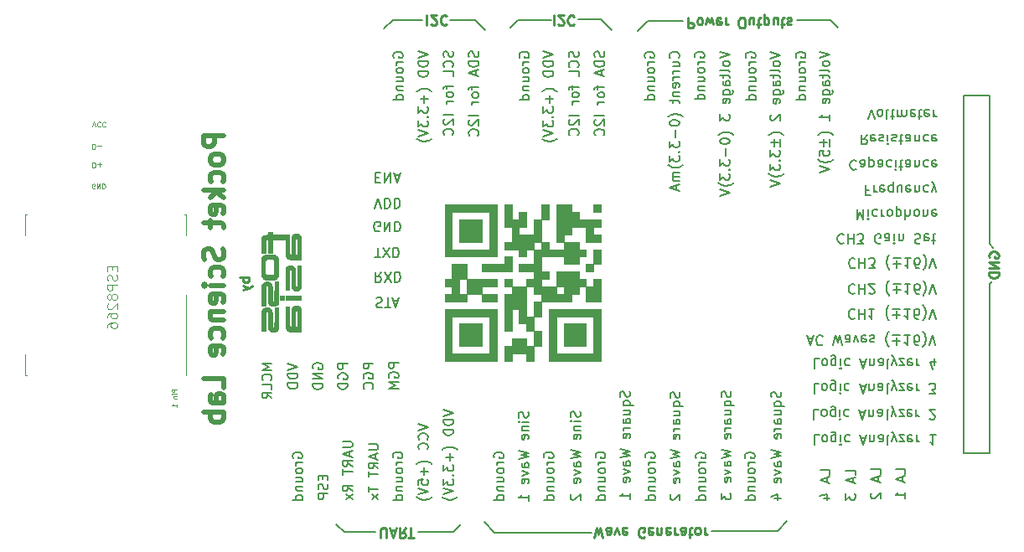
<source format=gbo>
G04 #@! TF.FileFunction,Legend,Bot*
%FSLAX46Y46*%
G04 Gerber Fmt 4.6, Leading zero omitted, Abs format (unit mm)*
G04 Created by KiCad (PCBNEW 4.0.7-e2-6376~58~ubuntu16.04.1) date Wed Sep  5 21:01:00 2018*
%MOMM*%
%LPD*%
G01*
G04 APERTURE LIST*
%ADD10C,0.100000*%
%ADD11C,0.200000*%
%ADD12C,0.250000*%
%ADD13C,0.500000*%
%ADD14C,0.010000*%
G04 APERTURE END LIST*
D10*
D11*
X126844762Y-89135238D02*
X126987619Y-89087619D01*
X127225715Y-89087619D01*
X127320953Y-89135238D01*
X127368572Y-89182857D01*
X127416191Y-89278095D01*
X127416191Y-89373333D01*
X127368572Y-89468571D01*
X127320953Y-89516190D01*
X127225715Y-89563810D01*
X127035238Y-89611429D01*
X126940000Y-89659048D01*
X126892381Y-89706667D01*
X126844762Y-89801905D01*
X126844762Y-89897143D01*
X126892381Y-89992381D01*
X126940000Y-90040000D01*
X127035238Y-90087619D01*
X127273334Y-90087619D01*
X127416191Y-90040000D01*
X127701905Y-90087619D02*
X128273334Y-90087619D01*
X127987619Y-89087619D02*
X127987619Y-90087619D01*
X128559048Y-89373333D02*
X129035239Y-89373333D01*
X128463810Y-89087619D02*
X128797143Y-90087619D01*
X129130477Y-89087619D01*
X127313334Y-86487619D02*
X126980000Y-86963810D01*
X126741905Y-86487619D02*
X126741905Y-87487619D01*
X127122858Y-87487619D01*
X127218096Y-87440000D01*
X127265715Y-87392381D01*
X127313334Y-87297143D01*
X127313334Y-87154286D01*
X127265715Y-87059048D01*
X127218096Y-87011429D01*
X127122858Y-86963810D01*
X126741905Y-86963810D01*
X127646667Y-87487619D02*
X128313334Y-86487619D01*
X128313334Y-87487619D02*
X127646667Y-86487619D01*
X128694286Y-86487619D02*
X128694286Y-87487619D01*
X128932381Y-87487619D01*
X129075239Y-87440000D01*
X129170477Y-87344762D01*
X129218096Y-87249524D01*
X129265715Y-87059048D01*
X129265715Y-86916190D01*
X129218096Y-86725714D01*
X129170477Y-86630476D01*
X129075239Y-86535238D01*
X128932381Y-86487619D01*
X128694286Y-86487619D01*
X126678095Y-85017619D02*
X127249524Y-85017619D01*
X126963809Y-84017619D02*
X126963809Y-85017619D01*
X127487619Y-85017619D02*
X128154286Y-84017619D01*
X128154286Y-85017619D02*
X127487619Y-84017619D01*
X128535238Y-84017619D02*
X128535238Y-85017619D01*
X128773333Y-85017619D01*
X128916191Y-84970000D01*
X129011429Y-84874762D01*
X129059048Y-84779524D01*
X129106667Y-84589048D01*
X129106667Y-84446190D01*
X129059048Y-84255714D01*
X129011429Y-84160476D01*
X128916191Y-84065238D01*
X128773333Y-84017619D01*
X128535238Y-84017619D01*
X127158096Y-82350000D02*
X127062858Y-82397619D01*
X126920001Y-82397619D01*
X126777143Y-82350000D01*
X126681905Y-82254762D01*
X126634286Y-82159524D01*
X126586667Y-81969048D01*
X126586667Y-81826190D01*
X126634286Y-81635714D01*
X126681905Y-81540476D01*
X126777143Y-81445238D01*
X126920001Y-81397619D01*
X127015239Y-81397619D01*
X127158096Y-81445238D01*
X127205715Y-81492857D01*
X127205715Y-81826190D01*
X127015239Y-81826190D01*
X127634286Y-81397619D02*
X127634286Y-82397619D01*
X128205715Y-81397619D01*
X128205715Y-82397619D01*
X128681905Y-81397619D02*
X128681905Y-82397619D01*
X128920000Y-82397619D01*
X129062858Y-82350000D01*
X129158096Y-82254762D01*
X129205715Y-82159524D01*
X129253334Y-81969048D01*
X129253334Y-81826190D01*
X129205715Y-81635714D01*
X129158096Y-81540476D01*
X129062858Y-81445238D01*
X128920000Y-81397619D01*
X128681905Y-81397619D01*
X126773333Y-76971429D02*
X127106667Y-76971429D01*
X127249524Y-76447619D02*
X126773333Y-76447619D01*
X126773333Y-77447619D01*
X127249524Y-77447619D01*
X127678095Y-76447619D02*
X127678095Y-77447619D01*
X128249524Y-76447619D01*
X128249524Y-77447619D01*
X128678095Y-76733333D02*
X129154286Y-76733333D01*
X128582857Y-76447619D02*
X128916190Y-77447619D01*
X129249524Y-76447619D01*
X126656667Y-80037619D02*
X126990000Y-79037619D01*
X127323334Y-80037619D01*
X127656667Y-79037619D02*
X127656667Y-80037619D01*
X127894762Y-80037619D01*
X128037620Y-79990000D01*
X128132858Y-79894762D01*
X128180477Y-79799524D01*
X128228096Y-79609048D01*
X128228096Y-79466190D01*
X128180477Y-79275714D01*
X128132858Y-79180476D01*
X128037620Y-79085238D01*
X127894762Y-79037619D01*
X127656667Y-79037619D01*
X128656667Y-79037619D02*
X128656667Y-80037619D01*
X128894762Y-80037619D01*
X129037620Y-79990000D01*
X129132858Y-79894762D01*
X129180477Y-79799524D01*
X129228096Y-79609048D01*
X129228096Y-79466190D01*
X129180477Y-79275714D01*
X129132858Y-79180476D01*
X129037620Y-79085238D01*
X128894762Y-79037619D01*
X128656667Y-79037619D01*
X129082381Y-95636667D02*
X128082381Y-95636667D01*
X128082381Y-96017620D01*
X128130000Y-96112858D01*
X128177619Y-96160477D01*
X128272857Y-96208096D01*
X128415714Y-96208096D01*
X128510952Y-96160477D01*
X128558571Y-96112858D01*
X128606190Y-96017620D01*
X128606190Y-95636667D01*
X128130000Y-97160477D02*
X128082381Y-97065239D01*
X128082381Y-96922382D01*
X128130000Y-96779524D01*
X128225238Y-96684286D01*
X128320476Y-96636667D01*
X128510952Y-96589048D01*
X128653810Y-96589048D01*
X128844286Y-96636667D01*
X128939524Y-96684286D01*
X129034762Y-96779524D01*
X129082381Y-96922382D01*
X129082381Y-97017620D01*
X129034762Y-97160477D01*
X128987143Y-97208096D01*
X128653810Y-97208096D01*
X128653810Y-97017620D01*
X129082381Y-97636667D02*
X128082381Y-97636667D01*
X128796667Y-97970001D01*
X128082381Y-98303334D01*
X129082381Y-98303334D01*
X126512381Y-95718095D02*
X125512381Y-95718095D01*
X125512381Y-96099048D01*
X125560000Y-96194286D01*
X125607619Y-96241905D01*
X125702857Y-96289524D01*
X125845714Y-96289524D01*
X125940952Y-96241905D01*
X125988571Y-96194286D01*
X126036190Y-96099048D01*
X126036190Y-95718095D01*
X125560000Y-97241905D02*
X125512381Y-97146667D01*
X125512381Y-97003810D01*
X125560000Y-96860952D01*
X125655238Y-96765714D01*
X125750476Y-96718095D01*
X125940952Y-96670476D01*
X126083810Y-96670476D01*
X126274286Y-96718095D01*
X126369524Y-96765714D01*
X126464762Y-96860952D01*
X126512381Y-97003810D01*
X126512381Y-97099048D01*
X126464762Y-97241905D01*
X126417143Y-97289524D01*
X126083810Y-97289524D01*
X126083810Y-97099048D01*
X126417143Y-98289524D02*
X126464762Y-98241905D01*
X126512381Y-98099048D01*
X126512381Y-98003810D01*
X126464762Y-97860952D01*
X126369524Y-97765714D01*
X126274286Y-97718095D01*
X126083810Y-97670476D01*
X125940952Y-97670476D01*
X125750476Y-97718095D01*
X125655238Y-97765714D01*
X125560000Y-97860952D01*
X125512381Y-98003810D01*
X125512381Y-98099048D01*
X125560000Y-98241905D01*
X125607619Y-98289524D01*
X116272381Y-95721905D02*
X115272381Y-95721905D01*
X115986667Y-96055239D01*
X115272381Y-96388572D01*
X116272381Y-96388572D01*
X116177143Y-97436191D02*
X116224762Y-97388572D01*
X116272381Y-97245715D01*
X116272381Y-97150477D01*
X116224762Y-97007619D01*
X116129524Y-96912381D01*
X116034286Y-96864762D01*
X115843810Y-96817143D01*
X115700952Y-96817143D01*
X115510476Y-96864762D01*
X115415238Y-96912381D01*
X115320000Y-97007619D01*
X115272381Y-97150477D01*
X115272381Y-97245715D01*
X115320000Y-97388572D01*
X115367619Y-97436191D01*
X116272381Y-98340953D02*
X116272381Y-97864762D01*
X115272381Y-97864762D01*
X116272381Y-99245715D02*
X115796190Y-98912381D01*
X116272381Y-98674286D02*
X115272381Y-98674286D01*
X115272381Y-99055239D01*
X115320000Y-99150477D01*
X115367619Y-99198096D01*
X115462857Y-99245715D01*
X115605714Y-99245715D01*
X115700952Y-99198096D01*
X115748571Y-99150477D01*
X115796190Y-99055239D01*
X115796190Y-98674286D01*
X117882381Y-95716667D02*
X118882381Y-96050000D01*
X117882381Y-96383334D01*
X118882381Y-96716667D02*
X117882381Y-96716667D01*
X117882381Y-96954762D01*
X117930000Y-97097620D01*
X118025238Y-97192858D01*
X118120476Y-97240477D01*
X118310952Y-97288096D01*
X118453810Y-97288096D01*
X118644286Y-97240477D01*
X118739524Y-97192858D01*
X118834762Y-97097620D01*
X118882381Y-96954762D01*
X118882381Y-96716667D01*
X118882381Y-97716667D02*
X117882381Y-97716667D01*
X117882381Y-97954762D01*
X117930000Y-98097620D01*
X118025238Y-98192858D01*
X118120476Y-98240477D01*
X118310952Y-98288096D01*
X118453810Y-98288096D01*
X118644286Y-98240477D01*
X118739524Y-98192858D01*
X118834762Y-98097620D01*
X118882381Y-97954762D01*
X118882381Y-97716667D01*
X120460000Y-96248096D02*
X120412381Y-96152858D01*
X120412381Y-96010001D01*
X120460000Y-95867143D01*
X120555238Y-95771905D01*
X120650476Y-95724286D01*
X120840952Y-95676667D01*
X120983810Y-95676667D01*
X121174286Y-95724286D01*
X121269524Y-95771905D01*
X121364762Y-95867143D01*
X121412381Y-96010001D01*
X121412381Y-96105239D01*
X121364762Y-96248096D01*
X121317143Y-96295715D01*
X120983810Y-96295715D01*
X120983810Y-96105239D01*
X121412381Y-96724286D02*
X120412381Y-96724286D01*
X121412381Y-97295715D01*
X120412381Y-97295715D01*
X121412381Y-97771905D02*
X120412381Y-97771905D01*
X120412381Y-98010000D01*
X120460000Y-98152858D01*
X120555238Y-98248096D01*
X120650476Y-98295715D01*
X120840952Y-98343334D01*
X120983810Y-98343334D01*
X121174286Y-98295715D01*
X121269524Y-98248096D01*
X121364762Y-98152858D01*
X121412381Y-98010000D01*
X121412381Y-97771905D01*
X123942381Y-95758095D02*
X122942381Y-95758095D01*
X122942381Y-96139048D01*
X122990000Y-96234286D01*
X123037619Y-96281905D01*
X123132857Y-96329524D01*
X123275714Y-96329524D01*
X123370952Y-96281905D01*
X123418571Y-96234286D01*
X123466190Y-96139048D01*
X123466190Y-95758095D01*
X122990000Y-97281905D02*
X122942381Y-97186667D01*
X122942381Y-97043810D01*
X122990000Y-96900952D01*
X123085238Y-96805714D01*
X123180476Y-96758095D01*
X123370952Y-96710476D01*
X123513810Y-96710476D01*
X123704286Y-96758095D01*
X123799524Y-96805714D01*
X123894762Y-96900952D01*
X123942381Y-97043810D01*
X123942381Y-97139048D01*
X123894762Y-97281905D01*
X123847143Y-97329524D01*
X123513810Y-97329524D01*
X123513810Y-97139048D01*
X123942381Y-97758095D02*
X122942381Y-97758095D01*
X122942381Y-97996190D01*
X122990000Y-98139048D01*
X123085238Y-98234286D01*
X123180476Y-98281905D01*
X123370952Y-98329524D01*
X123513810Y-98329524D01*
X123704286Y-98281905D01*
X123799524Y-98234286D01*
X123894762Y-98139048D01*
X123942381Y-97996190D01*
X123942381Y-97758095D01*
X147224762Y-64215714D02*
X147272381Y-64358571D01*
X147272381Y-64596667D01*
X147224762Y-64691905D01*
X147177143Y-64739524D01*
X147081905Y-64787143D01*
X146986667Y-64787143D01*
X146891429Y-64739524D01*
X146843810Y-64691905D01*
X146796190Y-64596667D01*
X146748571Y-64406190D01*
X146700952Y-64310952D01*
X146653333Y-64263333D01*
X146558095Y-64215714D01*
X146462857Y-64215714D01*
X146367619Y-64263333D01*
X146320000Y-64310952D01*
X146272381Y-64406190D01*
X146272381Y-64644286D01*
X146320000Y-64787143D01*
X147177143Y-65787143D02*
X147224762Y-65739524D01*
X147272381Y-65596667D01*
X147272381Y-65501429D01*
X147224762Y-65358571D01*
X147129524Y-65263333D01*
X147034286Y-65215714D01*
X146843810Y-65168095D01*
X146700952Y-65168095D01*
X146510476Y-65215714D01*
X146415238Y-65263333D01*
X146320000Y-65358571D01*
X146272381Y-65501429D01*
X146272381Y-65596667D01*
X146320000Y-65739524D01*
X146367619Y-65787143D01*
X147272381Y-66691905D02*
X147272381Y-66215714D01*
X146272381Y-66215714D01*
X146605714Y-67644286D02*
X146605714Y-68025238D01*
X147272381Y-67787143D02*
X146415238Y-67787143D01*
X146320000Y-67834762D01*
X146272381Y-67930000D01*
X146272381Y-68025238D01*
X147272381Y-68501429D02*
X147224762Y-68406191D01*
X147177143Y-68358572D01*
X147081905Y-68310953D01*
X146796190Y-68310953D01*
X146700952Y-68358572D01*
X146653333Y-68406191D01*
X146605714Y-68501429D01*
X146605714Y-68644287D01*
X146653333Y-68739525D01*
X146700952Y-68787144D01*
X146796190Y-68834763D01*
X147081905Y-68834763D01*
X147177143Y-68787144D01*
X147224762Y-68739525D01*
X147272381Y-68644287D01*
X147272381Y-68501429D01*
X147272381Y-69263334D02*
X146605714Y-69263334D01*
X146796190Y-69263334D02*
X146700952Y-69310953D01*
X146653333Y-69358572D01*
X146605714Y-69453810D01*
X146605714Y-69549049D01*
X147272381Y-70644287D02*
X146272381Y-70644287D01*
X146367619Y-71072858D02*
X146320000Y-71120477D01*
X146272381Y-71215715D01*
X146272381Y-71453811D01*
X146320000Y-71549049D01*
X146367619Y-71596668D01*
X146462857Y-71644287D01*
X146558095Y-71644287D01*
X146700952Y-71596668D01*
X147272381Y-71025239D01*
X147272381Y-71644287D01*
X147177143Y-72644287D02*
X147224762Y-72596668D01*
X147272381Y-72453811D01*
X147272381Y-72358573D01*
X147224762Y-72215715D01*
X147129524Y-72120477D01*
X147034286Y-72072858D01*
X146843810Y-72025239D01*
X146700952Y-72025239D01*
X146510476Y-72072858D01*
X146415238Y-72120477D01*
X146320000Y-72215715D01*
X146272381Y-72358573D01*
X146272381Y-72453811D01*
X146320000Y-72596668D01*
X146367619Y-72644287D01*
X149824762Y-64191904D02*
X149872381Y-64334761D01*
X149872381Y-64572857D01*
X149824762Y-64668095D01*
X149777143Y-64715714D01*
X149681905Y-64763333D01*
X149586667Y-64763333D01*
X149491429Y-64715714D01*
X149443810Y-64668095D01*
X149396190Y-64572857D01*
X149348571Y-64382380D01*
X149300952Y-64287142D01*
X149253333Y-64239523D01*
X149158095Y-64191904D01*
X149062857Y-64191904D01*
X148967619Y-64239523D01*
X148920000Y-64287142D01*
X148872381Y-64382380D01*
X148872381Y-64620476D01*
X148920000Y-64763333D01*
X149872381Y-65191904D02*
X148872381Y-65191904D01*
X148872381Y-65429999D01*
X148920000Y-65572857D01*
X149015238Y-65668095D01*
X149110476Y-65715714D01*
X149300952Y-65763333D01*
X149443810Y-65763333D01*
X149634286Y-65715714D01*
X149729524Y-65668095D01*
X149824762Y-65572857D01*
X149872381Y-65429999D01*
X149872381Y-65191904D01*
X149586667Y-66144285D02*
X149586667Y-66620476D01*
X149872381Y-66049047D02*
X148872381Y-66382380D01*
X149872381Y-66715714D01*
X149205714Y-67668095D02*
X149205714Y-68049047D01*
X149872381Y-67810952D02*
X149015238Y-67810952D01*
X148920000Y-67858571D01*
X148872381Y-67953809D01*
X148872381Y-68049047D01*
X149872381Y-68525238D02*
X149824762Y-68430000D01*
X149777143Y-68382381D01*
X149681905Y-68334762D01*
X149396190Y-68334762D01*
X149300952Y-68382381D01*
X149253333Y-68430000D01*
X149205714Y-68525238D01*
X149205714Y-68668096D01*
X149253333Y-68763334D01*
X149300952Y-68810953D01*
X149396190Y-68858572D01*
X149681905Y-68858572D01*
X149777143Y-68810953D01*
X149824762Y-68763334D01*
X149872381Y-68668096D01*
X149872381Y-68525238D01*
X149872381Y-69287143D02*
X149205714Y-69287143D01*
X149396190Y-69287143D02*
X149300952Y-69334762D01*
X149253333Y-69382381D01*
X149205714Y-69477619D01*
X149205714Y-69572858D01*
X149872381Y-70668096D02*
X148872381Y-70668096D01*
X148967619Y-71096667D02*
X148920000Y-71144286D01*
X148872381Y-71239524D01*
X148872381Y-71477620D01*
X148920000Y-71572858D01*
X148967619Y-71620477D01*
X149062857Y-71668096D01*
X149158095Y-71668096D01*
X149300952Y-71620477D01*
X149872381Y-71049048D01*
X149872381Y-71668096D01*
X149777143Y-72668096D02*
X149824762Y-72620477D01*
X149872381Y-72477620D01*
X149872381Y-72382382D01*
X149824762Y-72239524D01*
X149729524Y-72144286D01*
X149634286Y-72096667D01*
X149443810Y-72049048D01*
X149300952Y-72049048D01*
X149110476Y-72096667D01*
X149015238Y-72144286D01*
X148920000Y-72239524D01*
X148872381Y-72382382D01*
X148872381Y-72477620D01*
X148920000Y-72620477D01*
X148967619Y-72668096D01*
X143702381Y-64200952D02*
X144702381Y-64534285D01*
X143702381Y-64867619D01*
X144702381Y-65200952D02*
X143702381Y-65200952D01*
X143702381Y-65439047D01*
X143750000Y-65581905D01*
X143845238Y-65677143D01*
X143940476Y-65724762D01*
X144130952Y-65772381D01*
X144273810Y-65772381D01*
X144464286Y-65724762D01*
X144559524Y-65677143D01*
X144654762Y-65581905D01*
X144702381Y-65439047D01*
X144702381Y-65200952D01*
X144702381Y-66200952D02*
X143702381Y-66200952D01*
X143702381Y-66439047D01*
X143750000Y-66581905D01*
X143845238Y-66677143D01*
X143940476Y-66724762D01*
X144130952Y-66772381D01*
X144273810Y-66772381D01*
X144464286Y-66724762D01*
X144559524Y-66677143D01*
X144654762Y-66581905D01*
X144702381Y-66439047D01*
X144702381Y-66200952D01*
X145083333Y-68248572D02*
X145035714Y-68200952D01*
X144892857Y-68105714D01*
X144797619Y-68058095D01*
X144654762Y-68010476D01*
X144416667Y-67962857D01*
X144226190Y-67962857D01*
X143988095Y-68010476D01*
X143845238Y-68058095D01*
X143750000Y-68105714D01*
X143607143Y-68200952D01*
X143559524Y-68248572D01*
X144321429Y-68629524D02*
X144321429Y-69391429D01*
X144702381Y-69010477D02*
X143940476Y-69010477D01*
X143702381Y-69772381D02*
X143702381Y-70391429D01*
X144083333Y-70058095D01*
X144083333Y-70200953D01*
X144130952Y-70296191D01*
X144178571Y-70343810D01*
X144273810Y-70391429D01*
X144511905Y-70391429D01*
X144607143Y-70343810D01*
X144654762Y-70296191D01*
X144702381Y-70200953D01*
X144702381Y-69915238D01*
X144654762Y-69820000D01*
X144607143Y-69772381D01*
X144607143Y-70820000D02*
X144654762Y-70867619D01*
X144702381Y-70820000D01*
X144654762Y-70772381D01*
X144607143Y-70820000D01*
X144702381Y-70820000D01*
X143702381Y-71200952D02*
X143702381Y-71820000D01*
X144083333Y-71486666D01*
X144083333Y-71629524D01*
X144130952Y-71724762D01*
X144178571Y-71772381D01*
X144273810Y-71820000D01*
X144511905Y-71820000D01*
X144607143Y-71772381D01*
X144654762Y-71724762D01*
X144702381Y-71629524D01*
X144702381Y-71343809D01*
X144654762Y-71248571D01*
X144607143Y-71200952D01*
X143702381Y-72105714D02*
X144702381Y-72439047D01*
X143702381Y-72772381D01*
X145083333Y-73010476D02*
X145035714Y-73058095D01*
X144892857Y-73153333D01*
X144797619Y-73200952D01*
X144654762Y-73248571D01*
X144416667Y-73296190D01*
X144226190Y-73296190D01*
X143988095Y-73248571D01*
X143845238Y-73200952D01*
X143750000Y-73153333D01*
X143607143Y-73058095D01*
X143559524Y-73010476D01*
X131052381Y-64200952D02*
X132052381Y-64534285D01*
X131052381Y-64867619D01*
X132052381Y-65200952D02*
X131052381Y-65200952D01*
X131052381Y-65439047D01*
X131100000Y-65581905D01*
X131195238Y-65677143D01*
X131290476Y-65724762D01*
X131480952Y-65772381D01*
X131623810Y-65772381D01*
X131814286Y-65724762D01*
X131909524Y-65677143D01*
X132004762Y-65581905D01*
X132052381Y-65439047D01*
X132052381Y-65200952D01*
X132052381Y-66200952D02*
X131052381Y-66200952D01*
X131052381Y-66439047D01*
X131100000Y-66581905D01*
X131195238Y-66677143D01*
X131290476Y-66724762D01*
X131480952Y-66772381D01*
X131623810Y-66772381D01*
X131814286Y-66724762D01*
X131909524Y-66677143D01*
X132004762Y-66581905D01*
X132052381Y-66439047D01*
X132052381Y-66200952D01*
X132433333Y-68248572D02*
X132385714Y-68200952D01*
X132242857Y-68105714D01*
X132147619Y-68058095D01*
X132004762Y-68010476D01*
X131766667Y-67962857D01*
X131576190Y-67962857D01*
X131338095Y-68010476D01*
X131195238Y-68058095D01*
X131100000Y-68105714D01*
X130957143Y-68200952D01*
X130909524Y-68248572D01*
X131671429Y-68629524D02*
X131671429Y-69391429D01*
X132052381Y-69010477D02*
X131290476Y-69010477D01*
X131052381Y-69772381D02*
X131052381Y-70391429D01*
X131433333Y-70058095D01*
X131433333Y-70200953D01*
X131480952Y-70296191D01*
X131528571Y-70343810D01*
X131623810Y-70391429D01*
X131861905Y-70391429D01*
X131957143Y-70343810D01*
X132004762Y-70296191D01*
X132052381Y-70200953D01*
X132052381Y-69915238D01*
X132004762Y-69820000D01*
X131957143Y-69772381D01*
X131957143Y-70820000D02*
X132004762Y-70867619D01*
X132052381Y-70820000D01*
X132004762Y-70772381D01*
X131957143Y-70820000D01*
X132052381Y-70820000D01*
X131052381Y-71200952D02*
X131052381Y-71820000D01*
X131433333Y-71486666D01*
X131433333Y-71629524D01*
X131480952Y-71724762D01*
X131528571Y-71772381D01*
X131623810Y-71820000D01*
X131861905Y-71820000D01*
X131957143Y-71772381D01*
X132004762Y-71724762D01*
X132052381Y-71629524D01*
X132052381Y-71343809D01*
X132004762Y-71248571D01*
X131957143Y-71200952D01*
X131052381Y-72105714D02*
X132052381Y-72439047D01*
X131052381Y-72772381D01*
X132433333Y-73010476D02*
X132385714Y-73058095D01*
X132242857Y-73153333D01*
X132147619Y-73200952D01*
X132004762Y-73248571D01*
X131766667Y-73296190D01*
X131576190Y-73296190D01*
X131338095Y-73248571D01*
X131195238Y-73200952D01*
X131100000Y-73153333D01*
X130957143Y-73058095D01*
X130909524Y-73010476D01*
X128570000Y-64802857D02*
X128522381Y-64707619D01*
X128522381Y-64564762D01*
X128570000Y-64421904D01*
X128665238Y-64326666D01*
X128760476Y-64279047D01*
X128950952Y-64231428D01*
X129093810Y-64231428D01*
X129284286Y-64279047D01*
X129379524Y-64326666D01*
X129474762Y-64421904D01*
X129522381Y-64564762D01*
X129522381Y-64660000D01*
X129474762Y-64802857D01*
X129427143Y-64850476D01*
X129093810Y-64850476D01*
X129093810Y-64660000D01*
X129522381Y-65279047D02*
X128855714Y-65279047D01*
X129046190Y-65279047D02*
X128950952Y-65326666D01*
X128903333Y-65374285D01*
X128855714Y-65469523D01*
X128855714Y-65564762D01*
X129522381Y-66040952D02*
X129474762Y-65945714D01*
X129427143Y-65898095D01*
X129331905Y-65850476D01*
X129046190Y-65850476D01*
X128950952Y-65898095D01*
X128903333Y-65945714D01*
X128855714Y-66040952D01*
X128855714Y-66183810D01*
X128903333Y-66279048D01*
X128950952Y-66326667D01*
X129046190Y-66374286D01*
X129331905Y-66374286D01*
X129427143Y-66326667D01*
X129474762Y-66279048D01*
X129522381Y-66183810D01*
X129522381Y-66040952D01*
X128855714Y-67231429D02*
X129522381Y-67231429D01*
X128855714Y-66802857D02*
X129379524Y-66802857D01*
X129474762Y-66850476D01*
X129522381Y-66945714D01*
X129522381Y-67088572D01*
X129474762Y-67183810D01*
X129427143Y-67231429D01*
X128855714Y-67707619D02*
X129522381Y-67707619D01*
X128950952Y-67707619D02*
X128903333Y-67755238D01*
X128855714Y-67850476D01*
X128855714Y-67993334D01*
X128903333Y-68088572D01*
X128998571Y-68136191D01*
X129522381Y-68136191D01*
X129522381Y-69040953D02*
X128522381Y-69040953D01*
X129474762Y-69040953D02*
X129522381Y-68945715D01*
X129522381Y-68755238D01*
X129474762Y-68660000D01*
X129427143Y-68612381D01*
X129331905Y-68564762D01*
X129046190Y-68564762D01*
X128950952Y-68612381D01*
X128903333Y-68660000D01*
X128855714Y-68755238D01*
X128855714Y-68945715D01*
X128903333Y-69040953D01*
X141310000Y-64802857D02*
X141262381Y-64707619D01*
X141262381Y-64564762D01*
X141310000Y-64421904D01*
X141405238Y-64326666D01*
X141500476Y-64279047D01*
X141690952Y-64231428D01*
X141833810Y-64231428D01*
X142024286Y-64279047D01*
X142119524Y-64326666D01*
X142214762Y-64421904D01*
X142262381Y-64564762D01*
X142262381Y-64660000D01*
X142214762Y-64802857D01*
X142167143Y-64850476D01*
X141833810Y-64850476D01*
X141833810Y-64660000D01*
X142262381Y-65279047D02*
X141595714Y-65279047D01*
X141786190Y-65279047D02*
X141690952Y-65326666D01*
X141643333Y-65374285D01*
X141595714Y-65469523D01*
X141595714Y-65564762D01*
X142262381Y-66040952D02*
X142214762Y-65945714D01*
X142167143Y-65898095D01*
X142071905Y-65850476D01*
X141786190Y-65850476D01*
X141690952Y-65898095D01*
X141643333Y-65945714D01*
X141595714Y-66040952D01*
X141595714Y-66183810D01*
X141643333Y-66279048D01*
X141690952Y-66326667D01*
X141786190Y-66374286D01*
X142071905Y-66374286D01*
X142167143Y-66326667D01*
X142214762Y-66279048D01*
X142262381Y-66183810D01*
X142262381Y-66040952D01*
X141595714Y-67231429D02*
X142262381Y-67231429D01*
X141595714Y-66802857D02*
X142119524Y-66802857D01*
X142214762Y-66850476D01*
X142262381Y-66945714D01*
X142262381Y-67088572D01*
X142214762Y-67183810D01*
X142167143Y-67231429D01*
X141595714Y-67707619D02*
X142262381Y-67707619D01*
X141690952Y-67707619D02*
X141643333Y-67755238D01*
X141595714Y-67850476D01*
X141595714Y-67993334D01*
X141643333Y-68088572D01*
X141738571Y-68136191D01*
X142262381Y-68136191D01*
X142262381Y-69040953D02*
X141262381Y-69040953D01*
X142214762Y-69040953D02*
X142262381Y-68945715D01*
X142262381Y-68755238D01*
X142214762Y-68660000D01*
X142167143Y-68612381D01*
X142071905Y-68564762D01*
X141786190Y-68564762D01*
X141690952Y-68612381D01*
X141643333Y-68660000D01*
X141595714Y-68755238D01*
X141595714Y-68945715D01*
X141643333Y-69040953D01*
X153970000Y-64802857D02*
X153922381Y-64707619D01*
X153922381Y-64564762D01*
X153970000Y-64421904D01*
X154065238Y-64326666D01*
X154160476Y-64279047D01*
X154350952Y-64231428D01*
X154493810Y-64231428D01*
X154684286Y-64279047D01*
X154779524Y-64326666D01*
X154874762Y-64421904D01*
X154922381Y-64564762D01*
X154922381Y-64660000D01*
X154874762Y-64802857D01*
X154827143Y-64850476D01*
X154493810Y-64850476D01*
X154493810Y-64660000D01*
X154922381Y-65279047D02*
X154255714Y-65279047D01*
X154446190Y-65279047D02*
X154350952Y-65326666D01*
X154303333Y-65374285D01*
X154255714Y-65469523D01*
X154255714Y-65564762D01*
X154922381Y-66040952D02*
X154874762Y-65945714D01*
X154827143Y-65898095D01*
X154731905Y-65850476D01*
X154446190Y-65850476D01*
X154350952Y-65898095D01*
X154303333Y-65945714D01*
X154255714Y-66040952D01*
X154255714Y-66183810D01*
X154303333Y-66279048D01*
X154350952Y-66326667D01*
X154446190Y-66374286D01*
X154731905Y-66374286D01*
X154827143Y-66326667D01*
X154874762Y-66279048D01*
X154922381Y-66183810D01*
X154922381Y-66040952D01*
X154255714Y-67231429D02*
X154922381Y-67231429D01*
X154255714Y-66802857D02*
X154779524Y-66802857D01*
X154874762Y-66850476D01*
X154922381Y-66945714D01*
X154922381Y-67088572D01*
X154874762Y-67183810D01*
X154827143Y-67231429D01*
X154255714Y-67707619D02*
X154922381Y-67707619D01*
X154350952Y-67707619D02*
X154303333Y-67755238D01*
X154255714Y-67850476D01*
X154255714Y-67993334D01*
X154303333Y-68088572D01*
X154398571Y-68136191D01*
X154922381Y-68136191D01*
X154922381Y-69040953D02*
X153922381Y-69040953D01*
X154874762Y-69040953D02*
X154922381Y-68945715D01*
X154922381Y-68755238D01*
X154874762Y-68660000D01*
X154827143Y-68612381D01*
X154731905Y-68564762D01*
X154446190Y-68564762D01*
X154350952Y-68612381D01*
X154303333Y-68660000D01*
X154255714Y-68755238D01*
X154255714Y-68945715D01*
X154303333Y-69040953D01*
X159030000Y-64782857D02*
X158982381Y-64687619D01*
X158982381Y-64544762D01*
X159030000Y-64401904D01*
X159125238Y-64306666D01*
X159220476Y-64259047D01*
X159410952Y-64211428D01*
X159553810Y-64211428D01*
X159744286Y-64259047D01*
X159839524Y-64306666D01*
X159934762Y-64401904D01*
X159982381Y-64544762D01*
X159982381Y-64640000D01*
X159934762Y-64782857D01*
X159887143Y-64830476D01*
X159553810Y-64830476D01*
X159553810Y-64640000D01*
X159982381Y-65259047D02*
X159315714Y-65259047D01*
X159506190Y-65259047D02*
X159410952Y-65306666D01*
X159363333Y-65354285D01*
X159315714Y-65449523D01*
X159315714Y-65544762D01*
X159982381Y-66020952D02*
X159934762Y-65925714D01*
X159887143Y-65878095D01*
X159791905Y-65830476D01*
X159506190Y-65830476D01*
X159410952Y-65878095D01*
X159363333Y-65925714D01*
X159315714Y-66020952D01*
X159315714Y-66163810D01*
X159363333Y-66259048D01*
X159410952Y-66306667D01*
X159506190Y-66354286D01*
X159791905Y-66354286D01*
X159887143Y-66306667D01*
X159934762Y-66259048D01*
X159982381Y-66163810D01*
X159982381Y-66020952D01*
X159315714Y-67211429D02*
X159982381Y-67211429D01*
X159315714Y-66782857D02*
X159839524Y-66782857D01*
X159934762Y-66830476D01*
X159982381Y-66925714D01*
X159982381Y-67068572D01*
X159934762Y-67163810D01*
X159887143Y-67211429D01*
X159315714Y-67687619D02*
X159982381Y-67687619D01*
X159410952Y-67687619D02*
X159363333Y-67735238D01*
X159315714Y-67830476D01*
X159315714Y-67973334D01*
X159363333Y-68068572D01*
X159458571Y-68116191D01*
X159982381Y-68116191D01*
X159982381Y-69020953D02*
X158982381Y-69020953D01*
X159934762Y-69020953D02*
X159982381Y-68925715D01*
X159982381Y-68735238D01*
X159934762Y-68640000D01*
X159887143Y-68592381D01*
X159791905Y-68544762D01*
X159506190Y-68544762D01*
X159410952Y-68592381D01*
X159363333Y-68640000D01*
X159315714Y-68735238D01*
X159315714Y-68925715D01*
X159363333Y-69020953D01*
X164190000Y-64812857D02*
X164142381Y-64717619D01*
X164142381Y-64574762D01*
X164190000Y-64431904D01*
X164285238Y-64336666D01*
X164380476Y-64289047D01*
X164570952Y-64241428D01*
X164713810Y-64241428D01*
X164904286Y-64289047D01*
X164999524Y-64336666D01*
X165094762Y-64431904D01*
X165142381Y-64574762D01*
X165142381Y-64670000D01*
X165094762Y-64812857D01*
X165047143Y-64860476D01*
X164713810Y-64860476D01*
X164713810Y-64670000D01*
X165142381Y-65289047D02*
X164475714Y-65289047D01*
X164666190Y-65289047D02*
X164570952Y-65336666D01*
X164523333Y-65384285D01*
X164475714Y-65479523D01*
X164475714Y-65574762D01*
X165142381Y-66050952D02*
X165094762Y-65955714D01*
X165047143Y-65908095D01*
X164951905Y-65860476D01*
X164666190Y-65860476D01*
X164570952Y-65908095D01*
X164523333Y-65955714D01*
X164475714Y-66050952D01*
X164475714Y-66193810D01*
X164523333Y-66289048D01*
X164570952Y-66336667D01*
X164666190Y-66384286D01*
X164951905Y-66384286D01*
X165047143Y-66336667D01*
X165094762Y-66289048D01*
X165142381Y-66193810D01*
X165142381Y-66050952D01*
X164475714Y-67241429D02*
X165142381Y-67241429D01*
X164475714Y-66812857D02*
X164999524Y-66812857D01*
X165094762Y-66860476D01*
X165142381Y-66955714D01*
X165142381Y-67098572D01*
X165094762Y-67193810D01*
X165047143Y-67241429D01*
X164475714Y-67717619D02*
X165142381Y-67717619D01*
X164570952Y-67717619D02*
X164523333Y-67765238D01*
X164475714Y-67860476D01*
X164475714Y-68003334D01*
X164523333Y-68098572D01*
X164618571Y-68146191D01*
X165142381Y-68146191D01*
X165142381Y-69050953D02*
X164142381Y-69050953D01*
X165094762Y-69050953D02*
X165142381Y-68955715D01*
X165142381Y-68765238D01*
X165094762Y-68670000D01*
X165047143Y-68622381D01*
X164951905Y-68574762D01*
X164666190Y-68574762D01*
X164570952Y-68622381D01*
X164523333Y-68670000D01*
X164475714Y-68765238D01*
X164475714Y-68955715D01*
X164523333Y-69050953D01*
X169250000Y-64812857D02*
X169202381Y-64717619D01*
X169202381Y-64574762D01*
X169250000Y-64431904D01*
X169345238Y-64336666D01*
X169440476Y-64289047D01*
X169630952Y-64241428D01*
X169773810Y-64241428D01*
X169964286Y-64289047D01*
X170059524Y-64336666D01*
X170154762Y-64431904D01*
X170202381Y-64574762D01*
X170202381Y-64670000D01*
X170154762Y-64812857D01*
X170107143Y-64860476D01*
X169773810Y-64860476D01*
X169773810Y-64670000D01*
X170202381Y-65289047D02*
X169535714Y-65289047D01*
X169726190Y-65289047D02*
X169630952Y-65336666D01*
X169583333Y-65384285D01*
X169535714Y-65479523D01*
X169535714Y-65574762D01*
X170202381Y-66050952D02*
X170154762Y-65955714D01*
X170107143Y-65908095D01*
X170011905Y-65860476D01*
X169726190Y-65860476D01*
X169630952Y-65908095D01*
X169583333Y-65955714D01*
X169535714Y-66050952D01*
X169535714Y-66193810D01*
X169583333Y-66289048D01*
X169630952Y-66336667D01*
X169726190Y-66384286D01*
X170011905Y-66384286D01*
X170107143Y-66336667D01*
X170154762Y-66289048D01*
X170202381Y-66193810D01*
X170202381Y-66050952D01*
X169535714Y-67241429D02*
X170202381Y-67241429D01*
X169535714Y-66812857D02*
X170059524Y-66812857D01*
X170154762Y-66860476D01*
X170202381Y-66955714D01*
X170202381Y-67098572D01*
X170154762Y-67193810D01*
X170107143Y-67241429D01*
X169535714Y-67717619D02*
X170202381Y-67717619D01*
X169630952Y-67717619D02*
X169583333Y-67765238D01*
X169535714Y-67860476D01*
X169535714Y-68003334D01*
X169583333Y-68098572D01*
X169678571Y-68146191D01*
X170202381Y-68146191D01*
X170202381Y-69050953D02*
X169202381Y-69050953D01*
X170154762Y-69050953D02*
X170202381Y-68955715D01*
X170202381Y-68765238D01*
X170154762Y-68670000D01*
X170107143Y-68622381D01*
X170011905Y-68574762D01*
X169726190Y-68574762D01*
X169630952Y-68622381D01*
X169583333Y-68670000D01*
X169535714Y-68765238D01*
X169535714Y-68955715D01*
X169583333Y-69050953D01*
X171580952Y-102977619D02*
X171104761Y-102977619D01*
X171104761Y-103977619D01*
X172057142Y-102977619D02*
X171961904Y-103025238D01*
X171914285Y-103072857D01*
X171866666Y-103168095D01*
X171866666Y-103453810D01*
X171914285Y-103549048D01*
X171961904Y-103596667D01*
X172057142Y-103644286D01*
X172200000Y-103644286D01*
X172295238Y-103596667D01*
X172342857Y-103549048D01*
X172390476Y-103453810D01*
X172390476Y-103168095D01*
X172342857Y-103072857D01*
X172295238Y-103025238D01*
X172200000Y-102977619D01*
X172057142Y-102977619D01*
X173247619Y-103644286D02*
X173247619Y-102834762D01*
X173200000Y-102739524D01*
X173152381Y-102691905D01*
X173057142Y-102644286D01*
X172914285Y-102644286D01*
X172819047Y-102691905D01*
X173247619Y-103025238D02*
X173152381Y-102977619D01*
X172961904Y-102977619D01*
X172866666Y-103025238D01*
X172819047Y-103072857D01*
X172771428Y-103168095D01*
X172771428Y-103453810D01*
X172819047Y-103549048D01*
X172866666Y-103596667D01*
X172961904Y-103644286D01*
X173152381Y-103644286D01*
X173247619Y-103596667D01*
X173723809Y-102977619D02*
X173723809Y-103644286D01*
X173723809Y-103977619D02*
X173676190Y-103930000D01*
X173723809Y-103882381D01*
X173771428Y-103930000D01*
X173723809Y-103977619D01*
X173723809Y-103882381D01*
X174628571Y-103025238D02*
X174533333Y-102977619D01*
X174342856Y-102977619D01*
X174247618Y-103025238D01*
X174199999Y-103072857D01*
X174152380Y-103168095D01*
X174152380Y-103453810D01*
X174199999Y-103549048D01*
X174247618Y-103596667D01*
X174342856Y-103644286D01*
X174533333Y-103644286D01*
X174628571Y-103596667D01*
X175771428Y-103263333D02*
X176247619Y-103263333D01*
X175676190Y-102977619D02*
X176009523Y-103977619D01*
X176342857Y-102977619D01*
X176676190Y-103644286D02*
X176676190Y-102977619D01*
X176676190Y-103549048D02*
X176723809Y-103596667D01*
X176819047Y-103644286D01*
X176961905Y-103644286D01*
X177057143Y-103596667D01*
X177104762Y-103501429D01*
X177104762Y-102977619D01*
X178009524Y-102977619D02*
X178009524Y-103501429D01*
X177961905Y-103596667D01*
X177866667Y-103644286D01*
X177676190Y-103644286D01*
X177580952Y-103596667D01*
X178009524Y-103025238D02*
X177914286Y-102977619D01*
X177676190Y-102977619D01*
X177580952Y-103025238D01*
X177533333Y-103120476D01*
X177533333Y-103215714D01*
X177580952Y-103310952D01*
X177676190Y-103358571D01*
X177914286Y-103358571D01*
X178009524Y-103406190D01*
X178628571Y-102977619D02*
X178533333Y-103025238D01*
X178485714Y-103120476D01*
X178485714Y-103977619D01*
X178914286Y-103644286D02*
X179152381Y-102977619D01*
X179390477Y-103644286D02*
X179152381Y-102977619D01*
X179057143Y-102739524D01*
X179009524Y-102691905D01*
X178914286Y-102644286D01*
X179676191Y-103644286D02*
X180200001Y-103644286D01*
X179676191Y-102977619D01*
X180200001Y-102977619D01*
X180961906Y-103025238D02*
X180866668Y-102977619D01*
X180676191Y-102977619D01*
X180580953Y-103025238D01*
X180533334Y-103120476D01*
X180533334Y-103501429D01*
X180580953Y-103596667D01*
X180676191Y-103644286D01*
X180866668Y-103644286D01*
X180961906Y-103596667D01*
X181009525Y-103501429D01*
X181009525Y-103406190D01*
X180533334Y-103310952D01*
X181438096Y-102977619D02*
X181438096Y-103644286D01*
X181438096Y-103453810D02*
X181485715Y-103549048D01*
X181533334Y-103596667D01*
X181628572Y-103644286D01*
X181723811Y-103644286D01*
X183342859Y-102977619D02*
X182771430Y-102977619D01*
X183057144Y-102977619D02*
X183057144Y-103977619D01*
X182961906Y-103834762D01*
X182866668Y-103739524D01*
X182771430Y-103691905D01*
X171520952Y-100387619D02*
X171044761Y-100387619D01*
X171044761Y-101387619D01*
X171997142Y-100387619D02*
X171901904Y-100435238D01*
X171854285Y-100482857D01*
X171806666Y-100578095D01*
X171806666Y-100863810D01*
X171854285Y-100959048D01*
X171901904Y-101006667D01*
X171997142Y-101054286D01*
X172140000Y-101054286D01*
X172235238Y-101006667D01*
X172282857Y-100959048D01*
X172330476Y-100863810D01*
X172330476Y-100578095D01*
X172282857Y-100482857D01*
X172235238Y-100435238D01*
X172140000Y-100387619D01*
X171997142Y-100387619D01*
X173187619Y-101054286D02*
X173187619Y-100244762D01*
X173140000Y-100149524D01*
X173092381Y-100101905D01*
X172997142Y-100054286D01*
X172854285Y-100054286D01*
X172759047Y-100101905D01*
X173187619Y-100435238D02*
X173092381Y-100387619D01*
X172901904Y-100387619D01*
X172806666Y-100435238D01*
X172759047Y-100482857D01*
X172711428Y-100578095D01*
X172711428Y-100863810D01*
X172759047Y-100959048D01*
X172806666Y-101006667D01*
X172901904Y-101054286D01*
X173092381Y-101054286D01*
X173187619Y-101006667D01*
X173663809Y-100387619D02*
X173663809Y-101054286D01*
X173663809Y-101387619D02*
X173616190Y-101340000D01*
X173663809Y-101292381D01*
X173711428Y-101340000D01*
X173663809Y-101387619D01*
X173663809Y-101292381D01*
X174568571Y-100435238D02*
X174473333Y-100387619D01*
X174282856Y-100387619D01*
X174187618Y-100435238D01*
X174139999Y-100482857D01*
X174092380Y-100578095D01*
X174092380Y-100863810D01*
X174139999Y-100959048D01*
X174187618Y-101006667D01*
X174282856Y-101054286D01*
X174473333Y-101054286D01*
X174568571Y-101006667D01*
X175711428Y-100673333D02*
X176187619Y-100673333D01*
X175616190Y-100387619D02*
X175949523Y-101387619D01*
X176282857Y-100387619D01*
X176616190Y-101054286D02*
X176616190Y-100387619D01*
X176616190Y-100959048D02*
X176663809Y-101006667D01*
X176759047Y-101054286D01*
X176901905Y-101054286D01*
X176997143Y-101006667D01*
X177044762Y-100911429D01*
X177044762Y-100387619D01*
X177949524Y-100387619D02*
X177949524Y-100911429D01*
X177901905Y-101006667D01*
X177806667Y-101054286D01*
X177616190Y-101054286D01*
X177520952Y-101006667D01*
X177949524Y-100435238D02*
X177854286Y-100387619D01*
X177616190Y-100387619D01*
X177520952Y-100435238D01*
X177473333Y-100530476D01*
X177473333Y-100625714D01*
X177520952Y-100720952D01*
X177616190Y-100768571D01*
X177854286Y-100768571D01*
X177949524Y-100816190D01*
X178568571Y-100387619D02*
X178473333Y-100435238D01*
X178425714Y-100530476D01*
X178425714Y-101387619D01*
X178854286Y-101054286D02*
X179092381Y-100387619D01*
X179330477Y-101054286D02*
X179092381Y-100387619D01*
X178997143Y-100149524D01*
X178949524Y-100101905D01*
X178854286Y-100054286D01*
X179616191Y-101054286D02*
X180140001Y-101054286D01*
X179616191Y-100387619D01*
X180140001Y-100387619D01*
X180901906Y-100435238D02*
X180806668Y-100387619D01*
X180616191Y-100387619D01*
X180520953Y-100435238D01*
X180473334Y-100530476D01*
X180473334Y-100911429D01*
X180520953Y-101006667D01*
X180616191Y-101054286D01*
X180806668Y-101054286D01*
X180901906Y-101006667D01*
X180949525Y-100911429D01*
X180949525Y-100816190D01*
X180473334Y-100720952D01*
X181378096Y-100387619D02*
X181378096Y-101054286D01*
X181378096Y-100863810D02*
X181425715Y-100959048D01*
X181473334Y-101006667D01*
X181568572Y-101054286D01*
X181663811Y-101054286D01*
X182711430Y-101292381D02*
X182759049Y-101340000D01*
X182854287Y-101387619D01*
X183092383Y-101387619D01*
X183187621Y-101340000D01*
X183235240Y-101292381D01*
X183282859Y-101197143D01*
X183282859Y-101101905D01*
X183235240Y-100959048D01*
X182663811Y-100387619D01*
X183282859Y-100387619D01*
X171550952Y-97757619D02*
X171074761Y-97757619D01*
X171074761Y-98757619D01*
X172027142Y-97757619D02*
X171931904Y-97805238D01*
X171884285Y-97852857D01*
X171836666Y-97948095D01*
X171836666Y-98233810D01*
X171884285Y-98329048D01*
X171931904Y-98376667D01*
X172027142Y-98424286D01*
X172170000Y-98424286D01*
X172265238Y-98376667D01*
X172312857Y-98329048D01*
X172360476Y-98233810D01*
X172360476Y-97948095D01*
X172312857Y-97852857D01*
X172265238Y-97805238D01*
X172170000Y-97757619D01*
X172027142Y-97757619D01*
X173217619Y-98424286D02*
X173217619Y-97614762D01*
X173170000Y-97519524D01*
X173122381Y-97471905D01*
X173027142Y-97424286D01*
X172884285Y-97424286D01*
X172789047Y-97471905D01*
X173217619Y-97805238D02*
X173122381Y-97757619D01*
X172931904Y-97757619D01*
X172836666Y-97805238D01*
X172789047Y-97852857D01*
X172741428Y-97948095D01*
X172741428Y-98233810D01*
X172789047Y-98329048D01*
X172836666Y-98376667D01*
X172931904Y-98424286D01*
X173122381Y-98424286D01*
X173217619Y-98376667D01*
X173693809Y-97757619D02*
X173693809Y-98424286D01*
X173693809Y-98757619D02*
X173646190Y-98710000D01*
X173693809Y-98662381D01*
X173741428Y-98710000D01*
X173693809Y-98757619D01*
X173693809Y-98662381D01*
X174598571Y-97805238D02*
X174503333Y-97757619D01*
X174312856Y-97757619D01*
X174217618Y-97805238D01*
X174169999Y-97852857D01*
X174122380Y-97948095D01*
X174122380Y-98233810D01*
X174169999Y-98329048D01*
X174217618Y-98376667D01*
X174312856Y-98424286D01*
X174503333Y-98424286D01*
X174598571Y-98376667D01*
X175741428Y-98043333D02*
X176217619Y-98043333D01*
X175646190Y-97757619D02*
X175979523Y-98757619D01*
X176312857Y-97757619D01*
X176646190Y-98424286D02*
X176646190Y-97757619D01*
X176646190Y-98329048D02*
X176693809Y-98376667D01*
X176789047Y-98424286D01*
X176931905Y-98424286D01*
X177027143Y-98376667D01*
X177074762Y-98281429D01*
X177074762Y-97757619D01*
X177979524Y-97757619D02*
X177979524Y-98281429D01*
X177931905Y-98376667D01*
X177836667Y-98424286D01*
X177646190Y-98424286D01*
X177550952Y-98376667D01*
X177979524Y-97805238D02*
X177884286Y-97757619D01*
X177646190Y-97757619D01*
X177550952Y-97805238D01*
X177503333Y-97900476D01*
X177503333Y-97995714D01*
X177550952Y-98090952D01*
X177646190Y-98138571D01*
X177884286Y-98138571D01*
X177979524Y-98186190D01*
X178598571Y-97757619D02*
X178503333Y-97805238D01*
X178455714Y-97900476D01*
X178455714Y-98757619D01*
X178884286Y-98424286D02*
X179122381Y-97757619D01*
X179360477Y-98424286D02*
X179122381Y-97757619D01*
X179027143Y-97519524D01*
X178979524Y-97471905D01*
X178884286Y-97424286D01*
X179646191Y-98424286D02*
X180170001Y-98424286D01*
X179646191Y-97757619D01*
X180170001Y-97757619D01*
X180931906Y-97805238D02*
X180836668Y-97757619D01*
X180646191Y-97757619D01*
X180550953Y-97805238D01*
X180503334Y-97900476D01*
X180503334Y-98281429D01*
X180550953Y-98376667D01*
X180646191Y-98424286D01*
X180836668Y-98424286D01*
X180931906Y-98376667D01*
X180979525Y-98281429D01*
X180979525Y-98186190D01*
X180503334Y-98090952D01*
X181408096Y-97757619D02*
X181408096Y-98424286D01*
X181408096Y-98233810D02*
X181455715Y-98329048D01*
X181503334Y-98376667D01*
X181598572Y-98424286D01*
X181693811Y-98424286D01*
X182693811Y-98757619D02*
X183312859Y-98757619D01*
X182979525Y-98376667D01*
X183122383Y-98376667D01*
X183217621Y-98329048D01*
X183265240Y-98281429D01*
X183312859Y-98186190D01*
X183312859Y-97948095D01*
X183265240Y-97852857D01*
X183217621Y-97805238D01*
X183122383Y-97757619D01*
X182836668Y-97757619D01*
X182741430Y-97805238D01*
X182693811Y-97852857D01*
X164110000Y-105282857D02*
X164062381Y-105187619D01*
X164062381Y-105044762D01*
X164110000Y-104901904D01*
X164205238Y-104806666D01*
X164300476Y-104759047D01*
X164490952Y-104711428D01*
X164633810Y-104711428D01*
X164824286Y-104759047D01*
X164919524Y-104806666D01*
X165014762Y-104901904D01*
X165062381Y-105044762D01*
X165062381Y-105140000D01*
X165014762Y-105282857D01*
X164967143Y-105330476D01*
X164633810Y-105330476D01*
X164633810Y-105140000D01*
X165062381Y-105759047D02*
X164395714Y-105759047D01*
X164586190Y-105759047D02*
X164490952Y-105806666D01*
X164443333Y-105854285D01*
X164395714Y-105949523D01*
X164395714Y-106044762D01*
X165062381Y-106520952D02*
X165014762Y-106425714D01*
X164967143Y-106378095D01*
X164871905Y-106330476D01*
X164586190Y-106330476D01*
X164490952Y-106378095D01*
X164443333Y-106425714D01*
X164395714Y-106520952D01*
X164395714Y-106663810D01*
X164443333Y-106759048D01*
X164490952Y-106806667D01*
X164586190Y-106854286D01*
X164871905Y-106854286D01*
X164967143Y-106806667D01*
X165014762Y-106759048D01*
X165062381Y-106663810D01*
X165062381Y-106520952D01*
X164395714Y-107711429D02*
X165062381Y-107711429D01*
X164395714Y-107282857D02*
X164919524Y-107282857D01*
X165014762Y-107330476D01*
X165062381Y-107425714D01*
X165062381Y-107568572D01*
X165014762Y-107663810D01*
X164967143Y-107711429D01*
X164395714Y-108187619D02*
X165062381Y-108187619D01*
X164490952Y-108187619D02*
X164443333Y-108235238D01*
X164395714Y-108330476D01*
X164395714Y-108473334D01*
X164443333Y-108568572D01*
X164538571Y-108616191D01*
X165062381Y-108616191D01*
X165062381Y-109520953D02*
X164062381Y-109520953D01*
X165014762Y-109520953D02*
X165062381Y-109425715D01*
X165062381Y-109235238D01*
X165014762Y-109140000D01*
X164967143Y-109092381D01*
X164871905Y-109044762D01*
X164586190Y-109044762D01*
X164490952Y-109092381D01*
X164443333Y-109140000D01*
X164395714Y-109235238D01*
X164395714Y-109425715D01*
X164443333Y-109520953D01*
X159150000Y-105282857D02*
X159102381Y-105187619D01*
X159102381Y-105044762D01*
X159150000Y-104901904D01*
X159245238Y-104806666D01*
X159340476Y-104759047D01*
X159530952Y-104711428D01*
X159673810Y-104711428D01*
X159864286Y-104759047D01*
X159959524Y-104806666D01*
X160054762Y-104901904D01*
X160102381Y-105044762D01*
X160102381Y-105140000D01*
X160054762Y-105282857D01*
X160007143Y-105330476D01*
X159673810Y-105330476D01*
X159673810Y-105140000D01*
X160102381Y-105759047D02*
X159435714Y-105759047D01*
X159626190Y-105759047D02*
X159530952Y-105806666D01*
X159483333Y-105854285D01*
X159435714Y-105949523D01*
X159435714Y-106044762D01*
X160102381Y-106520952D02*
X160054762Y-106425714D01*
X160007143Y-106378095D01*
X159911905Y-106330476D01*
X159626190Y-106330476D01*
X159530952Y-106378095D01*
X159483333Y-106425714D01*
X159435714Y-106520952D01*
X159435714Y-106663810D01*
X159483333Y-106759048D01*
X159530952Y-106806667D01*
X159626190Y-106854286D01*
X159911905Y-106854286D01*
X160007143Y-106806667D01*
X160054762Y-106759048D01*
X160102381Y-106663810D01*
X160102381Y-106520952D01*
X159435714Y-107711429D02*
X160102381Y-107711429D01*
X159435714Y-107282857D02*
X159959524Y-107282857D01*
X160054762Y-107330476D01*
X160102381Y-107425714D01*
X160102381Y-107568572D01*
X160054762Y-107663810D01*
X160007143Y-107711429D01*
X159435714Y-108187619D02*
X160102381Y-108187619D01*
X159530952Y-108187619D02*
X159483333Y-108235238D01*
X159435714Y-108330476D01*
X159435714Y-108473334D01*
X159483333Y-108568572D01*
X159578571Y-108616191D01*
X160102381Y-108616191D01*
X160102381Y-109520953D02*
X159102381Y-109520953D01*
X160054762Y-109520953D02*
X160102381Y-109425715D01*
X160102381Y-109235238D01*
X160054762Y-109140000D01*
X160007143Y-109092381D01*
X159911905Y-109044762D01*
X159626190Y-109044762D01*
X159530952Y-109092381D01*
X159483333Y-109140000D01*
X159435714Y-109235238D01*
X159435714Y-109425715D01*
X159483333Y-109520953D01*
X154040000Y-105262857D02*
X153992381Y-105167619D01*
X153992381Y-105024762D01*
X154040000Y-104881904D01*
X154135238Y-104786666D01*
X154230476Y-104739047D01*
X154420952Y-104691428D01*
X154563810Y-104691428D01*
X154754286Y-104739047D01*
X154849524Y-104786666D01*
X154944762Y-104881904D01*
X154992381Y-105024762D01*
X154992381Y-105120000D01*
X154944762Y-105262857D01*
X154897143Y-105310476D01*
X154563810Y-105310476D01*
X154563810Y-105120000D01*
X154992381Y-105739047D02*
X154325714Y-105739047D01*
X154516190Y-105739047D02*
X154420952Y-105786666D01*
X154373333Y-105834285D01*
X154325714Y-105929523D01*
X154325714Y-106024762D01*
X154992381Y-106500952D02*
X154944762Y-106405714D01*
X154897143Y-106358095D01*
X154801905Y-106310476D01*
X154516190Y-106310476D01*
X154420952Y-106358095D01*
X154373333Y-106405714D01*
X154325714Y-106500952D01*
X154325714Y-106643810D01*
X154373333Y-106739048D01*
X154420952Y-106786667D01*
X154516190Y-106834286D01*
X154801905Y-106834286D01*
X154897143Y-106786667D01*
X154944762Y-106739048D01*
X154992381Y-106643810D01*
X154992381Y-106500952D01*
X154325714Y-107691429D02*
X154992381Y-107691429D01*
X154325714Y-107262857D02*
X154849524Y-107262857D01*
X154944762Y-107310476D01*
X154992381Y-107405714D01*
X154992381Y-107548572D01*
X154944762Y-107643810D01*
X154897143Y-107691429D01*
X154325714Y-108167619D02*
X154992381Y-108167619D01*
X154420952Y-108167619D02*
X154373333Y-108215238D01*
X154325714Y-108310476D01*
X154325714Y-108453334D01*
X154373333Y-108548572D01*
X154468571Y-108596191D01*
X154992381Y-108596191D01*
X154992381Y-109500953D02*
X153992381Y-109500953D01*
X154944762Y-109500953D02*
X154992381Y-109405715D01*
X154992381Y-109215238D01*
X154944762Y-109120000D01*
X154897143Y-109072381D01*
X154801905Y-109024762D01*
X154516190Y-109024762D01*
X154420952Y-109072381D01*
X154373333Y-109120000D01*
X154325714Y-109215238D01*
X154325714Y-109405715D01*
X154373333Y-109500953D01*
X149010000Y-105262857D02*
X148962381Y-105167619D01*
X148962381Y-105024762D01*
X149010000Y-104881904D01*
X149105238Y-104786666D01*
X149200476Y-104739047D01*
X149390952Y-104691428D01*
X149533810Y-104691428D01*
X149724286Y-104739047D01*
X149819524Y-104786666D01*
X149914762Y-104881904D01*
X149962381Y-105024762D01*
X149962381Y-105120000D01*
X149914762Y-105262857D01*
X149867143Y-105310476D01*
X149533810Y-105310476D01*
X149533810Y-105120000D01*
X149962381Y-105739047D02*
X149295714Y-105739047D01*
X149486190Y-105739047D02*
X149390952Y-105786666D01*
X149343333Y-105834285D01*
X149295714Y-105929523D01*
X149295714Y-106024762D01*
X149962381Y-106500952D02*
X149914762Y-106405714D01*
X149867143Y-106358095D01*
X149771905Y-106310476D01*
X149486190Y-106310476D01*
X149390952Y-106358095D01*
X149343333Y-106405714D01*
X149295714Y-106500952D01*
X149295714Y-106643810D01*
X149343333Y-106739048D01*
X149390952Y-106786667D01*
X149486190Y-106834286D01*
X149771905Y-106834286D01*
X149867143Y-106786667D01*
X149914762Y-106739048D01*
X149962381Y-106643810D01*
X149962381Y-106500952D01*
X149295714Y-107691429D02*
X149962381Y-107691429D01*
X149295714Y-107262857D02*
X149819524Y-107262857D01*
X149914762Y-107310476D01*
X149962381Y-107405714D01*
X149962381Y-107548572D01*
X149914762Y-107643810D01*
X149867143Y-107691429D01*
X149295714Y-108167619D02*
X149962381Y-108167619D01*
X149390952Y-108167619D02*
X149343333Y-108215238D01*
X149295714Y-108310476D01*
X149295714Y-108453334D01*
X149343333Y-108548572D01*
X149438571Y-108596191D01*
X149962381Y-108596191D01*
X149962381Y-109500953D02*
X148962381Y-109500953D01*
X149914762Y-109500953D02*
X149962381Y-109405715D01*
X149962381Y-109215238D01*
X149914762Y-109120000D01*
X149867143Y-109072381D01*
X149771905Y-109024762D01*
X149486190Y-109024762D01*
X149390952Y-109072381D01*
X149343333Y-109120000D01*
X149295714Y-109215238D01*
X149295714Y-109405715D01*
X149343333Y-109500953D01*
X143780000Y-105262857D02*
X143732381Y-105167619D01*
X143732381Y-105024762D01*
X143780000Y-104881904D01*
X143875238Y-104786666D01*
X143970476Y-104739047D01*
X144160952Y-104691428D01*
X144303810Y-104691428D01*
X144494286Y-104739047D01*
X144589524Y-104786666D01*
X144684762Y-104881904D01*
X144732381Y-105024762D01*
X144732381Y-105120000D01*
X144684762Y-105262857D01*
X144637143Y-105310476D01*
X144303810Y-105310476D01*
X144303810Y-105120000D01*
X144732381Y-105739047D02*
X144065714Y-105739047D01*
X144256190Y-105739047D02*
X144160952Y-105786666D01*
X144113333Y-105834285D01*
X144065714Y-105929523D01*
X144065714Y-106024762D01*
X144732381Y-106500952D02*
X144684762Y-106405714D01*
X144637143Y-106358095D01*
X144541905Y-106310476D01*
X144256190Y-106310476D01*
X144160952Y-106358095D01*
X144113333Y-106405714D01*
X144065714Y-106500952D01*
X144065714Y-106643810D01*
X144113333Y-106739048D01*
X144160952Y-106786667D01*
X144256190Y-106834286D01*
X144541905Y-106834286D01*
X144637143Y-106786667D01*
X144684762Y-106739048D01*
X144732381Y-106643810D01*
X144732381Y-106500952D01*
X144065714Y-107691429D02*
X144732381Y-107691429D01*
X144065714Y-107262857D02*
X144589524Y-107262857D01*
X144684762Y-107310476D01*
X144732381Y-107405714D01*
X144732381Y-107548572D01*
X144684762Y-107643810D01*
X144637143Y-107691429D01*
X144065714Y-108167619D02*
X144732381Y-108167619D01*
X144160952Y-108167619D02*
X144113333Y-108215238D01*
X144065714Y-108310476D01*
X144065714Y-108453334D01*
X144113333Y-108548572D01*
X144208571Y-108596191D01*
X144732381Y-108596191D01*
X144732381Y-109500953D02*
X143732381Y-109500953D01*
X144684762Y-109500953D02*
X144732381Y-109405715D01*
X144732381Y-109215238D01*
X144684762Y-109120000D01*
X144637143Y-109072381D01*
X144541905Y-109024762D01*
X144256190Y-109024762D01*
X144160952Y-109072381D01*
X144113333Y-109120000D01*
X144065714Y-109215238D01*
X144065714Y-109405715D01*
X144113333Y-109500953D01*
X138750000Y-105262857D02*
X138702381Y-105167619D01*
X138702381Y-105024762D01*
X138750000Y-104881904D01*
X138845238Y-104786666D01*
X138940476Y-104739047D01*
X139130952Y-104691428D01*
X139273810Y-104691428D01*
X139464286Y-104739047D01*
X139559524Y-104786666D01*
X139654762Y-104881904D01*
X139702381Y-105024762D01*
X139702381Y-105120000D01*
X139654762Y-105262857D01*
X139607143Y-105310476D01*
X139273810Y-105310476D01*
X139273810Y-105120000D01*
X139702381Y-105739047D02*
X139035714Y-105739047D01*
X139226190Y-105739047D02*
X139130952Y-105786666D01*
X139083333Y-105834285D01*
X139035714Y-105929523D01*
X139035714Y-106024762D01*
X139702381Y-106500952D02*
X139654762Y-106405714D01*
X139607143Y-106358095D01*
X139511905Y-106310476D01*
X139226190Y-106310476D01*
X139130952Y-106358095D01*
X139083333Y-106405714D01*
X139035714Y-106500952D01*
X139035714Y-106643810D01*
X139083333Y-106739048D01*
X139130952Y-106786667D01*
X139226190Y-106834286D01*
X139511905Y-106834286D01*
X139607143Y-106786667D01*
X139654762Y-106739048D01*
X139702381Y-106643810D01*
X139702381Y-106500952D01*
X139035714Y-107691429D02*
X139702381Y-107691429D01*
X139035714Y-107262857D02*
X139559524Y-107262857D01*
X139654762Y-107310476D01*
X139702381Y-107405714D01*
X139702381Y-107548572D01*
X139654762Y-107643810D01*
X139607143Y-107691429D01*
X139035714Y-108167619D02*
X139702381Y-108167619D01*
X139130952Y-108167619D02*
X139083333Y-108215238D01*
X139035714Y-108310476D01*
X139035714Y-108453334D01*
X139083333Y-108548572D01*
X139178571Y-108596191D01*
X139702381Y-108596191D01*
X139702381Y-109500953D02*
X138702381Y-109500953D01*
X139654762Y-109500953D02*
X139702381Y-109405715D01*
X139702381Y-109215238D01*
X139654762Y-109120000D01*
X139607143Y-109072381D01*
X139511905Y-109024762D01*
X139226190Y-109024762D01*
X139130952Y-109072381D01*
X139083333Y-109120000D01*
X139035714Y-109215238D01*
X139035714Y-109405715D01*
X139083333Y-109500953D01*
X128530000Y-105262857D02*
X128482381Y-105167619D01*
X128482381Y-105024762D01*
X128530000Y-104881904D01*
X128625238Y-104786666D01*
X128720476Y-104739047D01*
X128910952Y-104691428D01*
X129053810Y-104691428D01*
X129244286Y-104739047D01*
X129339524Y-104786666D01*
X129434762Y-104881904D01*
X129482381Y-105024762D01*
X129482381Y-105120000D01*
X129434762Y-105262857D01*
X129387143Y-105310476D01*
X129053810Y-105310476D01*
X129053810Y-105120000D01*
X129482381Y-105739047D02*
X128815714Y-105739047D01*
X129006190Y-105739047D02*
X128910952Y-105786666D01*
X128863333Y-105834285D01*
X128815714Y-105929523D01*
X128815714Y-106024762D01*
X129482381Y-106500952D02*
X129434762Y-106405714D01*
X129387143Y-106358095D01*
X129291905Y-106310476D01*
X129006190Y-106310476D01*
X128910952Y-106358095D01*
X128863333Y-106405714D01*
X128815714Y-106500952D01*
X128815714Y-106643810D01*
X128863333Y-106739048D01*
X128910952Y-106786667D01*
X129006190Y-106834286D01*
X129291905Y-106834286D01*
X129387143Y-106786667D01*
X129434762Y-106739048D01*
X129482381Y-106643810D01*
X129482381Y-106500952D01*
X128815714Y-107691429D02*
X129482381Y-107691429D01*
X128815714Y-107262857D02*
X129339524Y-107262857D01*
X129434762Y-107310476D01*
X129482381Y-107405714D01*
X129482381Y-107548572D01*
X129434762Y-107643810D01*
X129387143Y-107691429D01*
X128815714Y-108167619D02*
X129482381Y-108167619D01*
X128910952Y-108167619D02*
X128863333Y-108215238D01*
X128815714Y-108310476D01*
X128815714Y-108453334D01*
X128863333Y-108548572D01*
X128958571Y-108596191D01*
X129482381Y-108596191D01*
X129482381Y-109500953D02*
X128482381Y-109500953D01*
X129434762Y-109500953D02*
X129482381Y-109405715D01*
X129482381Y-109215238D01*
X129434762Y-109120000D01*
X129387143Y-109072381D01*
X129291905Y-109024762D01*
X129006190Y-109024762D01*
X128910952Y-109072381D01*
X128863333Y-109120000D01*
X128815714Y-109215238D01*
X128815714Y-109405715D01*
X128863333Y-109500953D01*
X128480000Y-60990000D02*
X127620000Y-61850000D01*
X131500000Y-60990000D02*
X128480000Y-60990000D01*
X136770000Y-61000000D02*
X137790000Y-62020000D01*
X134270000Y-61000000D02*
X136770000Y-61000000D01*
X141150000Y-60990000D02*
X140380000Y-61760000D01*
X144480000Y-60990000D02*
X141150000Y-60990000D01*
X149470000Y-60970000D02*
X150580000Y-62080000D01*
X147260000Y-60970000D02*
X149470000Y-60970000D01*
X154230000Y-61090000D02*
X153220000Y-62100000D01*
X157820000Y-61090000D02*
X154230000Y-61090000D01*
X172680000Y-61000000D02*
X173510000Y-61830000D01*
X169320000Y-61000000D02*
X172680000Y-61000000D01*
X188760000Y-104800000D02*
X186170000Y-104800000D01*
X188760000Y-87740000D02*
X189080000Y-87420000D01*
X188760000Y-104800000D02*
X188760000Y-87740000D01*
X186170000Y-68690000D02*
X188770000Y-68690000D01*
X188770000Y-83660000D02*
X189140000Y-84030000D01*
X188770000Y-68690000D02*
X188770000Y-83660000D01*
X125700000Y-112800000D02*
X126710000Y-112800000D01*
X132000000Y-112800000D02*
X131070000Y-112800000D01*
X123590000Y-112800000D02*
X122770000Y-111980000D01*
X125680000Y-112800000D02*
X123590000Y-112800000D01*
X118410000Y-105272857D02*
X118362381Y-105177619D01*
X118362381Y-105034762D01*
X118410000Y-104891904D01*
X118505238Y-104796666D01*
X118600476Y-104749047D01*
X118790952Y-104701428D01*
X118933810Y-104701428D01*
X119124286Y-104749047D01*
X119219524Y-104796666D01*
X119314762Y-104891904D01*
X119362381Y-105034762D01*
X119362381Y-105130000D01*
X119314762Y-105272857D01*
X119267143Y-105320476D01*
X118933810Y-105320476D01*
X118933810Y-105130000D01*
X119362381Y-105749047D02*
X118695714Y-105749047D01*
X118886190Y-105749047D02*
X118790952Y-105796666D01*
X118743333Y-105844285D01*
X118695714Y-105939523D01*
X118695714Y-106034762D01*
X119362381Y-106510952D02*
X119314762Y-106415714D01*
X119267143Y-106368095D01*
X119171905Y-106320476D01*
X118886190Y-106320476D01*
X118790952Y-106368095D01*
X118743333Y-106415714D01*
X118695714Y-106510952D01*
X118695714Y-106653810D01*
X118743333Y-106749048D01*
X118790952Y-106796667D01*
X118886190Y-106844286D01*
X119171905Y-106844286D01*
X119267143Y-106796667D01*
X119314762Y-106749048D01*
X119362381Y-106653810D01*
X119362381Y-106510952D01*
X118695714Y-107701429D02*
X119362381Y-107701429D01*
X118695714Y-107272857D02*
X119219524Y-107272857D01*
X119314762Y-107320476D01*
X119362381Y-107415714D01*
X119362381Y-107558572D01*
X119314762Y-107653810D01*
X119267143Y-107701429D01*
X118695714Y-108177619D02*
X119362381Y-108177619D01*
X118790952Y-108177619D02*
X118743333Y-108225238D01*
X118695714Y-108320476D01*
X118695714Y-108463334D01*
X118743333Y-108558572D01*
X118838571Y-108606191D01*
X119362381Y-108606191D01*
X119362381Y-109510953D02*
X118362381Y-109510953D01*
X119314762Y-109510953D02*
X119362381Y-109415715D01*
X119362381Y-109225238D01*
X119314762Y-109130000D01*
X119267143Y-109082381D01*
X119171905Y-109034762D01*
X118886190Y-109034762D01*
X118790952Y-109082381D01*
X118743333Y-109130000D01*
X118695714Y-109225238D01*
X118695714Y-109415715D01*
X118743333Y-109510953D01*
X124400000Y-112800000D02*
X125670000Y-112800000D01*
X133622381Y-100410952D02*
X134622381Y-100744285D01*
X133622381Y-101077619D01*
X134622381Y-101410952D02*
X133622381Y-101410952D01*
X133622381Y-101649047D01*
X133670000Y-101791905D01*
X133765238Y-101887143D01*
X133860476Y-101934762D01*
X134050952Y-101982381D01*
X134193810Y-101982381D01*
X134384286Y-101934762D01*
X134479524Y-101887143D01*
X134574762Y-101791905D01*
X134622381Y-101649047D01*
X134622381Y-101410952D01*
X134622381Y-102410952D02*
X133622381Y-102410952D01*
X133622381Y-102649047D01*
X133670000Y-102791905D01*
X133765238Y-102887143D01*
X133860476Y-102934762D01*
X134050952Y-102982381D01*
X134193810Y-102982381D01*
X134384286Y-102934762D01*
X134479524Y-102887143D01*
X134574762Y-102791905D01*
X134622381Y-102649047D01*
X134622381Y-102410952D01*
X135003333Y-104458572D02*
X134955714Y-104410952D01*
X134812857Y-104315714D01*
X134717619Y-104268095D01*
X134574762Y-104220476D01*
X134336667Y-104172857D01*
X134146190Y-104172857D01*
X133908095Y-104220476D01*
X133765238Y-104268095D01*
X133670000Y-104315714D01*
X133527143Y-104410952D01*
X133479524Y-104458572D01*
X134241429Y-104839524D02*
X134241429Y-105601429D01*
X134622381Y-105220477D02*
X133860476Y-105220477D01*
X133622381Y-105982381D02*
X133622381Y-106601429D01*
X134003333Y-106268095D01*
X134003333Y-106410953D01*
X134050952Y-106506191D01*
X134098571Y-106553810D01*
X134193810Y-106601429D01*
X134431905Y-106601429D01*
X134527143Y-106553810D01*
X134574762Y-106506191D01*
X134622381Y-106410953D01*
X134622381Y-106125238D01*
X134574762Y-106030000D01*
X134527143Y-105982381D01*
X134527143Y-107030000D02*
X134574762Y-107077619D01*
X134622381Y-107030000D01*
X134574762Y-106982381D01*
X134527143Y-107030000D01*
X134622381Y-107030000D01*
X133622381Y-107410952D02*
X133622381Y-108030000D01*
X134003333Y-107696666D01*
X134003333Y-107839524D01*
X134050952Y-107934762D01*
X134098571Y-107982381D01*
X134193810Y-108030000D01*
X134431905Y-108030000D01*
X134527143Y-107982381D01*
X134574762Y-107934762D01*
X134622381Y-107839524D01*
X134622381Y-107553809D01*
X134574762Y-107458571D01*
X134527143Y-107410952D01*
X133622381Y-108315714D02*
X134622381Y-108649047D01*
X133622381Y-108982381D01*
X135003333Y-109220476D02*
X134955714Y-109268095D01*
X134812857Y-109363333D01*
X134717619Y-109410952D01*
X134574762Y-109458571D01*
X134336667Y-109506190D01*
X134146190Y-109506190D01*
X133908095Y-109458571D01*
X133765238Y-109410952D01*
X133670000Y-109363333D01*
X133527143Y-109268095D01*
X133479524Y-109220476D01*
X186170000Y-68690000D02*
X186170000Y-104800000D01*
D12*
X113990381Y-87034762D02*
X112990381Y-87034762D01*
X113371333Y-87034762D02*
X113323714Y-87130000D01*
X113323714Y-87320477D01*
X113371333Y-87415715D01*
X113418952Y-87463334D01*
X113514190Y-87510953D01*
X113799905Y-87510953D01*
X113895143Y-87463334D01*
X113942762Y-87415715D01*
X113990381Y-87320477D01*
X113990381Y-87130000D01*
X113942762Y-87034762D01*
X113323714Y-87844286D02*
X113990381Y-88082381D01*
X113323714Y-88320477D02*
X113990381Y-88082381D01*
X114228476Y-87987143D01*
X114276095Y-87939524D01*
X114323714Y-87844286D01*
D13*
X111394762Y-72691426D02*
X109394762Y-72691426D01*
X109394762Y-73453331D01*
X109490000Y-73643807D01*
X109585238Y-73739046D01*
X109775714Y-73834284D01*
X110061429Y-73834284D01*
X110251905Y-73739046D01*
X110347143Y-73643807D01*
X110442381Y-73453331D01*
X110442381Y-72691426D01*
X111394762Y-74977141D02*
X111299524Y-74786665D01*
X111204286Y-74691426D01*
X111013810Y-74596188D01*
X110442381Y-74596188D01*
X110251905Y-74691426D01*
X110156667Y-74786665D01*
X110061429Y-74977141D01*
X110061429Y-75262855D01*
X110156667Y-75453331D01*
X110251905Y-75548569D01*
X110442381Y-75643807D01*
X111013810Y-75643807D01*
X111204286Y-75548569D01*
X111299524Y-75453331D01*
X111394762Y-75262855D01*
X111394762Y-74977141D01*
X111299524Y-77358093D02*
X111394762Y-77167617D01*
X111394762Y-76786665D01*
X111299524Y-76596189D01*
X111204286Y-76500950D01*
X111013810Y-76405712D01*
X110442381Y-76405712D01*
X110251905Y-76500950D01*
X110156667Y-76596189D01*
X110061429Y-76786665D01*
X110061429Y-77167617D01*
X110156667Y-77358093D01*
X111394762Y-78215236D02*
X109394762Y-78215236D01*
X110632857Y-78405713D02*
X111394762Y-78977141D01*
X110061429Y-78977141D02*
X110823333Y-78215236D01*
X111299524Y-80596189D02*
X111394762Y-80405713D01*
X111394762Y-80024761D01*
X111299524Y-79834284D01*
X111109048Y-79739046D01*
X110347143Y-79739046D01*
X110156667Y-79834284D01*
X110061429Y-80024761D01*
X110061429Y-80405713D01*
X110156667Y-80596189D01*
X110347143Y-80691427D01*
X110537619Y-80691427D01*
X110728095Y-79739046D01*
X110061429Y-81262856D02*
X110061429Y-82024761D01*
X109394762Y-81548570D02*
X111109048Y-81548570D01*
X111299524Y-81643809D01*
X111394762Y-81834285D01*
X111394762Y-82024761D01*
X111299524Y-84119999D02*
X111394762Y-84405714D01*
X111394762Y-84881904D01*
X111299524Y-85072380D01*
X111204286Y-85167618D01*
X111013810Y-85262857D01*
X110823333Y-85262857D01*
X110632857Y-85167618D01*
X110537619Y-85072380D01*
X110442381Y-84881904D01*
X110347143Y-84500952D01*
X110251905Y-84310476D01*
X110156667Y-84215237D01*
X109966190Y-84119999D01*
X109775714Y-84119999D01*
X109585238Y-84215237D01*
X109490000Y-84310476D01*
X109394762Y-84500952D01*
X109394762Y-84977142D01*
X109490000Y-85262857D01*
X111299524Y-86977142D02*
X111394762Y-86786666D01*
X111394762Y-86405714D01*
X111299524Y-86215238D01*
X111204286Y-86119999D01*
X111013810Y-86024761D01*
X110442381Y-86024761D01*
X110251905Y-86119999D01*
X110156667Y-86215238D01*
X110061429Y-86405714D01*
X110061429Y-86786666D01*
X110156667Y-86977142D01*
X111394762Y-87834285D02*
X110061429Y-87834285D01*
X109394762Y-87834285D02*
X109490000Y-87739047D01*
X109585238Y-87834285D01*
X109490000Y-87929524D01*
X109394762Y-87834285D01*
X109585238Y-87834285D01*
X111299524Y-89548571D02*
X111394762Y-89358095D01*
X111394762Y-88977143D01*
X111299524Y-88786666D01*
X111109048Y-88691428D01*
X110347143Y-88691428D01*
X110156667Y-88786666D01*
X110061429Y-88977143D01*
X110061429Y-89358095D01*
X110156667Y-89548571D01*
X110347143Y-89643809D01*
X110537619Y-89643809D01*
X110728095Y-88691428D01*
X110061429Y-90500952D02*
X111394762Y-90500952D01*
X110251905Y-90500952D02*
X110156667Y-90596191D01*
X110061429Y-90786667D01*
X110061429Y-91072381D01*
X110156667Y-91262857D01*
X110347143Y-91358095D01*
X111394762Y-91358095D01*
X111299524Y-93167619D02*
X111394762Y-92977143D01*
X111394762Y-92596191D01*
X111299524Y-92405715D01*
X111204286Y-92310476D01*
X111013810Y-92215238D01*
X110442381Y-92215238D01*
X110251905Y-92310476D01*
X110156667Y-92405715D01*
X110061429Y-92596191D01*
X110061429Y-92977143D01*
X110156667Y-93167619D01*
X111299524Y-94786667D02*
X111394762Y-94596191D01*
X111394762Y-94215239D01*
X111299524Y-94024762D01*
X111109048Y-93929524D01*
X110347143Y-93929524D01*
X110156667Y-94024762D01*
X110061429Y-94215239D01*
X110061429Y-94596191D01*
X110156667Y-94786667D01*
X110347143Y-94881905D01*
X110537619Y-94881905D01*
X110728095Y-93929524D01*
X111394762Y-98215239D02*
X111394762Y-97262858D01*
X109394762Y-97262858D01*
X111394762Y-99739049D02*
X110347143Y-99739049D01*
X110156667Y-99643811D01*
X110061429Y-99453335D01*
X110061429Y-99072383D01*
X110156667Y-98881906D01*
X111299524Y-99739049D02*
X111394762Y-99548573D01*
X111394762Y-99072383D01*
X111299524Y-98881906D01*
X111109048Y-98786668D01*
X110918571Y-98786668D01*
X110728095Y-98881906D01*
X110632857Y-99072383D01*
X110632857Y-99548573D01*
X110537619Y-99739049D01*
X111394762Y-100691430D02*
X109394762Y-100691430D01*
X110156667Y-100691430D02*
X110061429Y-100881907D01*
X110061429Y-101262859D01*
X110156667Y-101453335D01*
X110251905Y-101548573D01*
X110442381Y-101643811D01*
X111013810Y-101643811D01*
X111204286Y-101548573D01*
X111299524Y-101453335D01*
X111394762Y-101262859D01*
X111394762Y-100881907D01*
X111299524Y-100691430D01*
D11*
X134600000Y-112800000D02*
X135400000Y-112000000D01*
X132000000Y-112800000D02*
X134600000Y-112800000D01*
X123422381Y-103639047D02*
X124231905Y-103639047D01*
X124327143Y-103686666D01*
X124374762Y-103734285D01*
X124422381Y-103829523D01*
X124422381Y-104020000D01*
X124374762Y-104115238D01*
X124327143Y-104162857D01*
X124231905Y-104210476D01*
X123422381Y-104210476D01*
X124136667Y-104639047D02*
X124136667Y-105115238D01*
X124422381Y-104543809D02*
X123422381Y-104877142D01*
X124422381Y-105210476D01*
X124422381Y-106115238D02*
X123946190Y-105781904D01*
X124422381Y-105543809D02*
X123422381Y-105543809D01*
X123422381Y-105924762D01*
X123470000Y-106020000D01*
X123517619Y-106067619D01*
X123612857Y-106115238D01*
X123755714Y-106115238D01*
X123850952Y-106067619D01*
X123898571Y-106020000D01*
X123946190Y-105924762D01*
X123946190Y-105543809D01*
X123422381Y-106400952D02*
X123422381Y-106972381D01*
X124422381Y-106686666D02*
X123422381Y-106686666D01*
X124422381Y-108639048D02*
X123946190Y-108305714D01*
X124422381Y-108067619D02*
X123422381Y-108067619D01*
X123422381Y-108448572D01*
X123470000Y-108543810D01*
X123517619Y-108591429D01*
X123612857Y-108639048D01*
X123755714Y-108639048D01*
X123850952Y-108591429D01*
X123898571Y-108543810D01*
X123946190Y-108448572D01*
X123946190Y-108067619D01*
X124422381Y-108972381D02*
X123755714Y-109496191D01*
X123755714Y-108972381D02*
X124422381Y-109496191D01*
X131052381Y-101845238D02*
X132052381Y-102178571D01*
X131052381Y-102511905D01*
X131957143Y-103416667D02*
X132004762Y-103369048D01*
X132052381Y-103226191D01*
X132052381Y-103130953D01*
X132004762Y-102988095D01*
X131909524Y-102892857D01*
X131814286Y-102845238D01*
X131623810Y-102797619D01*
X131480952Y-102797619D01*
X131290476Y-102845238D01*
X131195238Y-102892857D01*
X131100000Y-102988095D01*
X131052381Y-103130953D01*
X131052381Y-103226191D01*
X131100000Y-103369048D01*
X131147619Y-103416667D01*
X131957143Y-104416667D02*
X132004762Y-104369048D01*
X132052381Y-104226191D01*
X132052381Y-104130953D01*
X132004762Y-103988095D01*
X131909524Y-103892857D01*
X131814286Y-103845238D01*
X131623810Y-103797619D01*
X131480952Y-103797619D01*
X131290476Y-103845238D01*
X131195238Y-103892857D01*
X131100000Y-103988095D01*
X131052381Y-104130953D01*
X131052381Y-104226191D01*
X131100000Y-104369048D01*
X131147619Y-104416667D01*
X132433333Y-105892858D02*
X132385714Y-105845238D01*
X132242857Y-105750000D01*
X132147619Y-105702381D01*
X132004762Y-105654762D01*
X131766667Y-105607143D01*
X131576190Y-105607143D01*
X131338095Y-105654762D01*
X131195238Y-105702381D01*
X131100000Y-105750000D01*
X130957143Y-105845238D01*
X130909524Y-105892858D01*
X131671429Y-106273810D02*
X131671429Y-107035715D01*
X132052381Y-106654763D02*
X131290476Y-106654763D01*
X131052381Y-107988096D02*
X131052381Y-107511905D01*
X131528571Y-107464286D01*
X131480952Y-107511905D01*
X131433333Y-107607143D01*
X131433333Y-107845239D01*
X131480952Y-107940477D01*
X131528571Y-107988096D01*
X131623810Y-108035715D01*
X131861905Y-108035715D01*
X131957143Y-107988096D01*
X132004762Y-107940477D01*
X132052381Y-107845239D01*
X132052381Y-107607143D01*
X132004762Y-107511905D01*
X131957143Y-107464286D01*
X131052381Y-108321429D02*
X132052381Y-108654762D01*
X131052381Y-108988096D01*
X132433333Y-109226191D02*
X132385714Y-109273810D01*
X132242857Y-109369048D01*
X132147619Y-109416667D01*
X132004762Y-109464286D01*
X131766667Y-109511905D01*
X131576190Y-109511905D01*
X131338095Y-109464286D01*
X131195238Y-109416667D01*
X131100000Y-109369048D01*
X130957143Y-109273810D01*
X130909524Y-109226191D01*
X121418571Y-107049524D02*
X121418571Y-107382858D01*
X121942381Y-107525715D02*
X121942381Y-107049524D01*
X120942381Y-107049524D01*
X120942381Y-107525715D01*
X121894762Y-107906667D02*
X121942381Y-108049524D01*
X121942381Y-108287620D01*
X121894762Y-108382858D01*
X121847143Y-108430477D01*
X121751905Y-108478096D01*
X121656667Y-108478096D01*
X121561429Y-108430477D01*
X121513810Y-108382858D01*
X121466190Y-108287620D01*
X121418571Y-108097143D01*
X121370952Y-108001905D01*
X121323333Y-107954286D01*
X121228095Y-107906667D01*
X121132857Y-107906667D01*
X121037619Y-107954286D01*
X120990000Y-108001905D01*
X120942381Y-108097143D01*
X120942381Y-108335239D01*
X120990000Y-108478096D01*
X121942381Y-108906667D02*
X120942381Y-108906667D01*
X120942381Y-109287620D01*
X120990000Y-109382858D01*
X121037619Y-109430477D01*
X121132857Y-109478096D01*
X121275714Y-109478096D01*
X121370952Y-109430477D01*
X121418571Y-109382858D01*
X121466190Y-109287620D01*
X121466190Y-108906667D01*
X126022381Y-103878095D02*
X126831905Y-103878095D01*
X126927143Y-103925714D01*
X126974762Y-103973333D01*
X127022381Y-104068571D01*
X127022381Y-104259048D01*
X126974762Y-104354286D01*
X126927143Y-104401905D01*
X126831905Y-104449524D01*
X126022381Y-104449524D01*
X126736667Y-104878095D02*
X126736667Y-105354286D01*
X127022381Y-104782857D02*
X126022381Y-105116190D01*
X127022381Y-105449524D01*
X127022381Y-106354286D02*
X126546190Y-106020952D01*
X127022381Y-105782857D02*
X126022381Y-105782857D01*
X126022381Y-106163810D01*
X126070000Y-106259048D01*
X126117619Y-106306667D01*
X126212857Y-106354286D01*
X126355714Y-106354286D01*
X126450952Y-106306667D01*
X126498571Y-106259048D01*
X126546190Y-106163810D01*
X126546190Y-105782857D01*
X126022381Y-106640000D02*
X126022381Y-107211429D01*
X127022381Y-106925714D02*
X126022381Y-106925714D01*
X126022381Y-108163810D02*
X126022381Y-108735239D01*
X127022381Y-108449524D02*
X126022381Y-108449524D01*
X127022381Y-108973334D02*
X126355714Y-109497144D01*
X126355714Y-108973334D02*
X127022381Y-109497144D01*
X167684762Y-98597618D02*
X167732381Y-98740475D01*
X167732381Y-98978571D01*
X167684762Y-99073809D01*
X167637143Y-99121428D01*
X167541905Y-99169047D01*
X167446667Y-99169047D01*
X167351429Y-99121428D01*
X167303810Y-99073809D01*
X167256190Y-98978571D01*
X167208571Y-98788094D01*
X167160952Y-98692856D01*
X167113333Y-98645237D01*
X167018095Y-98597618D01*
X166922857Y-98597618D01*
X166827619Y-98645237D01*
X166780000Y-98692856D01*
X166732381Y-98788094D01*
X166732381Y-99026190D01*
X166780000Y-99169047D01*
X167065714Y-100026190D02*
X168065714Y-100026190D01*
X167684762Y-100026190D02*
X167732381Y-99930952D01*
X167732381Y-99740475D01*
X167684762Y-99645237D01*
X167637143Y-99597618D01*
X167541905Y-99549999D01*
X167256190Y-99549999D01*
X167160952Y-99597618D01*
X167113333Y-99645237D01*
X167065714Y-99740475D01*
X167065714Y-99930952D01*
X167113333Y-100026190D01*
X167065714Y-100930952D02*
X167732381Y-100930952D01*
X167065714Y-100502380D02*
X167589524Y-100502380D01*
X167684762Y-100549999D01*
X167732381Y-100645237D01*
X167732381Y-100788095D01*
X167684762Y-100883333D01*
X167637143Y-100930952D01*
X167732381Y-101835714D02*
X167208571Y-101835714D01*
X167113333Y-101788095D01*
X167065714Y-101692857D01*
X167065714Y-101502380D01*
X167113333Y-101407142D01*
X167684762Y-101835714D02*
X167732381Y-101740476D01*
X167732381Y-101502380D01*
X167684762Y-101407142D01*
X167589524Y-101359523D01*
X167494286Y-101359523D01*
X167399048Y-101407142D01*
X167351429Y-101502380D01*
X167351429Y-101740476D01*
X167303810Y-101835714D01*
X167732381Y-102311904D02*
X167065714Y-102311904D01*
X167256190Y-102311904D02*
X167160952Y-102359523D01*
X167113333Y-102407142D01*
X167065714Y-102502380D01*
X167065714Y-102597619D01*
X167684762Y-103311905D02*
X167732381Y-103216667D01*
X167732381Y-103026190D01*
X167684762Y-102930952D01*
X167589524Y-102883333D01*
X167208571Y-102883333D01*
X167113333Y-102930952D01*
X167065714Y-103026190D01*
X167065714Y-103216667D01*
X167113333Y-103311905D01*
X167208571Y-103359524D01*
X167303810Y-103359524D01*
X167399048Y-102883333D01*
X166732381Y-104454762D02*
X167732381Y-104692857D01*
X167018095Y-104883334D01*
X167732381Y-105073810D01*
X166732381Y-105311905D01*
X167732381Y-106121429D02*
X167208571Y-106121429D01*
X167113333Y-106073810D01*
X167065714Y-105978572D01*
X167065714Y-105788095D01*
X167113333Y-105692857D01*
X167684762Y-106121429D02*
X167732381Y-106026191D01*
X167732381Y-105788095D01*
X167684762Y-105692857D01*
X167589524Y-105645238D01*
X167494286Y-105645238D01*
X167399048Y-105692857D01*
X167351429Y-105788095D01*
X167351429Y-106026191D01*
X167303810Y-106121429D01*
X167065714Y-106502381D02*
X167732381Y-106740476D01*
X167065714Y-106978572D01*
X167684762Y-107740477D02*
X167732381Y-107645239D01*
X167732381Y-107454762D01*
X167684762Y-107359524D01*
X167589524Y-107311905D01*
X167208571Y-107311905D01*
X167113333Y-107359524D01*
X167065714Y-107454762D01*
X167065714Y-107645239D01*
X167113333Y-107740477D01*
X167208571Y-107788096D01*
X167303810Y-107788096D01*
X167399048Y-107311905D01*
X167065714Y-109407144D02*
X167732381Y-109407144D01*
X166684762Y-109169048D02*
X167399048Y-108930953D01*
X167399048Y-109550001D01*
X162624762Y-98567618D02*
X162672381Y-98710475D01*
X162672381Y-98948571D01*
X162624762Y-99043809D01*
X162577143Y-99091428D01*
X162481905Y-99139047D01*
X162386667Y-99139047D01*
X162291429Y-99091428D01*
X162243810Y-99043809D01*
X162196190Y-98948571D01*
X162148571Y-98758094D01*
X162100952Y-98662856D01*
X162053333Y-98615237D01*
X161958095Y-98567618D01*
X161862857Y-98567618D01*
X161767619Y-98615237D01*
X161720000Y-98662856D01*
X161672381Y-98758094D01*
X161672381Y-98996190D01*
X161720000Y-99139047D01*
X162005714Y-99996190D02*
X163005714Y-99996190D01*
X162624762Y-99996190D02*
X162672381Y-99900952D01*
X162672381Y-99710475D01*
X162624762Y-99615237D01*
X162577143Y-99567618D01*
X162481905Y-99519999D01*
X162196190Y-99519999D01*
X162100952Y-99567618D01*
X162053333Y-99615237D01*
X162005714Y-99710475D01*
X162005714Y-99900952D01*
X162053333Y-99996190D01*
X162005714Y-100900952D02*
X162672381Y-100900952D01*
X162005714Y-100472380D02*
X162529524Y-100472380D01*
X162624762Y-100519999D01*
X162672381Y-100615237D01*
X162672381Y-100758095D01*
X162624762Y-100853333D01*
X162577143Y-100900952D01*
X162672381Y-101805714D02*
X162148571Y-101805714D01*
X162053333Y-101758095D01*
X162005714Y-101662857D01*
X162005714Y-101472380D01*
X162053333Y-101377142D01*
X162624762Y-101805714D02*
X162672381Y-101710476D01*
X162672381Y-101472380D01*
X162624762Y-101377142D01*
X162529524Y-101329523D01*
X162434286Y-101329523D01*
X162339048Y-101377142D01*
X162291429Y-101472380D01*
X162291429Y-101710476D01*
X162243810Y-101805714D01*
X162672381Y-102281904D02*
X162005714Y-102281904D01*
X162196190Y-102281904D02*
X162100952Y-102329523D01*
X162053333Y-102377142D01*
X162005714Y-102472380D01*
X162005714Y-102567619D01*
X162624762Y-103281905D02*
X162672381Y-103186667D01*
X162672381Y-102996190D01*
X162624762Y-102900952D01*
X162529524Y-102853333D01*
X162148571Y-102853333D01*
X162053333Y-102900952D01*
X162005714Y-102996190D01*
X162005714Y-103186667D01*
X162053333Y-103281905D01*
X162148571Y-103329524D01*
X162243810Y-103329524D01*
X162339048Y-102853333D01*
X161672381Y-104424762D02*
X162672381Y-104662857D01*
X161958095Y-104853334D01*
X162672381Y-105043810D01*
X161672381Y-105281905D01*
X162672381Y-106091429D02*
X162148571Y-106091429D01*
X162053333Y-106043810D01*
X162005714Y-105948572D01*
X162005714Y-105758095D01*
X162053333Y-105662857D01*
X162624762Y-106091429D02*
X162672381Y-105996191D01*
X162672381Y-105758095D01*
X162624762Y-105662857D01*
X162529524Y-105615238D01*
X162434286Y-105615238D01*
X162339048Y-105662857D01*
X162291429Y-105758095D01*
X162291429Y-105996191D01*
X162243810Y-106091429D01*
X162005714Y-106472381D02*
X162672381Y-106710476D01*
X162005714Y-106948572D01*
X162624762Y-107710477D02*
X162672381Y-107615239D01*
X162672381Y-107424762D01*
X162624762Y-107329524D01*
X162529524Y-107281905D01*
X162148571Y-107281905D01*
X162053333Y-107329524D01*
X162005714Y-107424762D01*
X162005714Y-107615239D01*
X162053333Y-107710477D01*
X162148571Y-107758096D01*
X162243810Y-107758096D01*
X162339048Y-107281905D01*
X161672381Y-108853334D02*
X161672381Y-109472382D01*
X162053333Y-109139048D01*
X162053333Y-109281906D01*
X162100952Y-109377144D01*
X162148571Y-109424763D01*
X162243810Y-109472382D01*
X162481905Y-109472382D01*
X162577143Y-109424763D01*
X162624762Y-109377144D01*
X162672381Y-109281906D01*
X162672381Y-108996191D01*
X162624762Y-108900953D01*
X162577143Y-108853334D01*
X157454762Y-98627618D02*
X157502381Y-98770475D01*
X157502381Y-99008571D01*
X157454762Y-99103809D01*
X157407143Y-99151428D01*
X157311905Y-99199047D01*
X157216667Y-99199047D01*
X157121429Y-99151428D01*
X157073810Y-99103809D01*
X157026190Y-99008571D01*
X156978571Y-98818094D01*
X156930952Y-98722856D01*
X156883333Y-98675237D01*
X156788095Y-98627618D01*
X156692857Y-98627618D01*
X156597619Y-98675237D01*
X156550000Y-98722856D01*
X156502381Y-98818094D01*
X156502381Y-99056190D01*
X156550000Y-99199047D01*
X156835714Y-100056190D02*
X157835714Y-100056190D01*
X157454762Y-100056190D02*
X157502381Y-99960952D01*
X157502381Y-99770475D01*
X157454762Y-99675237D01*
X157407143Y-99627618D01*
X157311905Y-99579999D01*
X157026190Y-99579999D01*
X156930952Y-99627618D01*
X156883333Y-99675237D01*
X156835714Y-99770475D01*
X156835714Y-99960952D01*
X156883333Y-100056190D01*
X156835714Y-100960952D02*
X157502381Y-100960952D01*
X156835714Y-100532380D02*
X157359524Y-100532380D01*
X157454762Y-100579999D01*
X157502381Y-100675237D01*
X157502381Y-100818095D01*
X157454762Y-100913333D01*
X157407143Y-100960952D01*
X157502381Y-101865714D02*
X156978571Y-101865714D01*
X156883333Y-101818095D01*
X156835714Y-101722857D01*
X156835714Y-101532380D01*
X156883333Y-101437142D01*
X157454762Y-101865714D02*
X157502381Y-101770476D01*
X157502381Y-101532380D01*
X157454762Y-101437142D01*
X157359524Y-101389523D01*
X157264286Y-101389523D01*
X157169048Y-101437142D01*
X157121429Y-101532380D01*
X157121429Y-101770476D01*
X157073810Y-101865714D01*
X157502381Y-102341904D02*
X156835714Y-102341904D01*
X157026190Y-102341904D02*
X156930952Y-102389523D01*
X156883333Y-102437142D01*
X156835714Y-102532380D01*
X156835714Y-102627619D01*
X157454762Y-103341905D02*
X157502381Y-103246667D01*
X157502381Y-103056190D01*
X157454762Y-102960952D01*
X157359524Y-102913333D01*
X156978571Y-102913333D01*
X156883333Y-102960952D01*
X156835714Y-103056190D01*
X156835714Y-103246667D01*
X156883333Y-103341905D01*
X156978571Y-103389524D01*
X157073810Y-103389524D01*
X157169048Y-102913333D01*
X156502381Y-104484762D02*
X157502381Y-104722857D01*
X156788095Y-104913334D01*
X157502381Y-105103810D01*
X156502381Y-105341905D01*
X157502381Y-106151429D02*
X156978571Y-106151429D01*
X156883333Y-106103810D01*
X156835714Y-106008572D01*
X156835714Y-105818095D01*
X156883333Y-105722857D01*
X157454762Y-106151429D02*
X157502381Y-106056191D01*
X157502381Y-105818095D01*
X157454762Y-105722857D01*
X157359524Y-105675238D01*
X157264286Y-105675238D01*
X157169048Y-105722857D01*
X157121429Y-105818095D01*
X157121429Y-106056191D01*
X157073810Y-106151429D01*
X156835714Y-106532381D02*
X157502381Y-106770476D01*
X156835714Y-107008572D01*
X157454762Y-107770477D02*
X157502381Y-107675239D01*
X157502381Y-107484762D01*
X157454762Y-107389524D01*
X157359524Y-107341905D01*
X156978571Y-107341905D01*
X156883333Y-107389524D01*
X156835714Y-107484762D01*
X156835714Y-107675239D01*
X156883333Y-107770477D01*
X156978571Y-107818096D01*
X157073810Y-107818096D01*
X157169048Y-107341905D01*
X156597619Y-108960953D02*
X156550000Y-109008572D01*
X156502381Y-109103810D01*
X156502381Y-109341906D01*
X156550000Y-109437144D01*
X156597619Y-109484763D01*
X156692857Y-109532382D01*
X156788095Y-109532382D01*
X156930952Y-109484763D01*
X157502381Y-108913334D01*
X157502381Y-109532382D01*
X147394762Y-100573809D02*
X147442381Y-100716666D01*
X147442381Y-100954762D01*
X147394762Y-101050000D01*
X147347143Y-101097619D01*
X147251905Y-101145238D01*
X147156667Y-101145238D01*
X147061429Y-101097619D01*
X147013810Y-101050000D01*
X146966190Y-100954762D01*
X146918571Y-100764285D01*
X146870952Y-100669047D01*
X146823333Y-100621428D01*
X146728095Y-100573809D01*
X146632857Y-100573809D01*
X146537619Y-100621428D01*
X146490000Y-100669047D01*
X146442381Y-100764285D01*
X146442381Y-101002381D01*
X146490000Y-101145238D01*
X147442381Y-101573809D02*
X146775714Y-101573809D01*
X146442381Y-101573809D02*
X146490000Y-101526190D01*
X146537619Y-101573809D01*
X146490000Y-101621428D01*
X146442381Y-101573809D01*
X146537619Y-101573809D01*
X146775714Y-102049999D02*
X147442381Y-102049999D01*
X146870952Y-102049999D02*
X146823333Y-102097618D01*
X146775714Y-102192856D01*
X146775714Y-102335714D01*
X146823333Y-102430952D01*
X146918571Y-102478571D01*
X147442381Y-102478571D01*
X147394762Y-103335714D02*
X147442381Y-103240476D01*
X147442381Y-103049999D01*
X147394762Y-102954761D01*
X147299524Y-102907142D01*
X146918571Y-102907142D01*
X146823333Y-102954761D01*
X146775714Y-103049999D01*
X146775714Y-103240476D01*
X146823333Y-103335714D01*
X146918571Y-103383333D01*
X147013810Y-103383333D01*
X147109048Y-102907142D01*
X146442381Y-104478571D02*
X147442381Y-104716666D01*
X146728095Y-104907143D01*
X147442381Y-105097619D01*
X146442381Y-105335714D01*
X147442381Y-106145238D02*
X146918571Y-106145238D01*
X146823333Y-106097619D01*
X146775714Y-106002381D01*
X146775714Y-105811904D01*
X146823333Y-105716666D01*
X147394762Y-106145238D02*
X147442381Y-106050000D01*
X147442381Y-105811904D01*
X147394762Y-105716666D01*
X147299524Y-105669047D01*
X147204286Y-105669047D01*
X147109048Y-105716666D01*
X147061429Y-105811904D01*
X147061429Y-106050000D01*
X147013810Y-106145238D01*
X146775714Y-106526190D02*
X147442381Y-106764285D01*
X146775714Y-107002381D01*
X147394762Y-107764286D02*
X147442381Y-107669048D01*
X147442381Y-107478571D01*
X147394762Y-107383333D01*
X147299524Y-107335714D01*
X146918571Y-107335714D01*
X146823333Y-107383333D01*
X146775714Y-107478571D01*
X146775714Y-107669048D01*
X146823333Y-107764286D01*
X146918571Y-107811905D01*
X147013810Y-107811905D01*
X147109048Y-107335714D01*
X146537619Y-108954762D02*
X146490000Y-109002381D01*
X146442381Y-109097619D01*
X146442381Y-109335715D01*
X146490000Y-109430953D01*
X146537619Y-109478572D01*
X146632857Y-109526191D01*
X146728095Y-109526191D01*
X146870952Y-109478572D01*
X147442381Y-108907143D01*
X147442381Y-109526191D01*
X152394762Y-98537618D02*
X152442381Y-98680475D01*
X152442381Y-98918571D01*
X152394762Y-99013809D01*
X152347143Y-99061428D01*
X152251905Y-99109047D01*
X152156667Y-99109047D01*
X152061429Y-99061428D01*
X152013810Y-99013809D01*
X151966190Y-98918571D01*
X151918571Y-98728094D01*
X151870952Y-98632856D01*
X151823333Y-98585237D01*
X151728095Y-98537618D01*
X151632857Y-98537618D01*
X151537619Y-98585237D01*
X151490000Y-98632856D01*
X151442381Y-98728094D01*
X151442381Y-98966190D01*
X151490000Y-99109047D01*
X151775714Y-99966190D02*
X152775714Y-99966190D01*
X152394762Y-99966190D02*
X152442381Y-99870952D01*
X152442381Y-99680475D01*
X152394762Y-99585237D01*
X152347143Y-99537618D01*
X152251905Y-99489999D01*
X151966190Y-99489999D01*
X151870952Y-99537618D01*
X151823333Y-99585237D01*
X151775714Y-99680475D01*
X151775714Y-99870952D01*
X151823333Y-99966190D01*
X151775714Y-100870952D02*
X152442381Y-100870952D01*
X151775714Y-100442380D02*
X152299524Y-100442380D01*
X152394762Y-100489999D01*
X152442381Y-100585237D01*
X152442381Y-100728095D01*
X152394762Y-100823333D01*
X152347143Y-100870952D01*
X152442381Y-101775714D02*
X151918571Y-101775714D01*
X151823333Y-101728095D01*
X151775714Y-101632857D01*
X151775714Y-101442380D01*
X151823333Y-101347142D01*
X152394762Y-101775714D02*
X152442381Y-101680476D01*
X152442381Y-101442380D01*
X152394762Y-101347142D01*
X152299524Y-101299523D01*
X152204286Y-101299523D01*
X152109048Y-101347142D01*
X152061429Y-101442380D01*
X152061429Y-101680476D01*
X152013810Y-101775714D01*
X152442381Y-102251904D02*
X151775714Y-102251904D01*
X151966190Y-102251904D02*
X151870952Y-102299523D01*
X151823333Y-102347142D01*
X151775714Y-102442380D01*
X151775714Y-102537619D01*
X152394762Y-103251905D02*
X152442381Y-103156667D01*
X152442381Y-102966190D01*
X152394762Y-102870952D01*
X152299524Y-102823333D01*
X151918571Y-102823333D01*
X151823333Y-102870952D01*
X151775714Y-102966190D01*
X151775714Y-103156667D01*
X151823333Y-103251905D01*
X151918571Y-103299524D01*
X152013810Y-103299524D01*
X152109048Y-102823333D01*
X151442381Y-104394762D02*
X152442381Y-104632857D01*
X151728095Y-104823334D01*
X152442381Y-105013810D01*
X151442381Y-105251905D01*
X152442381Y-106061429D02*
X151918571Y-106061429D01*
X151823333Y-106013810D01*
X151775714Y-105918572D01*
X151775714Y-105728095D01*
X151823333Y-105632857D01*
X152394762Y-106061429D02*
X152442381Y-105966191D01*
X152442381Y-105728095D01*
X152394762Y-105632857D01*
X152299524Y-105585238D01*
X152204286Y-105585238D01*
X152109048Y-105632857D01*
X152061429Y-105728095D01*
X152061429Y-105966191D01*
X152013810Y-106061429D01*
X151775714Y-106442381D02*
X152442381Y-106680476D01*
X151775714Y-106918572D01*
X152394762Y-107680477D02*
X152442381Y-107585239D01*
X152442381Y-107394762D01*
X152394762Y-107299524D01*
X152299524Y-107251905D01*
X151918571Y-107251905D01*
X151823333Y-107299524D01*
X151775714Y-107394762D01*
X151775714Y-107585239D01*
X151823333Y-107680477D01*
X151918571Y-107728096D01*
X152013810Y-107728096D01*
X152109048Y-107251905D01*
X152442381Y-109442382D02*
X152442381Y-108870953D01*
X152442381Y-109156667D02*
X151442381Y-109156667D01*
X151585238Y-109061429D01*
X151680476Y-108966191D01*
X151728095Y-108870953D01*
X142144762Y-100633809D02*
X142192381Y-100776666D01*
X142192381Y-101014762D01*
X142144762Y-101110000D01*
X142097143Y-101157619D01*
X142001905Y-101205238D01*
X141906667Y-101205238D01*
X141811429Y-101157619D01*
X141763810Y-101110000D01*
X141716190Y-101014762D01*
X141668571Y-100824285D01*
X141620952Y-100729047D01*
X141573333Y-100681428D01*
X141478095Y-100633809D01*
X141382857Y-100633809D01*
X141287619Y-100681428D01*
X141240000Y-100729047D01*
X141192381Y-100824285D01*
X141192381Y-101062381D01*
X141240000Y-101205238D01*
X142192381Y-101633809D02*
X141525714Y-101633809D01*
X141192381Y-101633809D02*
X141240000Y-101586190D01*
X141287619Y-101633809D01*
X141240000Y-101681428D01*
X141192381Y-101633809D01*
X141287619Y-101633809D01*
X141525714Y-102109999D02*
X142192381Y-102109999D01*
X141620952Y-102109999D02*
X141573333Y-102157618D01*
X141525714Y-102252856D01*
X141525714Y-102395714D01*
X141573333Y-102490952D01*
X141668571Y-102538571D01*
X142192381Y-102538571D01*
X142144762Y-103395714D02*
X142192381Y-103300476D01*
X142192381Y-103109999D01*
X142144762Y-103014761D01*
X142049524Y-102967142D01*
X141668571Y-102967142D01*
X141573333Y-103014761D01*
X141525714Y-103109999D01*
X141525714Y-103300476D01*
X141573333Y-103395714D01*
X141668571Y-103443333D01*
X141763810Y-103443333D01*
X141859048Y-102967142D01*
X141192381Y-104538571D02*
X142192381Y-104776666D01*
X141478095Y-104967143D01*
X142192381Y-105157619D01*
X141192381Y-105395714D01*
X142192381Y-106205238D02*
X141668571Y-106205238D01*
X141573333Y-106157619D01*
X141525714Y-106062381D01*
X141525714Y-105871904D01*
X141573333Y-105776666D01*
X142144762Y-106205238D02*
X142192381Y-106110000D01*
X142192381Y-105871904D01*
X142144762Y-105776666D01*
X142049524Y-105729047D01*
X141954286Y-105729047D01*
X141859048Y-105776666D01*
X141811429Y-105871904D01*
X141811429Y-106110000D01*
X141763810Y-106205238D01*
X141525714Y-106586190D02*
X142192381Y-106824285D01*
X141525714Y-107062381D01*
X142144762Y-107824286D02*
X142192381Y-107729048D01*
X142192381Y-107538571D01*
X142144762Y-107443333D01*
X142049524Y-107395714D01*
X141668571Y-107395714D01*
X141573333Y-107443333D01*
X141525714Y-107538571D01*
X141525714Y-107729048D01*
X141573333Y-107824286D01*
X141668571Y-107871905D01*
X141763810Y-107871905D01*
X141859048Y-107395714D01*
X142192381Y-109586191D02*
X142192381Y-109014762D01*
X142192381Y-109300476D02*
X141192381Y-109300476D01*
X141335238Y-109205238D01*
X141430476Y-109110000D01*
X141478095Y-109014762D01*
X180282381Y-106883810D02*
X180282381Y-106407619D01*
X179282381Y-106407619D01*
X179996667Y-107169524D02*
X179996667Y-107645715D01*
X180282381Y-107074286D02*
X179282381Y-107407619D01*
X180282381Y-107740953D01*
X180282381Y-109360001D02*
X180282381Y-108788572D01*
X180282381Y-109074286D02*
X179282381Y-109074286D01*
X179425238Y-108979048D01*
X179520476Y-108883810D01*
X179568095Y-108788572D01*
X177782381Y-106923810D02*
X177782381Y-106447619D01*
X176782381Y-106447619D01*
X177496667Y-107209524D02*
X177496667Y-107685715D01*
X177782381Y-107114286D02*
X176782381Y-107447619D01*
X177782381Y-107780953D01*
X176877619Y-108828572D02*
X176830000Y-108876191D01*
X176782381Y-108971429D01*
X176782381Y-109209525D01*
X176830000Y-109304763D01*
X176877619Y-109352382D01*
X176972857Y-109400001D01*
X177068095Y-109400001D01*
X177210952Y-109352382D01*
X177782381Y-108780953D01*
X177782381Y-109400001D01*
X175242381Y-107023810D02*
X175242381Y-106547619D01*
X174242381Y-106547619D01*
X174956667Y-107309524D02*
X174956667Y-107785715D01*
X175242381Y-107214286D02*
X174242381Y-107547619D01*
X175242381Y-107880953D01*
X174242381Y-108880953D02*
X174242381Y-109500001D01*
X174623333Y-109166667D01*
X174623333Y-109309525D01*
X174670952Y-109404763D01*
X174718571Y-109452382D01*
X174813810Y-109500001D01*
X175051905Y-109500001D01*
X175147143Y-109452382D01*
X175194762Y-109404763D01*
X175242381Y-109309525D01*
X175242381Y-109023810D01*
X175194762Y-108928572D01*
X175147143Y-108880953D01*
X172662381Y-107003810D02*
X172662381Y-106527619D01*
X171662381Y-106527619D01*
X172376667Y-107289524D02*
X172376667Y-107765715D01*
X172662381Y-107194286D02*
X171662381Y-107527619D01*
X172662381Y-107860953D01*
X171995714Y-109384763D02*
X172662381Y-109384763D01*
X171614762Y-109146667D02*
X172329048Y-108908572D01*
X172329048Y-109527620D01*
X175194285Y-85192857D02*
X175146666Y-85145238D01*
X175003809Y-85097619D01*
X174908571Y-85097619D01*
X174765713Y-85145238D01*
X174670475Y-85240476D01*
X174622856Y-85335714D01*
X174575237Y-85526190D01*
X174575237Y-85669048D01*
X174622856Y-85859524D01*
X174670475Y-85954762D01*
X174765713Y-86050000D01*
X174908571Y-86097619D01*
X175003809Y-86097619D01*
X175146666Y-86050000D01*
X175194285Y-86002381D01*
X175622856Y-85097619D02*
X175622856Y-86097619D01*
X175622856Y-85621429D02*
X176194285Y-85621429D01*
X176194285Y-85097619D02*
X176194285Y-86097619D01*
X176575237Y-86097619D02*
X177194285Y-86097619D01*
X176860951Y-85716667D01*
X177003809Y-85716667D01*
X177099047Y-85669048D01*
X177146666Y-85621429D01*
X177194285Y-85526190D01*
X177194285Y-85288095D01*
X177146666Y-85192857D01*
X177099047Y-85145238D01*
X177003809Y-85097619D01*
X176718094Y-85097619D01*
X176622856Y-85145238D01*
X176575237Y-85192857D01*
X178670476Y-84716667D02*
X178622856Y-84764286D01*
X178527618Y-84907143D01*
X178479999Y-85002381D01*
X178432380Y-85145238D01*
X178384761Y-85383333D01*
X178384761Y-85573810D01*
X178432380Y-85811905D01*
X178479999Y-85954762D01*
X178527618Y-86050000D01*
X178622856Y-86192857D01*
X178670476Y-86240476D01*
X179051428Y-85669048D02*
X179813333Y-85669048D01*
X179432381Y-85288095D02*
X179432381Y-86050000D01*
X179813333Y-85097619D02*
X179051428Y-85097619D01*
X180813333Y-85097619D02*
X180241904Y-85097619D01*
X180527618Y-85097619D02*
X180527618Y-86097619D01*
X180432380Y-85954762D01*
X180337142Y-85859524D01*
X180241904Y-85811905D01*
X181670476Y-86097619D02*
X181479999Y-86097619D01*
X181384761Y-86050000D01*
X181337142Y-86002381D01*
X181241904Y-85859524D01*
X181194285Y-85669048D01*
X181194285Y-85288095D01*
X181241904Y-85192857D01*
X181289523Y-85145238D01*
X181384761Y-85097619D01*
X181575238Y-85097619D01*
X181670476Y-85145238D01*
X181718095Y-85192857D01*
X181765714Y-85288095D01*
X181765714Y-85526190D01*
X181718095Y-85621429D01*
X181670476Y-85669048D01*
X181575238Y-85716667D01*
X181384761Y-85716667D01*
X181289523Y-85669048D01*
X181241904Y-85621429D01*
X181194285Y-85526190D01*
X182099047Y-84716667D02*
X182146666Y-84764286D01*
X182241904Y-84907143D01*
X182289523Y-85002381D01*
X182337142Y-85145238D01*
X182384761Y-85383333D01*
X182384761Y-85573810D01*
X182337142Y-85811905D01*
X182289523Y-85954762D01*
X182241904Y-86050000D01*
X182146666Y-86192857D01*
X182099047Y-86240476D01*
X182718095Y-86097619D02*
X183051428Y-85097619D01*
X183384762Y-86097619D01*
X175174285Y-87802857D02*
X175126666Y-87755238D01*
X174983809Y-87707619D01*
X174888571Y-87707619D01*
X174745713Y-87755238D01*
X174650475Y-87850476D01*
X174602856Y-87945714D01*
X174555237Y-88136190D01*
X174555237Y-88279048D01*
X174602856Y-88469524D01*
X174650475Y-88564762D01*
X174745713Y-88660000D01*
X174888571Y-88707619D01*
X174983809Y-88707619D01*
X175126666Y-88660000D01*
X175174285Y-88612381D01*
X175602856Y-87707619D02*
X175602856Y-88707619D01*
X175602856Y-88231429D02*
X176174285Y-88231429D01*
X176174285Y-87707619D02*
X176174285Y-88707619D01*
X176602856Y-88612381D02*
X176650475Y-88660000D01*
X176745713Y-88707619D01*
X176983809Y-88707619D01*
X177079047Y-88660000D01*
X177126666Y-88612381D01*
X177174285Y-88517143D01*
X177174285Y-88421905D01*
X177126666Y-88279048D01*
X176555237Y-87707619D01*
X177174285Y-87707619D01*
X178650476Y-87326667D02*
X178602856Y-87374286D01*
X178507618Y-87517143D01*
X178459999Y-87612381D01*
X178412380Y-87755238D01*
X178364761Y-87993333D01*
X178364761Y-88183810D01*
X178412380Y-88421905D01*
X178459999Y-88564762D01*
X178507618Y-88660000D01*
X178602856Y-88802857D01*
X178650476Y-88850476D01*
X179031428Y-88279048D02*
X179793333Y-88279048D01*
X179412381Y-87898095D02*
X179412381Y-88660000D01*
X179793333Y-87707619D02*
X179031428Y-87707619D01*
X180793333Y-87707619D02*
X180221904Y-87707619D01*
X180507618Y-87707619D02*
X180507618Y-88707619D01*
X180412380Y-88564762D01*
X180317142Y-88469524D01*
X180221904Y-88421905D01*
X181650476Y-88707619D02*
X181459999Y-88707619D01*
X181364761Y-88660000D01*
X181317142Y-88612381D01*
X181221904Y-88469524D01*
X181174285Y-88279048D01*
X181174285Y-87898095D01*
X181221904Y-87802857D01*
X181269523Y-87755238D01*
X181364761Y-87707619D01*
X181555238Y-87707619D01*
X181650476Y-87755238D01*
X181698095Y-87802857D01*
X181745714Y-87898095D01*
X181745714Y-88136190D01*
X181698095Y-88231429D01*
X181650476Y-88279048D01*
X181555238Y-88326667D01*
X181364761Y-88326667D01*
X181269523Y-88279048D01*
X181221904Y-88231429D01*
X181174285Y-88136190D01*
X182079047Y-87326667D02*
X182126666Y-87374286D01*
X182221904Y-87517143D01*
X182269523Y-87612381D01*
X182317142Y-87755238D01*
X182364761Y-87993333D01*
X182364761Y-88183810D01*
X182317142Y-88421905D01*
X182269523Y-88564762D01*
X182221904Y-88660000D01*
X182126666Y-88802857D01*
X182079047Y-88850476D01*
X182698095Y-88707619D02*
X183031428Y-87707619D01*
X183364762Y-88707619D01*
X175154285Y-90322857D02*
X175106666Y-90275238D01*
X174963809Y-90227619D01*
X174868571Y-90227619D01*
X174725713Y-90275238D01*
X174630475Y-90370476D01*
X174582856Y-90465714D01*
X174535237Y-90656190D01*
X174535237Y-90799048D01*
X174582856Y-90989524D01*
X174630475Y-91084762D01*
X174725713Y-91180000D01*
X174868571Y-91227619D01*
X174963809Y-91227619D01*
X175106666Y-91180000D01*
X175154285Y-91132381D01*
X175582856Y-90227619D02*
X175582856Y-91227619D01*
X175582856Y-90751429D02*
X176154285Y-90751429D01*
X176154285Y-90227619D02*
X176154285Y-91227619D01*
X177154285Y-90227619D02*
X176582856Y-90227619D01*
X176868570Y-90227619D02*
X176868570Y-91227619D01*
X176773332Y-91084762D01*
X176678094Y-90989524D01*
X176582856Y-90941905D01*
X178630476Y-89846667D02*
X178582856Y-89894286D01*
X178487618Y-90037143D01*
X178439999Y-90132381D01*
X178392380Y-90275238D01*
X178344761Y-90513333D01*
X178344761Y-90703810D01*
X178392380Y-90941905D01*
X178439999Y-91084762D01*
X178487618Y-91180000D01*
X178582856Y-91322857D01*
X178630476Y-91370476D01*
X179011428Y-90799048D02*
X179773333Y-90799048D01*
X179392381Y-90418095D02*
X179392381Y-91180000D01*
X179773333Y-90227619D02*
X179011428Y-90227619D01*
X180773333Y-90227619D02*
X180201904Y-90227619D01*
X180487618Y-90227619D02*
X180487618Y-91227619D01*
X180392380Y-91084762D01*
X180297142Y-90989524D01*
X180201904Y-90941905D01*
X181630476Y-91227619D02*
X181439999Y-91227619D01*
X181344761Y-91180000D01*
X181297142Y-91132381D01*
X181201904Y-90989524D01*
X181154285Y-90799048D01*
X181154285Y-90418095D01*
X181201904Y-90322857D01*
X181249523Y-90275238D01*
X181344761Y-90227619D01*
X181535238Y-90227619D01*
X181630476Y-90275238D01*
X181678095Y-90322857D01*
X181725714Y-90418095D01*
X181725714Y-90656190D01*
X181678095Y-90751429D01*
X181630476Y-90799048D01*
X181535238Y-90846667D01*
X181344761Y-90846667D01*
X181249523Y-90799048D01*
X181201904Y-90751429D01*
X181154285Y-90656190D01*
X182059047Y-89846667D02*
X182106666Y-89894286D01*
X182201904Y-90037143D01*
X182249523Y-90132381D01*
X182297142Y-90275238D01*
X182344761Y-90513333D01*
X182344761Y-90703810D01*
X182297142Y-90941905D01*
X182249523Y-91084762D01*
X182201904Y-91180000D01*
X182106666Y-91322857D01*
X182059047Y-91370476D01*
X182678095Y-91227619D02*
X183011428Y-90227619D01*
X183344762Y-91227619D01*
X171580952Y-95267619D02*
X171104761Y-95267619D01*
X171104761Y-96267619D01*
X172057142Y-95267619D02*
X171961904Y-95315238D01*
X171914285Y-95362857D01*
X171866666Y-95458095D01*
X171866666Y-95743810D01*
X171914285Y-95839048D01*
X171961904Y-95886667D01*
X172057142Y-95934286D01*
X172200000Y-95934286D01*
X172295238Y-95886667D01*
X172342857Y-95839048D01*
X172390476Y-95743810D01*
X172390476Y-95458095D01*
X172342857Y-95362857D01*
X172295238Y-95315238D01*
X172200000Y-95267619D01*
X172057142Y-95267619D01*
X173247619Y-95934286D02*
X173247619Y-95124762D01*
X173200000Y-95029524D01*
X173152381Y-94981905D01*
X173057142Y-94934286D01*
X172914285Y-94934286D01*
X172819047Y-94981905D01*
X173247619Y-95315238D02*
X173152381Y-95267619D01*
X172961904Y-95267619D01*
X172866666Y-95315238D01*
X172819047Y-95362857D01*
X172771428Y-95458095D01*
X172771428Y-95743810D01*
X172819047Y-95839048D01*
X172866666Y-95886667D01*
X172961904Y-95934286D01*
X173152381Y-95934286D01*
X173247619Y-95886667D01*
X173723809Y-95267619D02*
X173723809Y-95934286D01*
X173723809Y-96267619D02*
X173676190Y-96220000D01*
X173723809Y-96172381D01*
X173771428Y-96220000D01*
X173723809Y-96267619D01*
X173723809Y-96172381D01*
X174628571Y-95315238D02*
X174533333Y-95267619D01*
X174342856Y-95267619D01*
X174247618Y-95315238D01*
X174199999Y-95362857D01*
X174152380Y-95458095D01*
X174152380Y-95743810D01*
X174199999Y-95839048D01*
X174247618Y-95886667D01*
X174342856Y-95934286D01*
X174533333Y-95934286D01*
X174628571Y-95886667D01*
X175771428Y-95553333D02*
X176247619Y-95553333D01*
X175676190Y-95267619D02*
X176009523Y-96267619D01*
X176342857Y-95267619D01*
X176676190Y-95934286D02*
X176676190Y-95267619D01*
X176676190Y-95839048D02*
X176723809Y-95886667D01*
X176819047Y-95934286D01*
X176961905Y-95934286D01*
X177057143Y-95886667D01*
X177104762Y-95791429D01*
X177104762Y-95267619D01*
X178009524Y-95267619D02*
X178009524Y-95791429D01*
X177961905Y-95886667D01*
X177866667Y-95934286D01*
X177676190Y-95934286D01*
X177580952Y-95886667D01*
X178009524Y-95315238D02*
X177914286Y-95267619D01*
X177676190Y-95267619D01*
X177580952Y-95315238D01*
X177533333Y-95410476D01*
X177533333Y-95505714D01*
X177580952Y-95600952D01*
X177676190Y-95648571D01*
X177914286Y-95648571D01*
X178009524Y-95696190D01*
X178628571Y-95267619D02*
X178533333Y-95315238D01*
X178485714Y-95410476D01*
X178485714Y-96267619D01*
X178914286Y-95934286D02*
X179152381Y-95267619D01*
X179390477Y-95934286D02*
X179152381Y-95267619D01*
X179057143Y-95029524D01*
X179009524Y-94981905D01*
X178914286Y-94934286D01*
X179676191Y-95934286D02*
X180200001Y-95934286D01*
X179676191Y-95267619D01*
X180200001Y-95267619D01*
X180961906Y-95315238D02*
X180866668Y-95267619D01*
X180676191Y-95267619D01*
X180580953Y-95315238D01*
X180533334Y-95410476D01*
X180533334Y-95791429D01*
X180580953Y-95886667D01*
X180676191Y-95934286D01*
X180866668Y-95934286D01*
X180961906Y-95886667D01*
X181009525Y-95791429D01*
X181009525Y-95696190D01*
X180533334Y-95600952D01*
X181438096Y-95267619D02*
X181438096Y-95934286D01*
X181438096Y-95743810D02*
X181485715Y-95839048D01*
X181533334Y-95886667D01*
X181628572Y-95934286D01*
X181723811Y-95934286D01*
X183247621Y-95934286D02*
X183247621Y-95267619D01*
X183009525Y-96315238D02*
X182771430Y-95600952D01*
X183390478Y-95600952D01*
X170429998Y-93183333D02*
X170906189Y-93183333D01*
X170334760Y-92897619D02*
X170668093Y-93897619D01*
X171001427Y-92897619D01*
X171906189Y-92992857D02*
X171858570Y-92945238D01*
X171715713Y-92897619D01*
X171620475Y-92897619D01*
X171477617Y-92945238D01*
X171382379Y-93040476D01*
X171334760Y-93135714D01*
X171287141Y-93326190D01*
X171287141Y-93469048D01*
X171334760Y-93659524D01*
X171382379Y-93754762D01*
X171477617Y-93850000D01*
X171620475Y-93897619D01*
X171715713Y-93897619D01*
X171858570Y-93850000D01*
X171906189Y-93802381D01*
X173001427Y-93897619D02*
X173239522Y-92897619D01*
X173429999Y-93611905D01*
X173620475Y-92897619D01*
X173858570Y-93897619D01*
X174668094Y-92897619D02*
X174668094Y-93421429D01*
X174620475Y-93516667D01*
X174525237Y-93564286D01*
X174334760Y-93564286D01*
X174239522Y-93516667D01*
X174668094Y-92945238D02*
X174572856Y-92897619D01*
X174334760Y-92897619D01*
X174239522Y-92945238D01*
X174191903Y-93040476D01*
X174191903Y-93135714D01*
X174239522Y-93230952D01*
X174334760Y-93278571D01*
X174572856Y-93278571D01*
X174668094Y-93326190D01*
X175049046Y-93564286D02*
X175287141Y-92897619D01*
X175525237Y-93564286D01*
X176287142Y-92945238D02*
X176191904Y-92897619D01*
X176001427Y-92897619D01*
X175906189Y-92945238D01*
X175858570Y-93040476D01*
X175858570Y-93421429D01*
X175906189Y-93516667D01*
X176001427Y-93564286D01*
X176191904Y-93564286D01*
X176287142Y-93516667D01*
X176334761Y-93421429D01*
X176334761Y-93326190D01*
X175858570Y-93230952D01*
X176715713Y-92945238D02*
X176810951Y-92897619D01*
X177001427Y-92897619D01*
X177096666Y-92945238D01*
X177144285Y-93040476D01*
X177144285Y-93088095D01*
X177096666Y-93183333D01*
X177001427Y-93230952D01*
X176858570Y-93230952D01*
X176763332Y-93278571D01*
X176715713Y-93373810D01*
X176715713Y-93421429D01*
X176763332Y-93516667D01*
X176858570Y-93564286D01*
X177001427Y-93564286D01*
X177096666Y-93516667D01*
X178620476Y-92516667D02*
X178572856Y-92564286D01*
X178477618Y-92707143D01*
X178429999Y-92802381D01*
X178382380Y-92945238D01*
X178334761Y-93183333D01*
X178334761Y-93373810D01*
X178382380Y-93611905D01*
X178429999Y-93754762D01*
X178477618Y-93850000D01*
X178572856Y-93992857D01*
X178620476Y-94040476D01*
X179001428Y-93469048D02*
X179763333Y-93469048D01*
X179382381Y-93088095D02*
X179382381Y-93850000D01*
X179763333Y-92897619D02*
X179001428Y-92897619D01*
X180763333Y-92897619D02*
X180191904Y-92897619D01*
X180477618Y-92897619D02*
X180477618Y-93897619D01*
X180382380Y-93754762D01*
X180287142Y-93659524D01*
X180191904Y-93611905D01*
X181620476Y-93897619D02*
X181429999Y-93897619D01*
X181334761Y-93850000D01*
X181287142Y-93802381D01*
X181191904Y-93659524D01*
X181144285Y-93469048D01*
X181144285Y-93088095D01*
X181191904Y-92992857D01*
X181239523Y-92945238D01*
X181334761Y-92897619D01*
X181525238Y-92897619D01*
X181620476Y-92945238D01*
X181668095Y-92992857D01*
X181715714Y-93088095D01*
X181715714Y-93326190D01*
X181668095Y-93421429D01*
X181620476Y-93469048D01*
X181525238Y-93516667D01*
X181334761Y-93516667D01*
X181239523Y-93469048D01*
X181191904Y-93421429D01*
X181144285Y-93326190D01*
X182049047Y-92516667D02*
X182096666Y-92564286D01*
X182191904Y-92707143D01*
X182239523Y-92802381D01*
X182287142Y-92945238D01*
X182334761Y-93183333D01*
X182334761Y-93373810D01*
X182287142Y-93611905D01*
X182239523Y-93754762D01*
X182191904Y-93850000D01*
X182096666Y-93992857D01*
X182049047Y-94040476D01*
X182668095Y-93897619D02*
X183001428Y-92897619D01*
X183334762Y-93897619D01*
X174044286Y-82732857D02*
X173996667Y-82685238D01*
X173853810Y-82637619D01*
X173758572Y-82637619D01*
X173615714Y-82685238D01*
X173520476Y-82780476D01*
X173472857Y-82875714D01*
X173425238Y-83066190D01*
X173425238Y-83209048D01*
X173472857Y-83399524D01*
X173520476Y-83494762D01*
X173615714Y-83590000D01*
X173758572Y-83637619D01*
X173853810Y-83637619D01*
X173996667Y-83590000D01*
X174044286Y-83542381D01*
X174472857Y-82637619D02*
X174472857Y-83637619D01*
X174472857Y-83161429D02*
X175044286Y-83161429D01*
X175044286Y-82637619D02*
X175044286Y-83637619D01*
X175425238Y-83637619D02*
X176044286Y-83637619D01*
X175710952Y-83256667D01*
X175853810Y-83256667D01*
X175949048Y-83209048D01*
X175996667Y-83161429D01*
X176044286Y-83066190D01*
X176044286Y-82828095D01*
X175996667Y-82732857D01*
X175949048Y-82685238D01*
X175853810Y-82637619D01*
X175568095Y-82637619D01*
X175472857Y-82685238D01*
X175425238Y-82732857D01*
X177758572Y-83590000D02*
X177663334Y-83637619D01*
X177520477Y-83637619D01*
X177377619Y-83590000D01*
X177282381Y-83494762D01*
X177234762Y-83399524D01*
X177187143Y-83209048D01*
X177187143Y-83066190D01*
X177234762Y-82875714D01*
X177282381Y-82780476D01*
X177377619Y-82685238D01*
X177520477Y-82637619D01*
X177615715Y-82637619D01*
X177758572Y-82685238D01*
X177806191Y-82732857D01*
X177806191Y-83066190D01*
X177615715Y-83066190D01*
X178663334Y-82637619D02*
X178663334Y-83161429D01*
X178615715Y-83256667D01*
X178520477Y-83304286D01*
X178330000Y-83304286D01*
X178234762Y-83256667D01*
X178663334Y-82685238D02*
X178568096Y-82637619D01*
X178330000Y-82637619D01*
X178234762Y-82685238D01*
X178187143Y-82780476D01*
X178187143Y-82875714D01*
X178234762Y-82970952D01*
X178330000Y-83018571D01*
X178568096Y-83018571D01*
X178663334Y-83066190D01*
X179139524Y-82637619D02*
X179139524Y-83304286D01*
X179139524Y-83637619D02*
X179091905Y-83590000D01*
X179139524Y-83542381D01*
X179187143Y-83590000D01*
X179139524Y-83637619D01*
X179139524Y-83542381D01*
X179615714Y-83304286D02*
X179615714Y-82637619D01*
X179615714Y-83209048D02*
X179663333Y-83256667D01*
X179758571Y-83304286D01*
X179901429Y-83304286D01*
X179996667Y-83256667D01*
X180044286Y-83161429D01*
X180044286Y-82637619D01*
X181234762Y-82685238D02*
X181377619Y-82637619D01*
X181615715Y-82637619D01*
X181710953Y-82685238D01*
X181758572Y-82732857D01*
X181806191Y-82828095D01*
X181806191Y-82923333D01*
X181758572Y-83018571D01*
X181710953Y-83066190D01*
X181615715Y-83113810D01*
X181425238Y-83161429D01*
X181330000Y-83209048D01*
X181282381Y-83256667D01*
X181234762Y-83351905D01*
X181234762Y-83447143D01*
X181282381Y-83542381D01*
X181330000Y-83590000D01*
X181425238Y-83637619D01*
X181663334Y-83637619D01*
X181806191Y-83590000D01*
X182615715Y-82685238D02*
X182520477Y-82637619D01*
X182330000Y-82637619D01*
X182234762Y-82685238D01*
X182187143Y-82780476D01*
X182187143Y-83161429D01*
X182234762Y-83256667D01*
X182330000Y-83304286D01*
X182520477Y-83304286D01*
X182615715Y-83256667D01*
X182663334Y-83161429D01*
X182663334Y-83066190D01*
X182187143Y-82970952D01*
X182949048Y-83304286D02*
X183330000Y-83304286D01*
X183091905Y-83637619D02*
X183091905Y-82780476D01*
X183139524Y-82685238D01*
X183234762Y-82637619D01*
X183330000Y-82637619D01*
X175380000Y-80157619D02*
X175380000Y-81157619D01*
X175713334Y-80443333D01*
X176046667Y-81157619D01*
X176046667Y-80157619D01*
X176522857Y-80157619D02*
X176522857Y-80824286D01*
X176522857Y-81157619D02*
X176475238Y-81110000D01*
X176522857Y-81062381D01*
X176570476Y-81110000D01*
X176522857Y-81157619D01*
X176522857Y-81062381D01*
X177427619Y-80205238D02*
X177332381Y-80157619D01*
X177141904Y-80157619D01*
X177046666Y-80205238D01*
X176999047Y-80252857D01*
X176951428Y-80348095D01*
X176951428Y-80633810D01*
X176999047Y-80729048D01*
X177046666Y-80776667D01*
X177141904Y-80824286D01*
X177332381Y-80824286D01*
X177427619Y-80776667D01*
X177856190Y-80157619D02*
X177856190Y-80824286D01*
X177856190Y-80633810D02*
X177903809Y-80729048D01*
X177951428Y-80776667D01*
X178046666Y-80824286D01*
X178141905Y-80824286D01*
X178618095Y-80157619D02*
X178522857Y-80205238D01*
X178475238Y-80252857D01*
X178427619Y-80348095D01*
X178427619Y-80633810D01*
X178475238Y-80729048D01*
X178522857Y-80776667D01*
X178618095Y-80824286D01*
X178760953Y-80824286D01*
X178856191Y-80776667D01*
X178903810Y-80729048D01*
X178951429Y-80633810D01*
X178951429Y-80348095D01*
X178903810Y-80252857D01*
X178856191Y-80205238D01*
X178760953Y-80157619D01*
X178618095Y-80157619D01*
X179380000Y-80824286D02*
X179380000Y-79824286D01*
X179380000Y-80776667D02*
X179475238Y-80824286D01*
X179665715Y-80824286D01*
X179760953Y-80776667D01*
X179808572Y-80729048D01*
X179856191Y-80633810D01*
X179856191Y-80348095D01*
X179808572Y-80252857D01*
X179760953Y-80205238D01*
X179665715Y-80157619D01*
X179475238Y-80157619D01*
X179380000Y-80205238D01*
X180284762Y-80157619D02*
X180284762Y-81157619D01*
X180713334Y-80157619D02*
X180713334Y-80681429D01*
X180665715Y-80776667D01*
X180570477Y-80824286D01*
X180427619Y-80824286D01*
X180332381Y-80776667D01*
X180284762Y-80729048D01*
X181332381Y-80157619D02*
X181237143Y-80205238D01*
X181189524Y-80252857D01*
X181141905Y-80348095D01*
X181141905Y-80633810D01*
X181189524Y-80729048D01*
X181237143Y-80776667D01*
X181332381Y-80824286D01*
X181475239Y-80824286D01*
X181570477Y-80776667D01*
X181618096Y-80729048D01*
X181665715Y-80633810D01*
X181665715Y-80348095D01*
X181618096Y-80252857D01*
X181570477Y-80205238D01*
X181475239Y-80157619D01*
X181332381Y-80157619D01*
X182094286Y-80824286D02*
X182094286Y-80157619D01*
X182094286Y-80729048D02*
X182141905Y-80776667D01*
X182237143Y-80824286D01*
X182380001Y-80824286D01*
X182475239Y-80776667D01*
X182522858Y-80681429D01*
X182522858Y-80157619D01*
X183380001Y-80205238D02*
X183284763Y-80157619D01*
X183094286Y-80157619D01*
X182999048Y-80205238D01*
X182951429Y-80300476D01*
X182951429Y-80681429D01*
X182999048Y-80776667D01*
X183094286Y-80824286D01*
X183284763Y-80824286D01*
X183380001Y-80776667D01*
X183427620Y-80681429D01*
X183427620Y-80586190D01*
X182951429Y-80490952D01*
X176599524Y-78241429D02*
X176266190Y-78241429D01*
X176266190Y-77717619D02*
X176266190Y-78717619D01*
X176742381Y-78717619D01*
X177123333Y-77717619D02*
X177123333Y-78384286D01*
X177123333Y-78193810D02*
X177170952Y-78289048D01*
X177218571Y-78336667D01*
X177313809Y-78384286D01*
X177409048Y-78384286D01*
X178123334Y-77765238D02*
X178028096Y-77717619D01*
X177837619Y-77717619D01*
X177742381Y-77765238D01*
X177694762Y-77860476D01*
X177694762Y-78241429D01*
X177742381Y-78336667D01*
X177837619Y-78384286D01*
X178028096Y-78384286D01*
X178123334Y-78336667D01*
X178170953Y-78241429D01*
X178170953Y-78146190D01*
X177694762Y-78050952D01*
X179028096Y-78384286D02*
X179028096Y-77384286D01*
X179028096Y-77765238D02*
X178932858Y-77717619D01*
X178742381Y-77717619D01*
X178647143Y-77765238D01*
X178599524Y-77812857D01*
X178551905Y-77908095D01*
X178551905Y-78193810D01*
X178599524Y-78289048D01*
X178647143Y-78336667D01*
X178742381Y-78384286D01*
X178932858Y-78384286D01*
X179028096Y-78336667D01*
X179932858Y-78384286D02*
X179932858Y-77717619D01*
X179504286Y-78384286D02*
X179504286Y-77860476D01*
X179551905Y-77765238D01*
X179647143Y-77717619D01*
X179790001Y-77717619D01*
X179885239Y-77765238D01*
X179932858Y-77812857D01*
X180790001Y-77765238D02*
X180694763Y-77717619D01*
X180504286Y-77717619D01*
X180409048Y-77765238D01*
X180361429Y-77860476D01*
X180361429Y-78241429D01*
X180409048Y-78336667D01*
X180504286Y-78384286D01*
X180694763Y-78384286D01*
X180790001Y-78336667D01*
X180837620Y-78241429D01*
X180837620Y-78146190D01*
X180361429Y-78050952D01*
X181266191Y-78384286D02*
X181266191Y-77717619D01*
X181266191Y-78289048D02*
X181313810Y-78336667D01*
X181409048Y-78384286D01*
X181551906Y-78384286D01*
X181647144Y-78336667D01*
X181694763Y-78241429D01*
X181694763Y-77717619D01*
X182599525Y-77765238D02*
X182504287Y-77717619D01*
X182313810Y-77717619D01*
X182218572Y-77765238D01*
X182170953Y-77812857D01*
X182123334Y-77908095D01*
X182123334Y-78193810D01*
X182170953Y-78289048D01*
X182218572Y-78336667D01*
X182313810Y-78384286D01*
X182504287Y-78384286D01*
X182599525Y-78336667D01*
X182932858Y-78384286D02*
X183170953Y-77717619D01*
X183409049Y-78384286D02*
X183170953Y-77717619D01*
X183075715Y-77479524D01*
X183028096Y-77431905D01*
X182932858Y-77384286D01*
X175308095Y-75262857D02*
X175260476Y-75215238D01*
X175117619Y-75167619D01*
X175022381Y-75167619D01*
X174879523Y-75215238D01*
X174784285Y-75310476D01*
X174736666Y-75405714D01*
X174689047Y-75596190D01*
X174689047Y-75739048D01*
X174736666Y-75929524D01*
X174784285Y-76024762D01*
X174879523Y-76120000D01*
X175022381Y-76167619D01*
X175117619Y-76167619D01*
X175260476Y-76120000D01*
X175308095Y-76072381D01*
X176165238Y-75167619D02*
X176165238Y-75691429D01*
X176117619Y-75786667D01*
X176022381Y-75834286D01*
X175831904Y-75834286D01*
X175736666Y-75786667D01*
X176165238Y-75215238D02*
X176070000Y-75167619D01*
X175831904Y-75167619D01*
X175736666Y-75215238D01*
X175689047Y-75310476D01*
X175689047Y-75405714D01*
X175736666Y-75500952D01*
X175831904Y-75548571D01*
X176070000Y-75548571D01*
X176165238Y-75596190D01*
X176641428Y-75834286D02*
X176641428Y-74834286D01*
X176641428Y-75786667D02*
X176736666Y-75834286D01*
X176927143Y-75834286D01*
X177022381Y-75786667D01*
X177070000Y-75739048D01*
X177117619Y-75643810D01*
X177117619Y-75358095D01*
X177070000Y-75262857D01*
X177022381Y-75215238D01*
X176927143Y-75167619D01*
X176736666Y-75167619D01*
X176641428Y-75215238D01*
X177974762Y-75167619D02*
X177974762Y-75691429D01*
X177927143Y-75786667D01*
X177831905Y-75834286D01*
X177641428Y-75834286D01*
X177546190Y-75786667D01*
X177974762Y-75215238D02*
X177879524Y-75167619D01*
X177641428Y-75167619D01*
X177546190Y-75215238D01*
X177498571Y-75310476D01*
X177498571Y-75405714D01*
X177546190Y-75500952D01*
X177641428Y-75548571D01*
X177879524Y-75548571D01*
X177974762Y-75596190D01*
X178879524Y-75215238D02*
X178784286Y-75167619D01*
X178593809Y-75167619D01*
X178498571Y-75215238D01*
X178450952Y-75262857D01*
X178403333Y-75358095D01*
X178403333Y-75643810D01*
X178450952Y-75739048D01*
X178498571Y-75786667D01*
X178593809Y-75834286D01*
X178784286Y-75834286D01*
X178879524Y-75786667D01*
X179308095Y-75167619D02*
X179308095Y-75834286D01*
X179308095Y-76167619D02*
X179260476Y-76120000D01*
X179308095Y-76072381D01*
X179355714Y-76120000D01*
X179308095Y-76167619D01*
X179308095Y-76072381D01*
X179641428Y-75834286D02*
X180022380Y-75834286D01*
X179784285Y-76167619D02*
X179784285Y-75310476D01*
X179831904Y-75215238D01*
X179927142Y-75167619D01*
X180022380Y-75167619D01*
X180784286Y-75167619D02*
X180784286Y-75691429D01*
X180736667Y-75786667D01*
X180641429Y-75834286D01*
X180450952Y-75834286D01*
X180355714Y-75786667D01*
X180784286Y-75215238D02*
X180689048Y-75167619D01*
X180450952Y-75167619D01*
X180355714Y-75215238D01*
X180308095Y-75310476D01*
X180308095Y-75405714D01*
X180355714Y-75500952D01*
X180450952Y-75548571D01*
X180689048Y-75548571D01*
X180784286Y-75596190D01*
X181260476Y-75834286D02*
X181260476Y-75167619D01*
X181260476Y-75739048D02*
X181308095Y-75786667D01*
X181403333Y-75834286D01*
X181546191Y-75834286D01*
X181641429Y-75786667D01*
X181689048Y-75691429D01*
X181689048Y-75167619D01*
X182593810Y-75215238D02*
X182498572Y-75167619D01*
X182308095Y-75167619D01*
X182212857Y-75215238D01*
X182165238Y-75262857D01*
X182117619Y-75358095D01*
X182117619Y-75643810D01*
X182165238Y-75739048D01*
X182212857Y-75786667D01*
X182308095Y-75834286D01*
X182498572Y-75834286D01*
X182593810Y-75786667D01*
X183403334Y-75215238D02*
X183308096Y-75167619D01*
X183117619Y-75167619D01*
X183022381Y-75215238D01*
X182974762Y-75310476D01*
X182974762Y-75691429D01*
X183022381Y-75786667D01*
X183117619Y-75834286D01*
X183308096Y-75834286D01*
X183403334Y-75786667D01*
X183450953Y-75691429D01*
X183450953Y-75596190D01*
X182974762Y-75500952D01*
X176405714Y-72587619D02*
X176072380Y-73063810D01*
X175834285Y-72587619D02*
X175834285Y-73587619D01*
X176215238Y-73587619D01*
X176310476Y-73540000D01*
X176358095Y-73492381D01*
X176405714Y-73397143D01*
X176405714Y-73254286D01*
X176358095Y-73159048D01*
X176310476Y-73111429D01*
X176215238Y-73063810D01*
X175834285Y-73063810D01*
X177215238Y-72635238D02*
X177120000Y-72587619D01*
X176929523Y-72587619D01*
X176834285Y-72635238D01*
X176786666Y-72730476D01*
X176786666Y-73111429D01*
X176834285Y-73206667D01*
X176929523Y-73254286D01*
X177120000Y-73254286D01*
X177215238Y-73206667D01*
X177262857Y-73111429D01*
X177262857Y-73016190D01*
X176786666Y-72920952D01*
X177643809Y-72635238D02*
X177739047Y-72587619D01*
X177929523Y-72587619D01*
X178024762Y-72635238D01*
X178072381Y-72730476D01*
X178072381Y-72778095D01*
X178024762Y-72873333D01*
X177929523Y-72920952D01*
X177786666Y-72920952D01*
X177691428Y-72968571D01*
X177643809Y-73063810D01*
X177643809Y-73111429D01*
X177691428Y-73206667D01*
X177786666Y-73254286D01*
X177929523Y-73254286D01*
X178024762Y-73206667D01*
X178500952Y-72587619D02*
X178500952Y-73254286D01*
X178500952Y-73587619D02*
X178453333Y-73540000D01*
X178500952Y-73492381D01*
X178548571Y-73540000D01*
X178500952Y-73587619D01*
X178500952Y-73492381D01*
X178929523Y-72635238D02*
X179024761Y-72587619D01*
X179215237Y-72587619D01*
X179310476Y-72635238D01*
X179358095Y-72730476D01*
X179358095Y-72778095D01*
X179310476Y-72873333D01*
X179215237Y-72920952D01*
X179072380Y-72920952D01*
X178977142Y-72968571D01*
X178929523Y-73063810D01*
X178929523Y-73111429D01*
X178977142Y-73206667D01*
X179072380Y-73254286D01*
X179215237Y-73254286D01*
X179310476Y-73206667D01*
X179643809Y-73254286D02*
X180024761Y-73254286D01*
X179786666Y-73587619D02*
X179786666Y-72730476D01*
X179834285Y-72635238D01*
X179929523Y-72587619D01*
X180024761Y-72587619D01*
X180786667Y-72587619D02*
X180786667Y-73111429D01*
X180739048Y-73206667D01*
X180643810Y-73254286D01*
X180453333Y-73254286D01*
X180358095Y-73206667D01*
X180786667Y-72635238D02*
X180691429Y-72587619D01*
X180453333Y-72587619D01*
X180358095Y-72635238D01*
X180310476Y-72730476D01*
X180310476Y-72825714D01*
X180358095Y-72920952D01*
X180453333Y-72968571D01*
X180691429Y-72968571D01*
X180786667Y-73016190D01*
X181262857Y-73254286D02*
X181262857Y-72587619D01*
X181262857Y-73159048D02*
X181310476Y-73206667D01*
X181405714Y-73254286D01*
X181548572Y-73254286D01*
X181643810Y-73206667D01*
X181691429Y-73111429D01*
X181691429Y-72587619D01*
X182596191Y-72635238D02*
X182500953Y-72587619D01*
X182310476Y-72587619D01*
X182215238Y-72635238D01*
X182167619Y-72682857D01*
X182120000Y-72778095D01*
X182120000Y-73063810D01*
X182167619Y-73159048D01*
X182215238Y-73206667D01*
X182310476Y-73254286D01*
X182500953Y-73254286D01*
X182596191Y-73206667D01*
X183405715Y-72635238D02*
X183310477Y-72587619D01*
X183120000Y-72587619D01*
X183024762Y-72635238D01*
X182977143Y-72730476D01*
X182977143Y-73111429D01*
X183024762Y-73206667D01*
X183120000Y-73254286D01*
X183310477Y-73254286D01*
X183405715Y-73206667D01*
X183453334Y-73111429D01*
X183453334Y-73016190D01*
X182977143Y-72920952D01*
X176517618Y-71057619D02*
X176850951Y-70057619D01*
X177184285Y-71057619D01*
X177660475Y-70057619D02*
X177565237Y-70105238D01*
X177517618Y-70152857D01*
X177469999Y-70248095D01*
X177469999Y-70533810D01*
X177517618Y-70629048D01*
X177565237Y-70676667D01*
X177660475Y-70724286D01*
X177803333Y-70724286D01*
X177898571Y-70676667D01*
X177946190Y-70629048D01*
X177993809Y-70533810D01*
X177993809Y-70248095D01*
X177946190Y-70152857D01*
X177898571Y-70105238D01*
X177803333Y-70057619D01*
X177660475Y-70057619D01*
X178565237Y-70057619D02*
X178469999Y-70105238D01*
X178422380Y-70200476D01*
X178422380Y-71057619D01*
X178803333Y-70724286D02*
X179184285Y-70724286D01*
X178946190Y-71057619D02*
X178946190Y-70200476D01*
X178993809Y-70105238D01*
X179089047Y-70057619D01*
X179184285Y-70057619D01*
X179517619Y-70057619D02*
X179517619Y-70724286D01*
X179517619Y-70629048D02*
X179565238Y-70676667D01*
X179660476Y-70724286D01*
X179803334Y-70724286D01*
X179898572Y-70676667D01*
X179946191Y-70581429D01*
X179946191Y-70057619D01*
X179946191Y-70581429D02*
X179993810Y-70676667D01*
X180089048Y-70724286D01*
X180231905Y-70724286D01*
X180327143Y-70676667D01*
X180374762Y-70581429D01*
X180374762Y-70057619D01*
X181231905Y-70105238D02*
X181136667Y-70057619D01*
X180946190Y-70057619D01*
X180850952Y-70105238D01*
X180803333Y-70200476D01*
X180803333Y-70581429D01*
X180850952Y-70676667D01*
X180946190Y-70724286D01*
X181136667Y-70724286D01*
X181231905Y-70676667D01*
X181279524Y-70581429D01*
X181279524Y-70486190D01*
X180803333Y-70390952D01*
X181565238Y-70724286D02*
X181946190Y-70724286D01*
X181708095Y-71057619D02*
X181708095Y-70200476D01*
X181755714Y-70105238D01*
X181850952Y-70057619D01*
X181946190Y-70057619D01*
X182660477Y-70105238D02*
X182565239Y-70057619D01*
X182374762Y-70057619D01*
X182279524Y-70105238D01*
X182231905Y-70200476D01*
X182231905Y-70581429D01*
X182279524Y-70676667D01*
X182374762Y-70724286D01*
X182565239Y-70724286D01*
X182660477Y-70676667D01*
X182708096Y-70581429D01*
X182708096Y-70486190D01*
X182231905Y-70390952D01*
X183136667Y-70057619D02*
X183136667Y-70724286D01*
X183136667Y-70533810D02*
X183184286Y-70629048D01*
X183231905Y-70676667D01*
X183327143Y-70724286D01*
X183422382Y-70724286D01*
X138770000Y-112820000D02*
X137710000Y-111760000D01*
X148620000Y-112820000D02*
X138770000Y-112820000D01*
X167360000Y-112650000D02*
X168330000Y-111680000D01*
X160680000Y-112650000D02*
X167360000Y-112650000D01*
D12*
X148839523Y-113327619D02*
X149077618Y-112327619D01*
X149268095Y-113041905D01*
X149458571Y-112327619D01*
X149696666Y-113327619D01*
X150506190Y-112327619D02*
X150506190Y-112851429D01*
X150458571Y-112946667D01*
X150363333Y-112994286D01*
X150172856Y-112994286D01*
X150077618Y-112946667D01*
X150506190Y-112375238D02*
X150410952Y-112327619D01*
X150172856Y-112327619D01*
X150077618Y-112375238D01*
X150029999Y-112470476D01*
X150029999Y-112565714D01*
X150077618Y-112660952D01*
X150172856Y-112708571D01*
X150410952Y-112708571D01*
X150506190Y-112756190D01*
X150887142Y-112994286D02*
X151125237Y-112327619D01*
X151363333Y-112994286D01*
X152125238Y-112375238D02*
X152030000Y-112327619D01*
X151839523Y-112327619D01*
X151744285Y-112375238D01*
X151696666Y-112470476D01*
X151696666Y-112851429D01*
X151744285Y-112946667D01*
X151839523Y-112994286D01*
X152030000Y-112994286D01*
X152125238Y-112946667D01*
X152172857Y-112851429D01*
X152172857Y-112756190D01*
X151696666Y-112660952D01*
X153887143Y-113280000D02*
X153791905Y-113327619D01*
X153649048Y-113327619D01*
X153506190Y-113280000D01*
X153410952Y-113184762D01*
X153363333Y-113089524D01*
X153315714Y-112899048D01*
X153315714Y-112756190D01*
X153363333Y-112565714D01*
X153410952Y-112470476D01*
X153506190Y-112375238D01*
X153649048Y-112327619D01*
X153744286Y-112327619D01*
X153887143Y-112375238D01*
X153934762Y-112422857D01*
X153934762Y-112756190D01*
X153744286Y-112756190D01*
X154744286Y-112375238D02*
X154649048Y-112327619D01*
X154458571Y-112327619D01*
X154363333Y-112375238D01*
X154315714Y-112470476D01*
X154315714Y-112851429D01*
X154363333Y-112946667D01*
X154458571Y-112994286D01*
X154649048Y-112994286D01*
X154744286Y-112946667D01*
X154791905Y-112851429D01*
X154791905Y-112756190D01*
X154315714Y-112660952D01*
X155220476Y-112994286D02*
X155220476Y-112327619D01*
X155220476Y-112899048D02*
X155268095Y-112946667D01*
X155363333Y-112994286D01*
X155506191Y-112994286D01*
X155601429Y-112946667D01*
X155649048Y-112851429D01*
X155649048Y-112327619D01*
X156506191Y-112375238D02*
X156410953Y-112327619D01*
X156220476Y-112327619D01*
X156125238Y-112375238D01*
X156077619Y-112470476D01*
X156077619Y-112851429D01*
X156125238Y-112946667D01*
X156220476Y-112994286D01*
X156410953Y-112994286D01*
X156506191Y-112946667D01*
X156553810Y-112851429D01*
X156553810Y-112756190D01*
X156077619Y-112660952D01*
X156982381Y-112327619D02*
X156982381Y-112994286D01*
X156982381Y-112803810D02*
X157030000Y-112899048D01*
X157077619Y-112946667D01*
X157172857Y-112994286D01*
X157268096Y-112994286D01*
X158030001Y-112327619D02*
X158030001Y-112851429D01*
X157982382Y-112946667D01*
X157887144Y-112994286D01*
X157696667Y-112994286D01*
X157601429Y-112946667D01*
X158030001Y-112375238D02*
X157934763Y-112327619D01*
X157696667Y-112327619D01*
X157601429Y-112375238D01*
X157553810Y-112470476D01*
X157553810Y-112565714D01*
X157601429Y-112660952D01*
X157696667Y-112708571D01*
X157934763Y-112708571D01*
X158030001Y-112756190D01*
X158363334Y-112994286D02*
X158744286Y-112994286D01*
X158506191Y-113327619D02*
X158506191Y-112470476D01*
X158553810Y-112375238D01*
X158649048Y-112327619D01*
X158744286Y-112327619D01*
X159220477Y-112327619D02*
X159125239Y-112375238D01*
X159077620Y-112422857D01*
X159030001Y-112518095D01*
X159030001Y-112803810D01*
X159077620Y-112899048D01*
X159125239Y-112946667D01*
X159220477Y-112994286D01*
X159363335Y-112994286D01*
X159458573Y-112946667D01*
X159506192Y-112899048D01*
X159553811Y-112803810D01*
X159553811Y-112518095D01*
X159506192Y-112422857D01*
X159458573Y-112375238D01*
X159363335Y-112327619D01*
X159220477Y-112327619D01*
X159982382Y-112327619D02*
X159982382Y-112994286D01*
X159982382Y-112803810D02*
X160030001Y-112899048D01*
X160077620Y-112946667D01*
X160172858Y-112994286D01*
X160268097Y-112994286D01*
X127284762Y-113337619D02*
X127284762Y-112528095D01*
X127332381Y-112432857D01*
X127380000Y-112385238D01*
X127475238Y-112337619D01*
X127665715Y-112337619D01*
X127760953Y-112385238D01*
X127808572Y-112432857D01*
X127856191Y-112528095D01*
X127856191Y-113337619D01*
X128284762Y-112623333D02*
X128760953Y-112623333D01*
X128189524Y-112337619D02*
X128522857Y-113337619D01*
X128856191Y-112337619D01*
X129760953Y-112337619D02*
X129427619Y-112813810D01*
X129189524Y-112337619D02*
X129189524Y-113337619D01*
X129570477Y-113337619D01*
X129665715Y-113290000D01*
X129713334Y-113242381D01*
X129760953Y-113147143D01*
X129760953Y-113004286D01*
X129713334Y-112909048D01*
X129665715Y-112861429D01*
X129570477Y-112813810D01*
X129189524Y-112813810D01*
X130046667Y-113337619D02*
X130618096Y-113337619D01*
X130332381Y-112337619D02*
X130332381Y-113337619D01*
X158295713Y-60807619D02*
X158295713Y-61807619D01*
X158676666Y-61807619D01*
X158771904Y-61760000D01*
X158819523Y-61712381D01*
X158867142Y-61617143D01*
X158867142Y-61474286D01*
X158819523Y-61379048D01*
X158771904Y-61331429D01*
X158676666Y-61283810D01*
X158295713Y-61283810D01*
X159438570Y-60807619D02*
X159343332Y-60855238D01*
X159295713Y-60902857D01*
X159248094Y-60998095D01*
X159248094Y-61283810D01*
X159295713Y-61379048D01*
X159343332Y-61426667D01*
X159438570Y-61474286D01*
X159581428Y-61474286D01*
X159676666Y-61426667D01*
X159724285Y-61379048D01*
X159771904Y-61283810D01*
X159771904Y-60998095D01*
X159724285Y-60902857D01*
X159676666Y-60855238D01*
X159581428Y-60807619D01*
X159438570Y-60807619D01*
X160105237Y-61474286D02*
X160295713Y-60807619D01*
X160486190Y-61283810D01*
X160676666Y-60807619D01*
X160867142Y-61474286D01*
X161629047Y-60855238D02*
X161533809Y-60807619D01*
X161343332Y-60807619D01*
X161248094Y-60855238D01*
X161200475Y-60950476D01*
X161200475Y-61331429D01*
X161248094Y-61426667D01*
X161343332Y-61474286D01*
X161533809Y-61474286D01*
X161629047Y-61426667D01*
X161676666Y-61331429D01*
X161676666Y-61236190D01*
X161200475Y-61140952D01*
X162105237Y-60807619D02*
X162105237Y-61474286D01*
X162105237Y-61283810D02*
X162152856Y-61379048D01*
X162200475Y-61426667D01*
X162295713Y-61474286D01*
X162390952Y-61474286D01*
X163676666Y-61807619D02*
X163867143Y-61807619D01*
X163962381Y-61760000D01*
X164057619Y-61664762D01*
X164105238Y-61474286D01*
X164105238Y-61140952D01*
X164057619Y-60950476D01*
X163962381Y-60855238D01*
X163867143Y-60807619D01*
X163676666Y-60807619D01*
X163581428Y-60855238D01*
X163486190Y-60950476D01*
X163438571Y-61140952D01*
X163438571Y-61474286D01*
X163486190Y-61664762D01*
X163581428Y-61760000D01*
X163676666Y-61807619D01*
X164962381Y-61474286D02*
X164962381Y-60807619D01*
X164533809Y-61474286D02*
X164533809Y-60950476D01*
X164581428Y-60855238D01*
X164676666Y-60807619D01*
X164819524Y-60807619D01*
X164914762Y-60855238D01*
X164962381Y-60902857D01*
X165295714Y-61474286D02*
X165676666Y-61474286D01*
X165438571Y-61807619D02*
X165438571Y-60950476D01*
X165486190Y-60855238D01*
X165581428Y-60807619D01*
X165676666Y-60807619D01*
X166010000Y-61474286D02*
X166010000Y-60474286D01*
X166010000Y-61426667D02*
X166105238Y-61474286D01*
X166295715Y-61474286D01*
X166390953Y-61426667D01*
X166438572Y-61379048D01*
X166486191Y-61283810D01*
X166486191Y-60998095D01*
X166438572Y-60902857D01*
X166390953Y-60855238D01*
X166295715Y-60807619D01*
X166105238Y-60807619D01*
X166010000Y-60855238D01*
X167343334Y-61474286D02*
X167343334Y-60807619D01*
X166914762Y-61474286D02*
X166914762Y-60950476D01*
X166962381Y-60855238D01*
X167057619Y-60807619D01*
X167200477Y-60807619D01*
X167295715Y-60855238D01*
X167343334Y-60902857D01*
X167676667Y-61474286D02*
X168057619Y-61474286D01*
X167819524Y-61807619D02*
X167819524Y-60950476D01*
X167867143Y-60855238D01*
X167962381Y-60807619D01*
X168057619Y-60807619D01*
X168343334Y-60855238D02*
X168438572Y-60807619D01*
X168629048Y-60807619D01*
X168724287Y-60855238D01*
X168771906Y-60950476D01*
X168771906Y-60998095D01*
X168724287Y-61093333D01*
X168629048Y-61140952D01*
X168486191Y-61140952D01*
X168390953Y-61188571D01*
X168343334Y-61283810D01*
X168343334Y-61331429D01*
X168390953Y-61426667D01*
X168486191Y-61474286D01*
X168629048Y-61474286D01*
X168724287Y-61426667D01*
D11*
X171592381Y-64205238D02*
X172592381Y-64538571D01*
X171592381Y-64871905D01*
X172592381Y-65348095D02*
X172544762Y-65252857D01*
X172497143Y-65205238D01*
X172401905Y-65157619D01*
X172116190Y-65157619D01*
X172020952Y-65205238D01*
X171973333Y-65252857D01*
X171925714Y-65348095D01*
X171925714Y-65490953D01*
X171973333Y-65586191D01*
X172020952Y-65633810D01*
X172116190Y-65681429D01*
X172401905Y-65681429D01*
X172497143Y-65633810D01*
X172544762Y-65586191D01*
X172592381Y-65490953D01*
X172592381Y-65348095D01*
X172592381Y-66252857D02*
X172544762Y-66157619D01*
X172449524Y-66110000D01*
X171592381Y-66110000D01*
X171925714Y-66490953D02*
X171925714Y-66871905D01*
X171592381Y-66633810D02*
X172449524Y-66633810D01*
X172544762Y-66681429D01*
X172592381Y-66776667D01*
X172592381Y-66871905D01*
X172592381Y-67633811D02*
X172068571Y-67633811D01*
X171973333Y-67586192D01*
X171925714Y-67490954D01*
X171925714Y-67300477D01*
X171973333Y-67205239D01*
X172544762Y-67633811D02*
X172592381Y-67538573D01*
X172592381Y-67300477D01*
X172544762Y-67205239D01*
X172449524Y-67157620D01*
X172354286Y-67157620D01*
X172259048Y-67205239D01*
X172211429Y-67300477D01*
X172211429Y-67538573D01*
X172163810Y-67633811D01*
X171925714Y-68538573D02*
X172735238Y-68538573D01*
X172830476Y-68490954D01*
X172878095Y-68443335D01*
X172925714Y-68348096D01*
X172925714Y-68205239D01*
X172878095Y-68110001D01*
X172544762Y-68538573D02*
X172592381Y-68443335D01*
X172592381Y-68252858D01*
X172544762Y-68157620D01*
X172497143Y-68110001D01*
X172401905Y-68062382D01*
X172116190Y-68062382D01*
X172020952Y-68110001D01*
X171973333Y-68157620D01*
X171925714Y-68252858D01*
X171925714Y-68443335D01*
X171973333Y-68538573D01*
X172544762Y-69395716D02*
X172592381Y-69300478D01*
X172592381Y-69110001D01*
X172544762Y-69014763D01*
X172449524Y-68967144D01*
X172068571Y-68967144D01*
X171973333Y-69014763D01*
X171925714Y-69110001D01*
X171925714Y-69300478D01*
X171973333Y-69395716D01*
X172068571Y-69443335D01*
X172163810Y-69443335D01*
X172259048Y-68967144D01*
X172592381Y-71157621D02*
X172592381Y-70586192D01*
X172592381Y-70871906D02*
X171592381Y-70871906D01*
X171735238Y-70776668D01*
X171830476Y-70681430D01*
X171878095Y-70586192D01*
X172973333Y-72633812D02*
X172925714Y-72586192D01*
X172782857Y-72490954D01*
X172687619Y-72443335D01*
X172544762Y-72395716D01*
X172306667Y-72348097D01*
X172116190Y-72348097D01*
X171878095Y-72395716D01*
X171735238Y-72443335D01*
X171640000Y-72490954D01*
X171497143Y-72586192D01*
X171449524Y-72633812D01*
X172020952Y-73014764D02*
X172020952Y-73776669D01*
X172401905Y-73395717D02*
X171640000Y-73395717D01*
X172592381Y-73776669D02*
X172592381Y-73014764D01*
X171592381Y-74729050D02*
X171592381Y-74252859D01*
X172068571Y-74205240D01*
X172020952Y-74252859D01*
X171973333Y-74348097D01*
X171973333Y-74586193D01*
X172020952Y-74681431D01*
X172068571Y-74729050D01*
X172163810Y-74776669D01*
X172401905Y-74776669D01*
X172497143Y-74729050D01*
X172544762Y-74681431D01*
X172592381Y-74586193D01*
X172592381Y-74348097D01*
X172544762Y-74252859D01*
X172497143Y-74205240D01*
X172973333Y-75110002D02*
X172925714Y-75157621D01*
X172782857Y-75252859D01*
X172687619Y-75300478D01*
X172544762Y-75348097D01*
X172306667Y-75395716D01*
X172116190Y-75395716D01*
X171878095Y-75348097D01*
X171735238Y-75300478D01*
X171640000Y-75252859D01*
X171497143Y-75157621D01*
X171449524Y-75110002D01*
X171592381Y-75729050D02*
X172592381Y-76062383D01*
X171592381Y-76395717D01*
X166612381Y-64215238D02*
X167612381Y-64548571D01*
X166612381Y-64881905D01*
X167612381Y-65358095D02*
X167564762Y-65262857D01*
X167517143Y-65215238D01*
X167421905Y-65167619D01*
X167136190Y-65167619D01*
X167040952Y-65215238D01*
X166993333Y-65262857D01*
X166945714Y-65358095D01*
X166945714Y-65500953D01*
X166993333Y-65596191D01*
X167040952Y-65643810D01*
X167136190Y-65691429D01*
X167421905Y-65691429D01*
X167517143Y-65643810D01*
X167564762Y-65596191D01*
X167612381Y-65500953D01*
X167612381Y-65358095D01*
X167612381Y-66262857D02*
X167564762Y-66167619D01*
X167469524Y-66120000D01*
X166612381Y-66120000D01*
X166945714Y-66500953D02*
X166945714Y-66881905D01*
X166612381Y-66643810D02*
X167469524Y-66643810D01*
X167564762Y-66691429D01*
X167612381Y-66786667D01*
X167612381Y-66881905D01*
X167612381Y-67643811D02*
X167088571Y-67643811D01*
X166993333Y-67596192D01*
X166945714Y-67500954D01*
X166945714Y-67310477D01*
X166993333Y-67215239D01*
X167564762Y-67643811D02*
X167612381Y-67548573D01*
X167612381Y-67310477D01*
X167564762Y-67215239D01*
X167469524Y-67167620D01*
X167374286Y-67167620D01*
X167279048Y-67215239D01*
X167231429Y-67310477D01*
X167231429Y-67548573D01*
X167183810Y-67643811D01*
X166945714Y-68548573D02*
X167755238Y-68548573D01*
X167850476Y-68500954D01*
X167898095Y-68453335D01*
X167945714Y-68358096D01*
X167945714Y-68215239D01*
X167898095Y-68120001D01*
X167564762Y-68548573D02*
X167612381Y-68453335D01*
X167612381Y-68262858D01*
X167564762Y-68167620D01*
X167517143Y-68120001D01*
X167421905Y-68072382D01*
X167136190Y-68072382D01*
X167040952Y-68120001D01*
X166993333Y-68167620D01*
X166945714Y-68262858D01*
X166945714Y-68453335D01*
X166993333Y-68548573D01*
X167564762Y-69405716D02*
X167612381Y-69310478D01*
X167612381Y-69120001D01*
X167564762Y-69024763D01*
X167469524Y-68977144D01*
X167088571Y-68977144D01*
X166993333Y-69024763D01*
X166945714Y-69120001D01*
X166945714Y-69310478D01*
X166993333Y-69405716D01*
X167088571Y-69453335D01*
X167183810Y-69453335D01*
X167279048Y-68977144D01*
X166707619Y-70596192D02*
X166660000Y-70643811D01*
X166612381Y-70739049D01*
X166612381Y-70977145D01*
X166660000Y-71072383D01*
X166707619Y-71120002D01*
X166802857Y-71167621D01*
X166898095Y-71167621D01*
X167040952Y-71120002D01*
X167612381Y-70548573D01*
X167612381Y-71167621D01*
X167993333Y-72643812D02*
X167945714Y-72596192D01*
X167802857Y-72500954D01*
X167707619Y-72453335D01*
X167564762Y-72405716D01*
X167326667Y-72358097D01*
X167136190Y-72358097D01*
X166898095Y-72405716D01*
X166755238Y-72453335D01*
X166660000Y-72500954D01*
X166517143Y-72596192D01*
X166469524Y-72643812D01*
X167040952Y-73024764D02*
X167040952Y-73786669D01*
X167421905Y-73405717D02*
X166660000Y-73405717D01*
X167612381Y-73786669D02*
X167612381Y-73024764D01*
X166612381Y-74167621D02*
X166612381Y-74786669D01*
X166993333Y-74453335D01*
X166993333Y-74596193D01*
X167040952Y-74691431D01*
X167088571Y-74739050D01*
X167183810Y-74786669D01*
X167421905Y-74786669D01*
X167517143Y-74739050D01*
X167564762Y-74691431D01*
X167612381Y-74596193D01*
X167612381Y-74310478D01*
X167564762Y-74215240D01*
X167517143Y-74167621D01*
X167517143Y-75215240D02*
X167564762Y-75262859D01*
X167612381Y-75215240D01*
X167564762Y-75167621D01*
X167517143Y-75215240D01*
X167612381Y-75215240D01*
X166612381Y-75596192D02*
X166612381Y-76215240D01*
X166993333Y-75881906D01*
X166993333Y-76024764D01*
X167040952Y-76120002D01*
X167088571Y-76167621D01*
X167183810Y-76215240D01*
X167421905Y-76215240D01*
X167517143Y-76167621D01*
X167564762Y-76120002D01*
X167612381Y-76024764D01*
X167612381Y-75739049D01*
X167564762Y-75643811D01*
X167517143Y-75596192D01*
X167993333Y-76548573D02*
X167945714Y-76596192D01*
X167802857Y-76691430D01*
X167707619Y-76739049D01*
X167564762Y-76786668D01*
X167326667Y-76834287D01*
X167136190Y-76834287D01*
X166898095Y-76786668D01*
X166755238Y-76739049D01*
X166660000Y-76691430D01*
X166517143Y-76596192D01*
X166469524Y-76548573D01*
X166612381Y-77167621D02*
X167612381Y-77500954D01*
X166612381Y-77834288D01*
X161532381Y-64205238D02*
X162532381Y-64538571D01*
X161532381Y-64871905D01*
X162532381Y-65348095D02*
X162484762Y-65252857D01*
X162437143Y-65205238D01*
X162341905Y-65157619D01*
X162056190Y-65157619D01*
X161960952Y-65205238D01*
X161913333Y-65252857D01*
X161865714Y-65348095D01*
X161865714Y-65490953D01*
X161913333Y-65586191D01*
X161960952Y-65633810D01*
X162056190Y-65681429D01*
X162341905Y-65681429D01*
X162437143Y-65633810D01*
X162484762Y-65586191D01*
X162532381Y-65490953D01*
X162532381Y-65348095D01*
X162532381Y-66252857D02*
X162484762Y-66157619D01*
X162389524Y-66110000D01*
X161532381Y-66110000D01*
X161865714Y-66490953D02*
X161865714Y-66871905D01*
X161532381Y-66633810D02*
X162389524Y-66633810D01*
X162484762Y-66681429D01*
X162532381Y-66776667D01*
X162532381Y-66871905D01*
X162532381Y-67633811D02*
X162008571Y-67633811D01*
X161913333Y-67586192D01*
X161865714Y-67490954D01*
X161865714Y-67300477D01*
X161913333Y-67205239D01*
X162484762Y-67633811D02*
X162532381Y-67538573D01*
X162532381Y-67300477D01*
X162484762Y-67205239D01*
X162389524Y-67157620D01*
X162294286Y-67157620D01*
X162199048Y-67205239D01*
X162151429Y-67300477D01*
X162151429Y-67538573D01*
X162103810Y-67633811D01*
X161865714Y-68538573D02*
X162675238Y-68538573D01*
X162770476Y-68490954D01*
X162818095Y-68443335D01*
X162865714Y-68348096D01*
X162865714Y-68205239D01*
X162818095Y-68110001D01*
X162484762Y-68538573D02*
X162532381Y-68443335D01*
X162532381Y-68252858D01*
X162484762Y-68157620D01*
X162437143Y-68110001D01*
X162341905Y-68062382D01*
X162056190Y-68062382D01*
X161960952Y-68110001D01*
X161913333Y-68157620D01*
X161865714Y-68252858D01*
X161865714Y-68443335D01*
X161913333Y-68538573D01*
X162484762Y-69395716D02*
X162532381Y-69300478D01*
X162532381Y-69110001D01*
X162484762Y-69014763D01*
X162389524Y-68967144D01*
X162008571Y-68967144D01*
X161913333Y-69014763D01*
X161865714Y-69110001D01*
X161865714Y-69300478D01*
X161913333Y-69395716D01*
X162008571Y-69443335D01*
X162103810Y-69443335D01*
X162199048Y-68967144D01*
X161532381Y-70538573D02*
X161532381Y-71157621D01*
X161913333Y-70824287D01*
X161913333Y-70967145D01*
X161960952Y-71062383D01*
X162008571Y-71110002D01*
X162103810Y-71157621D01*
X162341905Y-71157621D01*
X162437143Y-71110002D01*
X162484762Y-71062383D01*
X162532381Y-70967145D01*
X162532381Y-70681430D01*
X162484762Y-70586192D01*
X162437143Y-70538573D01*
X162913333Y-72633812D02*
X162865714Y-72586192D01*
X162722857Y-72490954D01*
X162627619Y-72443335D01*
X162484762Y-72395716D01*
X162246667Y-72348097D01*
X162056190Y-72348097D01*
X161818095Y-72395716D01*
X161675238Y-72443335D01*
X161580000Y-72490954D01*
X161437143Y-72586192D01*
X161389524Y-72633812D01*
X161532381Y-73205240D02*
X161532381Y-73300479D01*
X161580000Y-73395717D01*
X161627619Y-73443336D01*
X161722857Y-73490955D01*
X161913333Y-73538574D01*
X162151429Y-73538574D01*
X162341905Y-73490955D01*
X162437143Y-73443336D01*
X162484762Y-73395717D01*
X162532381Y-73300479D01*
X162532381Y-73205240D01*
X162484762Y-73110002D01*
X162437143Y-73062383D01*
X162341905Y-73014764D01*
X162151429Y-72967145D01*
X161913333Y-72967145D01*
X161722857Y-73014764D01*
X161627619Y-73062383D01*
X161580000Y-73110002D01*
X161532381Y-73205240D01*
X162151429Y-73967145D02*
X162151429Y-74729050D01*
X161532381Y-75110002D02*
X161532381Y-75729050D01*
X161913333Y-75395716D01*
X161913333Y-75538574D01*
X161960952Y-75633812D01*
X162008571Y-75681431D01*
X162103810Y-75729050D01*
X162341905Y-75729050D01*
X162437143Y-75681431D01*
X162484762Y-75633812D01*
X162532381Y-75538574D01*
X162532381Y-75252859D01*
X162484762Y-75157621D01*
X162437143Y-75110002D01*
X162437143Y-76157621D02*
X162484762Y-76205240D01*
X162532381Y-76157621D01*
X162484762Y-76110002D01*
X162437143Y-76157621D01*
X162532381Y-76157621D01*
X161532381Y-76538573D02*
X161532381Y-77157621D01*
X161913333Y-76824287D01*
X161913333Y-76967145D01*
X161960952Y-77062383D01*
X162008571Y-77110002D01*
X162103810Y-77157621D01*
X162341905Y-77157621D01*
X162437143Y-77110002D01*
X162484762Y-77062383D01*
X162532381Y-76967145D01*
X162532381Y-76681430D01*
X162484762Y-76586192D01*
X162437143Y-76538573D01*
X162913333Y-77490954D02*
X162865714Y-77538573D01*
X162722857Y-77633811D01*
X162627619Y-77681430D01*
X162484762Y-77729049D01*
X162246667Y-77776668D01*
X162056190Y-77776668D01*
X161818095Y-77729049D01*
X161675238Y-77681430D01*
X161580000Y-77633811D01*
X161437143Y-77538573D01*
X161389524Y-77490954D01*
X161532381Y-78110002D02*
X162532381Y-78443335D01*
X161532381Y-78776669D01*
X157347143Y-64849524D02*
X157394762Y-64801905D01*
X157442381Y-64659048D01*
X157442381Y-64563810D01*
X157394762Y-64420952D01*
X157299524Y-64325714D01*
X157204286Y-64278095D01*
X157013810Y-64230476D01*
X156870952Y-64230476D01*
X156680476Y-64278095D01*
X156585238Y-64325714D01*
X156490000Y-64420952D01*
X156442381Y-64563810D01*
X156442381Y-64659048D01*
X156490000Y-64801905D01*
X156537619Y-64849524D01*
X156775714Y-65706667D02*
X157442381Y-65706667D01*
X156775714Y-65278095D02*
X157299524Y-65278095D01*
X157394762Y-65325714D01*
X157442381Y-65420952D01*
X157442381Y-65563810D01*
X157394762Y-65659048D01*
X157347143Y-65706667D01*
X157442381Y-66182857D02*
X156775714Y-66182857D01*
X156966190Y-66182857D02*
X156870952Y-66230476D01*
X156823333Y-66278095D01*
X156775714Y-66373333D01*
X156775714Y-66468572D01*
X157442381Y-66801905D02*
X156775714Y-66801905D01*
X156966190Y-66801905D02*
X156870952Y-66849524D01*
X156823333Y-66897143D01*
X156775714Y-66992381D01*
X156775714Y-67087620D01*
X157394762Y-67801906D02*
X157442381Y-67706668D01*
X157442381Y-67516191D01*
X157394762Y-67420953D01*
X157299524Y-67373334D01*
X156918571Y-67373334D01*
X156823333Y-67420953D01*
X156775714Y-67516191D01*
X156775714Y-67706668D01*
X156823333Y-67801906D01*
X156918571Y-67849525D01*
X157013810Y-67849525D01*
X157109048Y-67373334D01*
X156775714Y-68278096D02*
X157442381Y-68278096D01*
X156870952Y-68278096D02*
X156823333Y-68325715D01*
X156775714Y-68420953D01*
X156775714Y-68563811D01*
X156823333Y-68659049D01*
X156918571Y-68706668D01*
X157442381Y-68706668D01*
X156775714Y-69040001D02*
X156775714Y-69420953D01*
X156442381Y-69182858D02*
X157299524Y-69182858D01*
X157394762Y-69230477D01*
X157442381Y-69325715D01*
X157442381Y-69420953D01*
X157823333Y-70801907D02*
X157775714Y-70754287D01*
X157632857Y-70659049D01*
X157537619Y-70611430D01*
X157394762Y-70563811D01*
X157156667Y-70516192D01*
X156966190Y-70516192D01*
X156728095Y-70563811D01*
X156585238Y-70611430D01*
X156490000Y-70659049D01*
X156347143Y-70754287D01*
X156299524Y-70801907D01*
X156442381Y-71373335D02*
X156442381Y-71468574D01*
X156490000Y-71563812D01*
X156537619Y-71611431D01*
X156632857Y-71659050D01*
X156823333Y-71706669D01*
X157061429Y-71706669D01*
X157251905Y-71659050D01*
X157347143Y-71611431D01*
X157394762Y-71563812D01*
X157442381Y-71468574D01*
X157442381Y-71373335D01*
X157394762Y-71278097D01*
X157347143Y-71230478D01*
X157251905Y-71182859D01*
X157061429Y-71135240D01*
X156823333Y-71135240D01*
X156632857Y-71182859D01*
X156537619Y-71230478D01*
X156490000Y-71278097D01*
X156442381Y-71373335D01*
X157061429Y-72135240D02*
X157061429Y-72897145D01*
X156442381Y-73278097D02*
X156442381Y-73897145D01*
X156823333Y-73563811D01*
X156823333Y-73706669D01*
X156870952Y-73801907D01*
X156918571Y-73849526D01*
X157013810Y-73897145D01*
X157251905Y-73897145D01*
X157347143Y-73849526D01*
X157394762Y-73801907D01*
X157442381Y-73706669D01*
X157442381Y-73420954D01*
X157394762Y-73325716D01*
X157347143Y-73278097D01*
X157347143Y-74325716D02*
X157394762Y-74373335D01*
X157442381Y-74325716D01*
X157394762Y-74278097D01*
X157347143Y-74325716D01*
X157442381Y-74325716D01*
X156442381Y-74706668D02*
X156442381Y-75325716D01*
X156823333Y-74992382D01*
X156823333Y-75135240D01*
X156870952Y-75230478D01*
X156918571Y-75278097D01*
X157013810Y-75325716D01*
X157251905Y-75325716D01*
X157347143Y-75278097D01*
X157394762Y-75230478D01*
X157442381Y-75135240D01*
X157442381Y-74849525D01*
X157394762Y-74754287D01*
X157347143Y-74706668D01*
X157823333Y-75659049D02*
X157775714Y-75706668D01*
X157632857Y-75801906D01*
X157537619Y-75849525D01*
X157394762Y-75897144D01*
X157156667Y-75944763D01*
X156966190Y-75944763D01*
X156728095Y-75897144D01*
X156585238Y-75849525D01*
X156490000Y-75801906D01*
X156347143Y-75706668D01*
X156299524Y-75659049D01*
X157442381Y-76420954D02*
X156775714Y-76420954D01*
X156870952Y-76420954D02*
X156823333Y-76468573D01*
X156775714Y-76563811D01*
X156775714Y-76706669D01*
X156823333Y-76801907D01*
X156918571Y-76849526D01*
X157442381Y-76849526D01*
X156918571Y-76849526D02*
X156823333Y-76897145D01*
X156775714Y-76992383D01*
X156775714Y-77135240D01*
X156823333Y-77230478D01*
X156918571Y-77278097D01*
X157442381Y-77278097D01*
X157156667Y-77706668D02*
X157156667Y-78182859D01*
X157442381Y-77611430D02*
X156442381Y-77944763D01*
X157442381Y-78278097D01*
D12*
X188760000Y-85008096D02*
X188712381Y-84912858D01*
X188712381Y-84770001D01*
X188760000Y-84627143D01*
X188855238Y-84531905D01*
X188950476Y-84484286D01*
X189140952Y-84436667D01*
X189283810Y-84436667D01*
X189474286Y-84484286D01*
X189569524Y-84531905D01*
X189664762Y-84627143D01*
X189712381Y-84770001D01*
X189712381Y-84865239D01*
X189664762Y-85008096D01*
X189617143Y-85055715D01*
X189283810Y-85055715D01*
X189283810Y-84865239D01*
X189712381Y-85484286D02*
X188712381Y-85484286D01*
X189712381Y-86055715D01*
X188712381Y-86055715D01*
X189712381Y-86531905D02*
X188712381Y-86531905D01*
X188712381Y-86770000D01*
X188760000Y-86912858D01*
X188855238Y-87008096D01*
X188950476Y-87055715D01*
X189140952Y-87103334D01*
X189283810Y-87103334D01*
X189474286Y-87055715D01*
X189569524Y-87008096D01*
X189664762Y-86912858D01*
X189712381Y-86770000D01*
X189712381Y-86531905D01*
X144783810Y-60557619D02*
X144783810Y-61557619D01*
X145212381Y-61462381D02*
X145260000Y-61510000D01*
X145355238Y-61557619D01*
X145593334Y-61557619D01*
X145688572Y-61510000D01*
X145736191Y-61462381D01*
X145783810Y-61367143D01*
X145783810Y-61271905D01*
X145736191Y-61129048D01*
X145164762Y-60557619D01*
X145783810Y-60557619D01*
X146783810Y-60652857D02*
X146736191Y-60605238D01*
X146593334Y-60557619D01*
X146498096Y-60557619D01*
X146355238Y-60605238D01*
X146260000Y-60700476D01*
X146212381Y-60795714D01*
X146164762Y-60986190D01*
X146164762Y-61129048D01*
X146212381Y-61319524D01*
X146260000Y-61414762D01*
X146355238Y-61510000D01*
X146498096Y-61557619D01*
X146593334Y-61557619D01*
X146736191Y-61510000D01*
X146783810Y-61462381D01*
X131933810Y-60537619D02*
X131933810Y-61537619D01*
X132362381Y-61442381D02*
X132410000Y-61490000D01*
X132505238Y-61537619D01*
X132743334Y-61537619D01*
X132838572Y-61490000D01*
X132886191Y-61442381D01*
X132933810Y-61347143D01*
X132933810Y-61251905D01*
X132886191Y-61109048D01*
X132314762Y-60537619D01*
X132933810Y-60537619D01*
X133933810Y-60632857D02*
X133886191Y-60585238D01*
X133743334Y-60537619D01*
X133648096Y-60537619D01*
X133505238Y-60585238D01*
X133410000Y-60680476D01*
X133362381Y-60775714D01*
X133314762Y-60966190D01*
X133314762Y-61109048D01*
X133362381Y-61299524D01*
X133410000Y-61394762D01*
X133505238Y-61490000D01*
X133648096Y-61537619D01*
X133743334Y-61537619D01*
X133886191Y-61490000D01*
X133933810Y-61442381D01*
D11*
X137114762Y-64201904D02*
X137162381Y-64344761D01*
X137162381Y-64582857D01*
X137114762Y-64678095D01*
X137067143Y-64725714D01*
X136971905Y-64773333D01*
X136876667Y-64773333D01*
X136781429Y-64725714D01*
X136733810Y-64678095D01*
X136686190Y-64582857D01*
X136638571Y-64392380D01*
X136590952Y-64297142D01*
X136543333Y-64249523D01*
X136448095Y-64201904D01*
X136352857Y-64201904D01*
X136257619Y-64249523D01*
X136210000Y-64297142D01*
X136162381Y-64392380D01*
X136162381Y-64630476D01*
X136210000Y-64773333D01*
X137162381Y-65201904D02*
X136162381Y-65201904D01*
X136162381Y-65439999D01*
X136210000Y-65582857D01*
X136305238Y-65678095D01*
X136400476Y-65725714D01*
X136590952Y-65773333D01*
X136733810Y-65773333D01*
X136924286Y-65725714D01*
X137019524Y-65678095D01*
X137114762Y-65582857D01*
X137162381Y-65439999D01*
X137162381Y-65201904D01*
X136876667Y-66154285D02*
X136876667Y-66630476D01*
X137162381Y-66059047D02*
X136162381Y-66392380D01*
X137162381Y-66725714D01*
X136495714Y-67678095D02*
X136495714Y-68059047D01*
X137162381Y-67820952D02*
X136305238Y-67820952D01*
X136210000Y-67868571D01*
X136162381Y-67963809D01*
X136162381Y-68059047D01*
X137162381Y-68535238D02*
X137114762Y-68440000D01*
X137067143Y-68392381D01*
X136971905Y-68344762D01*
X136686190Y-68344762D01*
X136590952Y-68392381D01*
X136543333Y-68440000D01*
X136495714Y-68535238D01*
X136495714Y-68678096D01*
X136543333Y-68773334D01*
X136590952Y-68820953D01*
X136686190Y-68868572D01*
X136971905Y-68868572D01*
X137067143Y-68820953D01*
X137114762Y-68773334D01*
X137162381Y-68678096D01*
X137162381Y-68535238D01*
X137162381Y-69297143D02*
X136495714Y-69297143D01*
X136686190Y-69297143D02*
X136590952Y-69344762D01*
X136543333Y-69392381D01*
X136495714Y-69487619D01*
X136495714Y-69582858D01*
X137162381Y-70678096D02*
X136162381Y-70678096D01*
X136257619Y-71106667D02*
X136210000Y-71154286D01*
X136162381Y-71249524D01*
X136162381Y-71487620D01*
X136210000Y-71582858D01*
X136257619Y-71630477D01*
X136352857Y-71678096D01*
X136448095Y-71678096D01*
X136590952Y-71630477D01*
X137162381Y-71059048D01*
X137162381Y-71678096D01*
X137067143Y-72678096D02*
X137114762Y-72630477D01*
X137162381Y-72487620D01*
X137162381Y-72392382D01*
X137114762Y-72249524D01*
X137019524Y-72154286D01*
X136924286Y-72106667D01*
X136733810Y-72059048D01*
X136590952Y-72059048D01*
X136400476Y-72106667D01*
X136305238Y-72154286D01*
X136210000Y-72249524D01*
X136162381Y-72392382D01*
X136162381Y-72487620D01*
X136210000Y-72630477D01*
X136257619Y-72678096D01*
X134544762Y-64185714D02*
X134592381Y-64328571D01*
X134592381Y-64566667D01*
X134544762Y-64661905D01*
X134497143Y-64709524D01*
X134401905Y-64757143D01*
X134306667Y-64757143D01*
X134211429Y-64709524D01*
X134163810Y-64661905D01*
X134116190Y-64566667D01*
X134068571Y-64376190D01*
X134020952Y-64280952D01*
X133973333Y-64233333D01*
X133878095Y-64185714D01*
X133782857Y-64185714D01*
X133687619Y-64233333D01*
X133640000Y-64280952D01*
X133592381Y-64376190D01*
X133592381Y-64614286D01*
X133640000Y-64757143D01*
X134497143Y-65757143D02*
X134544762Y-65709524D01*
X134592381Y-65566667D01*
X134592381Y-65471429D01*
X134544762Y-65328571D01*
X134449524Y-65233333D01*
X134354286Y-65185714D01*
X134163810Y-65138095D01*
X134020952Y-65138095D01*
X133830476Y-65185714D01*
X133735238Y-65233333D01*
X133640000Y-65328571D01*
X133592381Y-65471429D01*
X133592381Y-65566667D01*
X133640000Y-65709524D01*
X133687619Y-65757143D01*
X134592381Y-66661905D02*
X134592381Y-66185714D01*
X133592381Y-66185714D01*
X133925714Y-67614286D02*
X133925714Y-67995238D01*
X134592381Y-67757143D02*
X133735238Y-67757143D01*
X133640000Y-67804762D01*
X133592381Y-67900000D01*
X133592381Y-67995238D01*
X134592381Y-68471429D02*
X134544762Y-68376191D01*
X134497143Y-68328572D01*
X134401905Y-68280953D01*
X134116190Y-68280953D01*
X134020952Y-68328572D01*
X133973333Y-68376191D01*
X133925714Y-68471429D01*
X133925714Y-68614287D01*
X133973333Y-68709525D01*
X134020952Y-68757144D01*
X134116190Y-68804763D01*
X134401905Y-68804763D01*
X134497143Y-68757144D01*
X134544762Y-68709525D01*
X134592381Y-68614287D01*
X134592381Y-68471429D01*
X134592381Y-69233334D02*
X133925714Y-69233334D01*
X134116190Y-69233334D02*
X134020952Y-69280953D01*
X133973333Y-69328572D01*
X133925714Y-69423810D01*
X133925714Y-69519049D01*
X134592381Y-70614287D02*
X133592381Y-70614287D01*
X133687619Y-71042858D02*
X133640000Y-71090477D01*
X133592381Y-71185715D01*
X133592381Y-71423811D01*
X133640000Y-71519049D01*
X133687619Y-71566668D01*
X133782857Y-71614287D01*
X133878095Y-71614287D01*
X134020952Y-71566668D01*
X134592381Y-70995239D01*
X134592381Y-71614287D01*
X134497143Y-72614287D02*
X134544762Y-72566668D01*
X134592381Y-72423811D01*
X134592381Y-72328573D01*
X134544762Y-72185715D01*
X134449524Y-72090477D01*
X134354286Y-72042858D01*
X134163810Y-71995239D01*
X134020952Y-71995239D01*
X133830476Y-72042858D01*
X133735238Y-72090477D01*
X133640000Y-72185715D01*
X133592381Y-72328573D01*
X133592381Y-72423811D01*
X133640000Y-72566668D01*
X133687619Y-72614287D01*
D10*
X106666190Y-98325239D02*
X106166190Y-98325239D01*
X106166190Y-98515715D01*
X106190000Y-98563334D01*
X106213810Y-98587143D01*
X106261429Y-98610953D01*
X106332857Y-98610953D01*
X106380476Y-98587143D01*
X106404286Y-98563334D01*
X106428095Y-98515715D01*
X106428095Y-98325239D01*
X106666190Y-98825239D02*
X106332857Y-98825239D01*
X106166190Y-98825239D02*
X106190000Y-98801429D01*
X106213810Y-98825239D01*
X106190000Y-98849048D01*
X106166190Y-98825239D01*
X106213810Y-98825239D01*
X106332857Y-99063334D02*
X106666190Y-99063334D01*
X106380476Y-99063334D02*
X106356667Y-99087143D01*
X106332857Y-99134762D01*
X106332857Y-99206191D01*
X106356667Y-99253810D01*
X106404286Y-99277619D01*
X106666190Y-99277619D01*
X106666190Y-100158571D02*
X106666190Y-99872857D01*
X106666190Y-100015714D02*
X106166190Y-100015714D01*
X106237619Y-99968095D01*
X106285238Y-99920476D01*
X106309048Y-99872857D01*
X98389047Y-78050000D02*
X98341428Y-78073810D01*
X98270000Y-78073810D01*
X98198571Y-78050000D01*
X98150952Y-78002381D01*
X98127143Y-77954762D01*
X98103333Y-77859524D01*
X98103333Y-77788095D01*
X98127143Y-77692857D01*
X98150952Y-77645238D01*
X98198571Y-77597619D01*
X98270000Y-77573810D01*
X98317619Y-77573810D01*
X98389047Y-77597619D01*
X98412857Y-77621429D01*
X98412857Y-77788095D01*
X98317619Y-77788095D01*
X98627143Y-77573810D02*
X98627143Y-78073810D01*
X98912857Y-77573810D01*
X98912857Y-78073810D01*
X99150953Y-77573810D02*
X99150953Y-78073810D01*
X99270000Y-78073810D01*
X99341429Y-78050000D01*
X99389048Y-78002381D01*
X99412857Y-77954762D01*
X99436667Y-77859524D01*
X99436667Y-77788095D01*
X99412857Y-77692857D01*
X99389048Y-77645238D01*
X99341429Y-77597619D01*
X99270000Y-77573810D01*
X99150953Y-77573810D01*
X98159524Y-75423810D02*
X98159524Y-75923810D01*
X98278571Y-75923810D01*
X98350000Y-75900000D01*
X98397619Y-75852381D01*
X98421428Y-75804762D01*
X98445238Y-75709524D01*
X98445238Y-75638095D01*
X98421428Y-75542857D01*
X98397619Y-75495238D01*
X98350000Y-75447619D01*
X98278571Y-75423810D01*
X98159524Y-75423810D01*
X98659524Y-75614286D02*
X99040476Y-75614286D01*
X98850000Y-75423810D02*
X98850000Y-75804762D01*
X98149524Y-73553810D02*
X98149524Y-74053810D01*
X98268571Y-74053810D01*
X98340000Y-74030000D01*
X98387619Y-73982381D01*
X98411428Y-73934762D01*
X98435238Y-73839524D01*
X98435238Y-73768095D01*
X98411428Y-73672857D01*
X98387619Y-73625238D01*
X98340000Y-73577619D01*
X98268571Y-73553810D01*
X98149524Y-73553810D01*
X98649524Y-73744286D02*
X99030476Y-73744286D01*
X98153334Y-71813810D02*
X98320001Y-71313810D01*
X98486667Y-71813810D01*
X98939048Y-71361429D02*
X98915238Y-71337619D01*
X98843810Y-71313810D01*
X98796191Y-71313810D01*
X98724762Y-71337619D01*
X98677143Y-71385238D01*
X98653334Y-71432857D01*
X98629524Y-71528095D01*
X98629524Y-71599524D01*
X98653334Y-71694762D01*
X98677143Y-71742381D01*
X98724762Y-71790000D01*
X98796191Y-71813810D01*
X98843810Y-71813810D01*
X98915238Y-71790000D01*
X98939048Y-71766190D01*
X99439048Y-71361429D02*
X99415238Y-71337619D01*
X99343810Y-71313810D01*
X99296191Y-71313810D01*
X99224762Y-71337619D01*
X99177143Y-71385238D01*
X99153334Y-71432857D01*
X99129524Y-71528095D01*
X99129524Y-71599524D01*
X99153334Y-71694762D01*
X99177143Y-71742381D01*
X99224762Y-71790000D01*
X99296191Y-71813810D01*
X99343810Y-71813810D01*
X99415238Y-71790000D01*
X99439048Y-71766190D01*
X100118571Y-85924762D02*
X100118571Y-86258096D01*
X100642381Y-86400953D02*
X100642381Y-85924762D01*
X99642381Y-85924762D01*
X99642381Y-86400953D01*
X100594762Y-86781905D02*
X100642381Y-86924762D01*
X100642381Y-87162858D01*
X100594762Y-87258096D01*
X100547143Y-87305715D01*
X100451905Y-87353334D01*
X100356667Y-87353334D01*
X100261429Y-87305715D01*
X100213810Y-87258096D01*
X100166190Y-87162858D01*
X100118571Y-86972381D01*
X100070952Y-86877143D01*
X100023333Y-86829524D01*
X99928095Y-86781905D01*
X99832857Y-86781905D01*
X99737619Y-86829524D01*
X99690000Y-86877143D01*
X99642381Y-86972381D01*
X99642381Y-87210477D01*
X99690000Y-87353334D01*
X100642381Y-87781905D02*
X99642381Y-87781905D01*
X99642381Y-88162858D01*
X99690000Y-88258096D01*
X99737619Y-88305715D01*
X99832857Y-88353334D01*
X99975714Y-88353334D01*
X100070952Y-88305715D01*
X100118571Y-88258096D01*
X100166190Y-88162858D01*
X100166190Y-87781905D01*
X100070952Y-88924762D02*
X100023333Y-88829524D01*
X99975714Y-88781905D01*
X99880476Y-88734286D01*
X99832857Y-88734286D01*
X99737619Y-88781905D01*
X99690000Y-88829524D01*
X99642381Y-88924762D01*
X99642381Y-89115239D01*
X99690000Y-89210477D01*
X99737619Y-89258096D01*
X99832857Y-89305715D01*
X99880476Y-89305715D01*
X99975714Y-89258096D01*
X100023333Y-89210477D01*
X100070952Y-89115239D01*
X100070952Y-88924762D01*
X100118571Y-88829524D01*
X100166190Y-88781905D01*
X100261429Y-88734286D01*
X100451905Y-88734286D01*
X100547143Y-88781905D01*
X100594762Y-88829524D01*
X100642381Y-88924762D01*
X100642381Y-89115239D01*
X100594762Y-89210477D01*
X100547143Y-89258096D01*
X100451905Y-89305715D01*
X100261429Y-89305715D01*
X100166190Y-89258096D01*
X100118571Y-89210477D01*
X100070952Y-89115239D01*
X99737619Y-89686667D02*
X99690000Y-89734286D01*
X99642381Y-89829524D01*
X99642381Y-90067620D01*
X99690000Y-90162858D01*
X99737619Y-90210477D01*
X99832857Y-90258096D01*
X99928095Y-90258096D01*
X100070952Y-90210477D01*
X100642381Y-89639048D01*
X100642381Y-90258096D01*
X99642381Y-91115239D02*
X99642381Y-90924762D01*
X99690000Y-90829524D01*
X99737619Y-90781905D01*
X99880476Y-90686667D01*
X100070952Y-90639048D01*
X100451905Y-90639048D01*
X100547143Y-90686667D01*
X100594762Y-90734286D01*
X100642381Y-90829524D01*
X100642381Y-91020001D01*
X100594762Y-91115239D01*
X100547143Y-91162858D01*
X100451905Y-91210477D01*
X100213810Y-91210477D01*
X100118571Y-91162858D01*
X100070952Y-91115239D01*
X100023333Y-91020001D01*
X100023333Y-90829524D01*
X100070952Y-90734286D01*
X100118571Y-90686667D01*
X100213810Y-90639048D01*
X99642381Y-92067620D02*
X99642381Y-91877143D01*
X99690000Y-91781905D01*
X99737619Y-91734286D01*
X99880476Y-91639048D01*
X100070952Y-91591429D01*
X100451905Y-91591429D01*
X100547143Y-91639048D01*
X100594762Y-91686667D01*
X100642381Y-91781905D01*
X100642381Y-91972382D01*
X100594762Y-92067620D01*
X100547143Y-92115239D01*
X100451905Y-92162858D01*
X100213810Y-92162858D01*
X100118571Y-92115239D01*
X100070952Y-92067620D01*
X100023333Y-91972382D01*
X100023333Y-91781905D01*
X100070952Y-91686667D01*
X100118571Y-91639048D01*
X100213810Y-91591429D01*
X107560000Y-96890000D02*
X107560000Y-88770000D01*
X91320000Y-82770000D02*
X91320000Y-80650000D01*
X91320000Y-80650000D02*
X91490000Y-80650000D01*
X91320000Y-96890000D02*
X91320000Y-94770000D01*
X91320000Y-96890000D02*
X91490000Y-96890000D01*
X107560000Y-82770000D02*
X107560000Y-80650000D01*
X107560000Y-80650000D02*
X107390000Y-80650000D01*
D14*
G36*
X117639281Y-83705108D02*
X117639513Y-83825674D01*
X117639743Y-83936375D01*
X117639975Y-84037643D01*
X117640214Y-84129914D01*
X117640463Y-84213620D01*
X117640728Y-84289196D01*
X117641011Y-84357077D01*
X117641317Y-84417695D01*
X117641651Y-84471485D01*
X117642016Y-84518880D01*
X117642416Y-84560316D01*
X117642856Y-84596226D01*
X117643340Y-84627043D01*
X117643871Y-84653202D01*
X117644454Y-84675137D01*
X117645094Y-84693282D01*
X117645794Y-84708071D01*
X117646557Y-84719938D01*
X117647390Y-84729317D01*
X117648295Y-84736641D01*
X117649133Y-84741623D01*
X117664912Y-84811195D01*
X117683966Y-84872412D01*
X117707083Y-84926915D01*
X117735049Y-84976347D01*
X117768651Y-85022346D01*
X117801315Y-85059023D01*
X117840434Y-85096545D01*
X117879835Y-85127502D01*
X117921016Y-85152507D01*
X117965475Y-85172170D01*
X118014712Y-85187102D01*
X118070225Y-85197913D01*
X118133513Y-85205216D01*
X118165632Y-85207565D01*
X118182923Y-85208315D01*
X118209634Y-85209034D01*
X118244884Y-85209713D01*
X118287794Y-85210343D01*
X118337484Y-85210918D01*
X118393073Y-85211428D01*
X118453682Y-85211866D01*
X118518430Y-85212223D01*
X118586437Y-85212493D01*
X118656824Y-85212666D01*
X118728709Y-85212735D01*
X118733424Y-85212736D01*
X119218816Y-85212782D01*
X119218163Y-84124836D01*
X119218080Y-84019264D01*
X119217960Y-83916181D01*
X119217806Y-83816080D01*
X119217620Y-83719455D01*
X119217403Y-83626798D01*
X119217159Y-83538604D01*
X119216888Y-83455366D01*
X119216594Y-83377577D01*
X119216278Y-83305730D01*
X119215943Y-83240320D01*
X119215590Y-83181839D01*
X119215223Y-83130780D01*
X119214842Y-83087638D01*
X119214450Y-83052905D01*
X119214050Y-83027076D01*
X119213643Y-83010643D01*
X119213301Y-83004488D01*
X119203781Y-82953461D01*
X119188854Y-82901821D01*
X119169535Y-82852055D01*
X119146838Y-82806654D01*
X119121774Y-82768106D01*
X119112219Y-82756213D01*
X119065040Y-82708743D01*
X119012208Y-82669457D01*
X118954601Y-82638907D01*
X118893095Y-82617646D01*
X118892116Y-82617393D01*
X118826224Y-82604452D01*
X118758045Y-82598536D01*
X118715659Y-82599127D01*
X118715659Y-83076005D01*
X118748433Y-83077921D01*
X118778981Y-83087836D01*
X118803131Y-83103557D01*
X118821131Y-83125930D01*
X118833969Y-83156256D01*
X118835848Y-83162811D01*
X118836750Y-83168475D01*
X118837572Y-83178738D01*
X118838318Y-83193995D01*
X118838990Y-83214640D01*
X118839592Y-83241069D01*
X118840127Y-83273677D01*
X118840599Y-83312857D01*
X118841011Y-83359005D01*
X118841366Y-83412517D01*
X118841668Y-83473785D01*
X118841919Y-83543207D01*
X118842124Y-83621175D01*
X118842285Y-83708086D01*
X118842405Y-83804334D01*
X118842489Y-83910313D01*
X118842515Y-83960035D01*
X118842863Y-84733828D01*
X118605768Y-84733828D01*
X118607152Y-83952309D01*
X118607342Y-83847251D01*
X118607528Y-83751995D01*
X118607715Y-83666046D01*
X118607911Y-83588906D01*
X118608122Y-83520080D01*
X118608355Y-83459069D01*
X118608617Y-83405378D01*
X118608913Y-83358509D01*
X118609252Y-83317965D01*
X118609639Y-83283250D01*
X118610081Y-83253868D01*
X118610585Y-83229320D01*
X118611157Y-83209111D01*
X118611804Y-83192743D01*
X118612533Y-83179720D01*
X118613351Y-83169545D01*
X118614264Y-83161721D01*
X118615278Y-83155751D01*
X118616401Y-83151139D01*
X118617639Y-83147387D01*
X118617953Y-83146562D01*
X118634007Y-83118416D01*
X118656763Y-83096866D01*
X118684541Y-83082524D01*
X118715659Y-83076005D01*
X118715659Y-82599127D01*
X118689584Y-82599492D01*
X118622846Y-82607170D01*
X118559837Y-82621417D01*
X118502561Y-82642082D01*
X118490363Y-82647749D01*
X118436602Y-82679568D01*
X118388604Y-82719655D01*
X118346788Y-82767470D01*
X118311575Y-82822474D01*
X118283386Y-82884127D01*
X118267247Y-82933889D01*
X118253183Y-82985389D01*
X118251795Y-83859609D01*
X118250406Y-84733828D01*
X118231194Y-84733789D01*
X118193944Y-84730874D01*
X118155499Y-84723001D01*
X118120828Y-84711263D01*
X118113285Y-84707830D01*
X118080807Y-84687621D01*
X118055515Y-84661636D01*
X118036896Y-84629046D01*
X118024434Y-84589023D01*
X118019097Y-84556122D01*
X118018345Y-84544198D01*
X118017648Y-84522105D01*
X118017005Y-84489971D01*
X118016418Y-84447927D01*
X118015887Y-84396103D01*
X118015413Y-84334629D01*
X118014996Y-84263634D01*
X118014639Y-84183248D01*
X118014340Y-84093603D01*
X118014101Y-83994826D01*
X118013923Y-83887049D01*
X118013807Y-83770401D01*
X118013752Y-83645012D01*
X118013748Y-83609832D01*
X118013706Y-82709862D01*
X117637430Y-82709862D01*
X117639281Y-83705108D01*
X117639281Y-83705108D01*
G37*
X117639281Y-83705108D02*
X117639513Y-83825674D01*
X117639743Y-83936375D01*
X117639975Y-84037643D01*
X117640214Y-84129914D01*
X117640463Y-84213620D01*
X117640728Y-84289196D01*
X117641011Y-84357077D01*
X117641317Y-84417695D01*
X117641651Y-84471485D01*
X117642016Y-84518880D01*
X117642416Y-84560316D01*
X117642856Y-84596226D01*
X117643340Y-84627043D01*
X117643871Y-84653202D01*
X117644454Y-84675137D01*
X117645094Y-84693282D01*
X117645794Y-84708071D01*
X117646557Y-84719938D01*
X117647390Y-84729317D01*
X117648295Y-84736641D01*
X117649133Y-84741623D01*
X117664912Y-84811195D01*
X117683966Y-84872412D01*
X117707083Y-84926915D01*
X117735049Y-84976347D01*
X117768651Y-85022346D01*
X117801315Y-85059023D01*
X117840434Y-85096545D01*
X117879835Y-85127502D01*
X117921016Y-85152507D01*
X117965475Y-85172170D01*
X118014712Y-85187102D01*
X118070225Y-85197913D01*
X118133513Y-85205216D01*
X118165632Y-85207565D01*
X118182923Y-85208315D01*
X118209634Y-85209034D01*
X118244884Y-85209713D01*
X118287794Y-85210343D01*
X118337484Y-85210918D01*
X118393073Y-85211428D01*
X118453682Y-85211866D01*
X118518430Y-85212223D01*
X118586437Y-85212493D01*
X118656824Y-85212666D01*
X118728709Y-85212735D01*
X118733424Y-85212736D01*
X119218816Y-85212782D01*
X119218163Y-84124836D01*
X119218080Y-84019264D01*
X119217960Y-83916181D01*
X119217806Y-83816080D01*
X119217620Y-83719455D01*
X119217403Y-83626798D01*
X119217159Y-83538604D01*
X119216888Y-83455366D01*
X119216594Y-83377577D01*
X119216278Y-83305730D01*
X119215943Y-83240320D01*
X119215590Y-83181839D01*
X119215223Y-83130780D01*
X119214842Y-83087638D01*
X119214450Y-83052905D01*
X119214050Y-83027076D01*
X119213643Y-83010643D01*
X119213301Y-83004488D01*
X119203781Y-82953461D01*
X119188854Y-82901821D01*
X119169535Y-82852055D01*
X119146838Y-82806654D01*
X119121774Y-82768106D01*
X119112219Y-82756213D01*
X119065040Y-82708743D01*
X119012208Y-82669457D01*
X118954601Y-82638907D01*
X118893095Y-82617646D01*
X118892116Y-82617393D01*
X118826224Y-82604452D01*
X118758045Y-82598536D01*
X118715659Y-82599127D01*
X118715659Y-83076005D01*
X118748433Y-83077921D01*
X118778981Y-83087836D01*
X118803131Y-83103557D01*
X118821131Y-83125930D01*
X118833969Y-83156256D01*
X118835848Y-83162811D01*
X118836750Y-83168475D01*
X118837572Y-83178738D01*
X118838318Y-83193995D01*
X118838990Y-83214640D01*
X118839592Y-83241069D01*
X118840127Y-83273677D01*
X118840599Y-83312857D01*
X118841011Y-83359005D01*
X118841366Y-83412517D01*
X118841668Y-83473785D01*
X118841919Y-83543207D01*
X118842124Y-83621175D01*
X118842285Y-83708086D01*
X118842405Y-83804334D01*
X118842489Y-83910313D01*
X118842515Y-83960035D01*
X118842863Y-84733828D01*
X118605768Y-84733828D01*
X118607152Y-83952309D01*
X118607342Y-83847251D01*
X118607528Y-83751995D01*
X118607715Y-83666046D01*
X118607911Y-83588906D01*
X118608122Y-83520080D01*
X118608355Y-83459069D01*
X118608617Y-83405378D01*
X118608913Y-83358509D01*
X118609252Y-83317965D01*
X118609639Y-83283250D01*
X118610081Y-83253868D01*
X118610585Y-83229320D01*
X118611157Y-83209111D01*
X118611804Y-83192743D01*
X118612533Y-83179720D01*
X118613351Y-83169545D01*
X118614264Y-83161721D01*
X118615278Y-83155751D01*
X118616401Y-83151139D01*
X118617639Y-83147387D01*
X118617953Y-83146562D01*
X118634007Y-83118416D01*
X118656763Y-83096866D01*
X118684541Y-83082524D01*
X118715659Y-83076005D01*
X118715659Y-82599127D01*
X118689584Y-82599492D01*
X118622846Y-82607170D01*
X118559837Y-82621417D01*
X118502561Y-82642082D01*
X118490363Y-82647749D01*
X118436602Y-82679568D01*
X118388604Y-82719655D01*
X118346788Y-82767470D01*
X118311575Y-82822474D01*
X118283386Y-82884127D01*
X118267247Y-82933889D01*
X118253183Y-82985389D01*
X118251795Y-83859609D01*
X118250406Y-84733828D01*
X118231194Y-84733789D01*
X118193944Y-84730874D01*
X118155499Y-84723001D01*
X118120828Y-84711263D01*
X118113285Y-84707830D01*
X118080807Y-84687621D01*
X118055515Y-84661636D01*
X118036896Y-84629046D01*
X118024434Y-84589023D01*
X118019097Y-84556122D01*
X118018345Y-84544198D01*
X118017648Y-84522105D01*
X118017005Y-84489971D01*
X118016418Y-84447927D01*
X118015887Y-84396103D01*
X118015413Y-84334629D01*
X118014996Y-84263634D01*
X118014639Y-84183248D01*
X118014340Y-84093603D01*
X118014101Y-83994826D01*
X118013923Y-83887049D01*
X118013807Y-83770401D01*
X118013752Y-83645012D01*
X118013748Y-83609832D01*
X118013706Y-82709862D01*
X117637430Y-82709862D01*
X117639281Y-83705108D01*
G36*
X118013706Y-88307956D02*
X118013736Y-87343611D01*
X118013766Y-87224926D01*
X118013849Y-87112396D01*
X118013982Y-87006326D01*
X118014164Y-86907022D01*
X118014393Y-86814787D01*
X118014669Y-86729927D01*
X118014989Y-86652748D01*
X118015352Y-86583553D01*
X118015757Y-86522647D01*
X118016201Y-86470336D01*
X118016684Y-86426924D01*
X118017203Y-86392717D01*
X118017758Y-86368019D01*
X118018347Y-86353135D01*
X118018712Y-86349064D01*
X118028298Y-86311211D01*
X118043376Y-86281966D01*
X118064174Y-86261084D01*
X118090923Y-86248318D01*
X118116996Y-86243766D01*
X118147862Y-86243234D01*
X118171742Y-86247149D01*
X118191212Y-86256139D01*
X118202096Y-86264444D01*
X118220720Y-86284894D01*
X118233830Y-86309582D01*
X118242386Y-86340673D01*
X118245679Y-86362834D01*
X118246293Y-86373354D01*
X118246879Y-86393671D01*
X118247433Y-86423281D01*
X118247953Y-86461680D01*
X118248435Y-86508364D01*
X118248877Y-86562830D01*
X118249275Y-86624574D01*
X118249626Y-86693093D01*
X118249927Y-86767881D01*
X118250175Y-86848437D01*
X118250368Y-86934257D01*
X118250501Y-87024835D01*
X118250572Y-87119670D01*
X118250583Y-87167222D01*
X118250626Y-87287191D01*
X118250736Y-87397010D01*
X118250915Y-87496831D01*
X118251164Y-87586804D01*
X118251485Y-87667081D01*
X118251877Y-87737812D01*
X118252343Y-87799148D01*
X118252882Y-87851239D01*
X118253498Y-87894237D01*
X118254189Y-87928292D01*
X118254959Y-87953555D01*
X118255806Y-87970176D01*
X118256317Y-87975779D01*
X118269370Y-88045016D01*
X118290738Y-88109890D01*
X118319902Y-88169670D01*
X118356344Y-88223625D01*
X118399545Y-88271024D01*
X118448986Y-88311136D01*
X118504148Y-88343230D01*
X118523135Y-88351776D01*
X118553603Y-88363901D01*
X118581035Y-88373036D01*
X118607787Y-88379575D01*
X118636213Y-88383915D01*
X118668670Y-88386451D01*
X118707513Y-88387579D01*
X118737287Y-88387745D01*
X118773693Y-88387577D01*
X118802000Y-88386987D01*
X118824409Y-88385794D01*
X118843117Y-88383819D01*
X118860325Y-88380883D01*
X118878231Y-88376807D01*
X118881488Y-88375991D01*
X118945878Y-88354723D01*
X119004397Y-88325196D01*
X119056664Y-88287870D01*
X119102294Y-88243204D01*
X119140903Y-88191657D01*
X119172108Y-88133688D01*
X119195526Y-88069756D01*
X119210772Y-88000320D01*
X119213710Y-87978354D01*
X119214307Y-87967916D01*
X119214872Y-87947456D01*
X119215404Y-87917248D01*
X119215902Y-87877570D01*
X119216364Y-87828699D01*
X119216790Y-87770910D01*
X119217179Y-87704481D01*
X119217528Y-87629687D01*
X119217836Y-87546807D01*
X119218104Y-87456116D01*
X119218328Y-87357890D01*
X119218508Y-87252407D01*
X119218643Y-87139943D01*
X119218731Y-87020775D01*
X119218771Y-86895178D01*
X119218773Y-86867232D01*
X119218816Y-85799887D01*
X118841908Y-85799887D01*
X118843174Y-86826032D01*
X118844441Y-87852178D01*
X118833337Y-87880841D01*
X118817154Y-87911352D01*
X118795397Y-87933286D01*
X118767719Y-87946875D01*
X118733774Y-87952350D01*
X118725865Y-87952490D01*
X118691565Y-87948469D01*
X118663417Y-87936368D01*
X118640676Y-87915707D01*
X118622594Y-87886001D01*
X118622432Y-87885653D01*
X118621319Y-87882545D01*
X118620299Y-87877923D01*
X118619365Y-87871310D01*
X118618509Y-87862229D01*
X118617724Y-87850204D01*
X118617003Y-87834757D01*
X118616339Y-87815411D01*
X118615724Y-87791689D01*
X118615152Y-87763115D01*
X118614615Y-87729211D01*
X118614106Y-87689501D01*
X118613618Y-87643507D01*
X118613143Y-87590752D01*
X118612675Y-87530760D01*
X118612205Y-87463053D01*
X118611728Y-87387155D01*
X118611235Y-87302589D01*
X118610720Y-87208877D01*
X118610175Y-87105543D01*
X118609935Y-87059071D01*
X118609363Y-86948371D01*
X118608827Y-86847471D01*
X118608310Y-86755870D01*
X118607796Y-86673070D01*
X118607271Y-86598569D01*
X118606718Y-86531869D01*
X118606121Y-86472469D01*
X118605464Y-86419868D01*
X118604733Y-86373568D01*
X118603910Y-86333068D01*
X118602980Y-86297868D01*
X118601927Y-86267468D01*
X118600736Y-86241368D01*
X118599391Y-86219068D01*
X118597875Y-86200069D01*
X118596173Y-86183869D01*
X118594270Y-86169970D01*
X118592149Y-86157871D01*
X118589794Y-86147072D01*
X118587191Y-86137073D01*
X118584322Y-86127375D01*
X118581172Y-86117477D01*
X118580055Y-86114039D01*
X118554002Y-86049271D01*
X118520467Y-85991461D01*
X118479798Y-85940878D01*
X118432346Y-85897794D01*
X118378460Y-85862478D01*
X118318492Y-85835198D01*
X118252790Y-85816226D01*
X118181704Y-85805831D01*
X118180112Y-85805703D01*
X118101569Y-85803643D01*
X118028194Y-85810196D01*
X117960187Y-85825260D01*
X117897751Y-85848733D01*
X117841086Y-85880511D01*
X117790393Y-85920493D01*
X117745873Y-85968576D01*
X117707728Y-86024657D01*
X117691530Y-86054814D01*
X117671532Y-86101073D01*
X117656848Y-86149394D01*
X117646598Y-86202943D01*
X117643242Y-86229212D01*
X117642479Y-86241111D01*
X117641774Y-86262641D01*
X117641128Y-86293852D01*
X117640538Y-86334796D01*
X117640006Y-86385524D01*
X117639531Y-86446089D01*
X117639113Y-86516540D01*
X117638752Y-86596930D01*
X117638446Y-86687311D01*
X117638197Y-86787733D01*
X117638003Y-86898249D01*
X117637865Y-87018909D01*
X117637781Y-87149766D01*
X117637753Y-87290870D01*
X117637753Y-88307956D01*
X118013706Y-88307956D01*
X118013706Y-88307956D01*
G37*
X118013706Y-88307956D02*
X118013736Y-87343611D01*
X118013766Y-87224926D01*
X118013849Y-87112396D01*
X118013982Y-87006326D01*
X118014164Y-86907022D01*
X118014393Y-86814787D01*
X118014669Y-86729927D01*
X118014989Y-86652748D01*
X118015352Y-86583553D01*
X118015757Y-86522647D01*
X118016201Y-86470336D01*
X118016684Y-86426924D01*
X118017203Y-86392717D01*
X118017758Y-86368019D01*
X118018347Y-86353135D01*
X118018712Y-86349064D01*
X118028298Y-86311211D01*
X118043376Y-86281966D01*
X118064174Y-86261084D01*
X118090923Y-86248318D01*
X118116996Y-86243766D01*
X118147862Y-86243234D01*
X118171742Y-86247149D01*
X118191212Y-86256139D01*
X118202096Y-86264444D01*
X118220720Y-86284894D01*
X118233830Y-86309582D01*
X118242386Y-86340673D01*
X118245679Y-86362834D01*
X118246293Y-86373354D01*
X118246879Y-86393671D01*
X118247433Y-86423281D01*
X118247953Y-86461680D01*
X118248435Y-86508364D01*
X118248877Y-86562830D01*
X118249275Y-86624574D01*
X118249626Y-86693093D01*
X118249927Y-86767881D01*
X118250175Y-86848437D01*
X118250368Y-86934257D01*
X118250501Y-87024835D01*
X118250572Y-87119670D01*
X118250583Y-87167222D01*
X118250626Y-87287191D01*
X118250736Y-87397010D01*
X118250915Y-87496831D01*
X118251164Y-87586804D01*
X118251485Y-87667081D01*
X118251877Y-87737812D01*
X118252343Y-87799148D01*
X118252882Y-87851239D01*
X118253498Y-87894237D01*
X118254189Y-87928292D01*
X118254959Y-87953555D01*
X118255806Y-87970176D01*
X118256317Y-87975779D01*
X118269370Y-88045016D01*
X118290738Y-88109890D01*
X118319902Y-88169670D01*
X118356344Y-88223625D01*
X118399545Y-88271024D01*
X118448986Y-88311136D01*
X118504148Y-88343230D01*
X118523135Y-88351776D01*
X118553603Y-88363901D01*
X118581035Y-88373036D01*
X118607787Y-88379575D01*
X118636213Y-88383915D01*
X118668670Y-88386451D01*
X118707513Y-88387579D01*
X118737287Y-88387745D01*
X118773693Y-88387577D01*
X118802000Y-88386987D01*
X118824409Y-88385794D01*
X118843117Y-88383819D01*
X118860325Y-88380883D01*
X118878231Y-88376807D01*
X118881488Y-88375991D01*
X118945878Y-88354723D01*
X119004397Y-88325196D01*
X119056664Y-88287870D01*
X119102294Y-88243204D01*
X119140903Y-88191657D01*
X119172108Y-88133688D01*
X119195526Y-88069756D01*
X119210772Y-88000320D01*
X119213710Y-87978354D01*
X119214307Y-87967916D01*
X119214872Y-87947456D01*
X119215404Y-87917248D01*
X119215902Y-87877570D01*
X119216364Y-87828699D01*
X119216790Y-87770910D01*
X119217179Y-87704481D01*
X119217528Y-87629687D01*
X119217836Y-87546807D01*
X119218104Y-87456116D01*
X119218328Y-87357890D01*
X119218508Y-87252407D01*
X119218643Y-87139943D01*
X119218731Y-87020775D01*
X119218771Y-86895178D01*
X119218773Y-86867232D01*
X119218816Y-85799887D01*
X118841908Y-85799887D01*
X118843174Y-86826032D01*
X118844441Y-87852178D01*
X118833337Y-87880841D01*
X118817154Y-87911352D01*
X118795397Y-87933286D01*
X118767719Y-87946875D01*
X118733774Y-87952350D01*
X118725865Y-87952490D01*
X118691565Y-87948469D01*
X118663417Y-87936368D01*
X118640676Y-87915707D01*
X118622594Y-87886001D01*
X118622432Y-87885653D01*
X118621319Y-87882545D01*
X118620299Y-87877923D01*
X118619365Y-87871310D01*
X118618509Y-87862229D01*
X118617724Y-87850204D01*
X118617003Y-87834757D01*
X118616339Y-87815411D01*
X118615724Y-87791689D01*
X118615152Y-87763115D01*
X118614615Y-87729211D01*
X118614106Y-87689501D01*
X118613618Y-87643507D01*
X118613143Y-87590752D01*
X118612675Y-87530760D01*
X118612205Y-87463053D01*
X118611728Y-87387155D01*
X118611235Y-87302589D01*
X118610720Y-87208877D01*
X118610175Y-87105543D01*
X118609935Y-87059071D01*
X118609363Y-86948371D01*
X118608827Y-86847471D01*
X118608310Y-86755870D01*
X118607796Y-86673070D01*
X118607271Y-86598569D01*
X118606718Y-86531869D01*
X118606121Y-86472469D01*
X118605464Y-86419868D01*
X118604733Y-86373568D01*
X118603910Y-86333068D01*
X118602980Y-86297868D01*
X118601927Y-86267468D01*
X118600736Y-86241368D01*
X118599391Y-86219068D01*
X118597875Y-86200069D01*
X118596173Y-86183869D01*
X118594270Y-86169970D01*
X118592149Y-86157871D01*
X118589794Y-86147072D01*
X118587191Y-86137073D01*
X118584322Y-86127375D01*
X118581172Y-86117477D01*
X118580055Y-86114039D01*
X118554002Y-86049271D01*
X118520467Y-85991461D01*
X118479798Y-85940878D01*
X118432346Y-85897794D01*
X118378460Y-85862478D01*
X118318492Y-85835198D01*
X118252790Y-85816226D01*
X118181704Y-85805831D01*
X118180112Y-85805703D01*
X118101569Y-85803643D01*
X118028194Y-85810196D01*
X117960187Y-85825260D01*
X117897751Y-85848733D01*
X117841086Y-85880511D01*
X117790393Y-85920493D01*
X117745873Y-85968576D01*
X117707728Y-86024657D01*
X117691530Y-86054814D01*
X117671532Y-86101073D01*
X117656848Y-86149394D01*
X117646598Y-86202943D01*
X117643242Y-86229212D01*
X117642479Y-86241111D01*
X117641774Y-86262641D01*
X117641128Y-86293852D01*
X117640538Y-86334796D01*
X117640006Y-86385524D01*
X117639531Y-86446089D01*
X117639113Y-86516540D01*
X117638752Y-86596930D01*
X117638446Y-86687311D01*
X117638197Y-86787733D01*
X117638003Y-86898249D01*
X117637865Y-87018909D01*
X117637781Y-87149766D01*
X117637753Y-87290870D01*
X117637753Y-88307956D01*
X118013706Y-88307956D01*
G36*
X119218816Y-89322514D02*
X119218816Y-88848711D01*
X117637753Y-88848711D01*
X117637753Y-89322514D01*
X119218816Y-89322514D01*
X119218816Y-89322514D01*
G37*
X119218816Y-89322514D02*
X119218816Y-88848711D01*
X117637753Y-88848711D01*
X117637753Y-89322514D01*
X119218816Y-89322514D01*
G36*
X117637797Y-90958940D02*
X117637811Y-91080274D01*
X117637845Y-91191769D01*
X117637907Y-91293883D01*
X117638006Y-91387077D01*
X117638148Y-91471812D01*
X117638340Y-91548546D01*
X117638592Y-91617740D01*
X117638910Y-91679854D01*
X117639302Y-91735347D01*
X117639776Y-91784681D01*
X117640338Y-91828315D01*
X117640998Y-91866708D01*
X117641762Y-91900321D01*
X117642638Y-91929615D01*
X117643634Y-91955048D01*
X117644757Y-91977081D01*
X117646016Y-91996173D01*
X117647417Y-92012786D01*
X117648968Y-92027378D01*
X117650677Y-92040411D01*
X117652551Y-92052343D01*
X117654598Y-92063635D01*
X117656243Y-92071917D01*
X117675383Y-92143825D01*
X117702124Y-92211002D01*
X117735874Y-92272767D01*
X117776035Y-92328439D01*
X117822015Y-92377338D01*
X117873219Y-92418782D01*
X117929051Y-92452090D01*
X117988918Y-92476582D01*
X118016465Y-92484409D01*
X118030065Y-92487637D01*
X118043693Y-92490515D01*
X118057991Y-92493063D01*
X118073599Y-92495301D01*
X118091161Y-92497249D01*
X118111319Y-92498927D01*
X118134713Y-92500354D01*
X118161986Y-92501551D01*
X118193781Y-92502537D01*
X118230738Y-92503333D01*
X118273501Y-92503958D01*
X118322710Y-92504433D01*
X118379008Y-92504776D01*
X118443037Y-92505008D01*
X118515438Y-92505150D01*
X118596854Y-92505220D01*
X118687926Y-92505239D01*
X119218816Y-92505239D01*
X119218164Y-91419868D01*
X119218080Y-91314365D01*
X119217956Y-91211320D01*
X119217795Y-91111228D01*
X119217599Y-91014586D01*
X119217371Y-90921890D01*
X119217112Y-90833636D01*
X119216826Y-90750321D01*
X119216514Y-90672441D01*
X119216178Y-90600491D01*
X119215821Y-90534969D01*
X119215446Y-90476370D01*
X119215053Y-90425190D01*
X119214647Y-90381927D01*
X119214228Y-90347075D01*
X119213800Y-90321131D01*
X119213364Y-90304592D01*
X119213010Y-90298447D01*
X119200687Y-90234758D01*
X119180247Y-90172230D01*
X119152722Y-90113478D01*
X119119438Y-90061511D01*
X119084202Y-90021774D01*
X119041276Y-89985317D01*
X118993147Y-89953848D01*
X118942305Y-89929076D01*
X118909813Y-89917620D01*
X118854527Y-89904919D01*
X118793367Y-89897388D01*
X118729341Y-89895026D01*
X118715942Y-89895614D01*
X118715942Y-90374295D01*
X118752251Y-90375455D01*
X118781881Y-90384174D01*
X118805345Y-90400641D01*
X118813659Y-90410138D01*
X118817417Y-90414957D01*
X118820831Y-90419420D01*
X118823915Y-90424021D01*
X118826689Y-90429254D01*
X118829167Y-90435612D01*
X118831368Y-90443589D01*
X118833307Y-90453679D01*
X118835002Y-90466376D01*
X118836470Y-90482174D01*
X118837727Y-90501566D01*
X118838790Y-90525045D01*
X118839676Y-90553107D01*
X118840402Y-90586244D01*
X118840984Y-90624950D01*
X118841440Y-90669720D01*
X118841786Y-90721046D01*
X118842039Y-90779422D01*
X118842216Y-90845343D01*
X118842333Y-90919302D01*
X118842408Y-91001793D01*
X118842457Y-91093309D01*
X118842498Y-91194345D01*
X118842524Y-91257642D01*
X118842863Y-92031436D01*
X118605961Y-92031436D01*
X118605961Y-91267600D01*
X118605992Y-91149342D01*
X118606088Y-91041216D01*
X118606249Y-90943054D01*
X118606476Y-90854689D01*
X118606771Y-90775951D01*
X118607135Y-90706675D01*
X118607569Y-90646691D01*
X118608073Y-90595832D01*
X118608651Y-90553930D01*
X118609301Y-90520817D01*
X118610027Y-90496325D01*
X118610828Y-90480287D01*
X118611564Y-90473207D01*
X118621438Y-90437356D01*
X118636668Y-90410076D01*
X118657847Y-90390807D01*
X118685566Y-90378986D01*
X118715942Y-90374295D01*
X118715942Y-89895614D01*
X118665457Y-89897832D01*
X118604723Y-89905808D01*
X118554460Y-89917637D01*
X118537053Y-89923875D01*
X118514410Y-89933427D01*
X118490325Y-89944653D01*
X118479903Y-89949878D01*
X118428304Y-89982158D01*
X118381989Y-90022906D01*
X118341446Y-90071476D01*
X118307164Y-90127219D01*
X118279632Y-90189488D01*
X118265334Y-90234071D01*
X118253239Y-90277847D01*
X118250407Y-92030441D01*
X118218320Y-92028037D01*
X118169549Y-92021682D01*
X118128808Y-92010280D01*
X118094908Y-91993371D01*
X118066656Y-91970497D01*
X118065254Y-91969069D01*
X118044850Y-91941205D01*
X118029913Y-91905170D01*
X118020322Y-91860646D01*
X118018517Y-91846034D01*
X118018022Y-91836238D01*
X118017541Y-91816696D01*
X118017076Y-91787962D01*
X118016631Y-91750590D01*
X118016208Y-91705133D01*
X118015810Y-91652147D01*
X118015439Y-91592185D01*
X118015099Y-91525801D01*
X118014792Y-91453550D01*
X118014521Y-91375984D01*
X118014289Y-91293659D01*
X118014098Y-91207127D01*
X118013951Y-91116944D01*
X118013852Y-91023664D01*
X118013802Y-90927839D01*
X118013798Y-90902289D01*
X118013706Y-90002320D01*
X117637753Y-90002320D01*
X117637797Y-90958940D01*
X117637797Y-90958940D01*
G37*
X117637797Y-90958940D02*
X117637811Y-91080274D01*
X117637845Y-91191769D01*
X117637907Y-91293883D01*
X117638006Y-91387077D01*
X117638148Y-91471812D01*
X117638340Y-91548546D01*
X117638592Y-91617740D01*
X117638910Y-91679854D01*
X117639302Y-91735347D01*
X117639776Y-91784681D01*
X117640338Y-91828315D01*
X117640998Y-91866708D01*
X117641762Y-91900321D01*
X117642638Y-91929615D01*
X117643634Y-91955048D01*
X117644757Y-91977081D01*
X117646016Y-91996173D01*
X117647417Y-92012786D01*
X117648968Y-92027378D01*
X117650677Y-92040411D01*
X117652551Y-92052343D01*
X117654598Y-92063635D01*
X117656243Y-92071917D01*
X117675383Y-92143825D01*
X117702124Y-92211002D01*
X117735874Y-92272767D01*
X117776035Y-92328439D01*
X117822015Y-92377338D01*
X117873219Y-92418782D01*
X117929051Y-92452090D01*
X117988918Y-92476582D01*
X118016465Y-92484409D01*
X118030065Y-92487637D01*
X118043693Y-92490515D01*
X118057991Y-92493063D01*
X118073599Y-92495301D01*
X118091161Y-92497249D01*
X118111319Y-92498927D01*
X118134713Y-92500354D01*
X118161986Y-92501551D01*
X118193781Y-92502537D01*
X118230738Y-92503333D01*
X118273501Y-92503958D01*
X118322710Y-92504433D01*
X118379008Y-92504776D01*
X118443037Y-92505008D01*
X118515438Y-92505150D01*
X118596854Y-92505220D01*
X118687926Y-92505239D01*
X119218816Y-92505239D01*
X119218164Y-91419868D01*
X119218080Y-91314365D01*
X119217956Y-91211320D01*
X119217795Y-91111228D01*
X119217599Y-91014586D01*
X119217371Y-90921890D01*
X119217112Y-90833636D01*
X119216826Y-90750321D01*
X119216514Y-90672441D01*
X119216178Y-90600491D01*
X119215821Y-90534969D01*
X119215446Y-90476370D01*
X119215053Y-90425190D01*
X119214647Y-90381927D01*
X119214228Y-90347075D01*
X119213800Y-90321131D01*
X119213364Y-90304592D01*
X119213010Y-90298447D01*
X119200687Y-90234758D01*
X119180247Y-90172230D01*
X119152722Y-90113478D01*
X119119438Y-90061511D01*
X119084202Y-90021774D01*
X119041276Y-89985317D01*
X118993147Y-89953848D01*
X118942305Y-89929076D01*
X118909813Y-89917620D01*
X118854527Y-89904919D01*
X118793367Y-89897388D01*
X118729341Y-89895026D01*
X118715942Y-89895614D01*
X118715942Y-90374295D01*
X118752251Y-90375455D01*
X118781881Y-90384174D01*
X118805345Y-90400641D01*
X118813659Y-90410138D01*
X118817417Y-90414957D01*
X118820831Y-90419420D01*
X118823915Y-90424021D01*
X118826689Y-90429254D01*
X118829167Y-90435612D01*
X118831368Y-90443589D01*
X118833307Y-90453679D01*
X118835002Y-90466376D01*
X118836470Y-90482174D01*
X118837727Y-90501566D01*
X118838790Y-90525045D01*
X118839676Y-90553107D01*
X118840402Y-90586244D01*
X118840984Y-90624950D01*
X118841440Y-90669720D01*
X118841786Y-90721046D01*
X118842039Y-90779422D01*
X118842216Y-90845343D01*
X118842333Y-90919302D01*
X118842408Y-91001793D01*
X118842457Y-91093309D01*
X118842498Y-91194345D01*
X118842524Y-91257642D01*
X118842863Y-92031436D01*
X118605961Y-92031436D01*
X118605961Y-91267600D01*
X118605992Y-91149342D01*
X118606088Y-91041216D01*
X118606249Y-90943054D01*
X118606476Y-90854689D01*
X118606771Y-90775951D01*
X118607135Y-90706675D01*
X118607569Y-90646691D01*
X118608073Y-90595832D01*
X118608651Y-90553930D01*
X118609301Y-90520817D01*
X118610027Y-90496325D01*
X118610828Y-90480287D01*
X118611564Y-90473207D01*
X118621438Y-90437356D01*
X118636668Y-90410076D01*
X118657847Y-90390807D01*
X118685566Y-90378986D01*
X118715942Y-90374295D01*
X118715942Y-89895614D01*
X118665457Y-89897832D01*
X118604723Y-89905808D01*
X118554460Y-89917637D01*
X118537053Y-89923875D01*
X118514410Y-89933427D01*
X118490325Y-89944653D01*
X118479903Y-89949878D01*
X118428304Y-89982158D01*
X118381989Y-90022906D01*
X118341446Y-90071476D01*
X118307164Y-90127219D01*
X118279632Y-90189488D01*
X118265334Y-90234071D01*
X118253239Y-90277847D01*
X118250407Y-92030441D01*
X118218320Y-92028037D01*
X118169549Y-92021682D01*
X118128808Y-92010280D01*
X118094908Y-91993371D01*
X118066656Y-91970497D01*
X118065254Y-91969069D01*
X118044850Y-91941205D01*
X118029913Y-91905170D01*
X118020322Y-91860646D01*
X118018517Y-91846034D01*
X118018022Y-91836238D01*
X118017541Y-91816696D01*
X118017076Y-91787962D01*
X118016631Y-91750590D01*
X118016208Y-91705133D01*
X118015810Y-91652147D01*
X118015439Y-91592185D01*
X118015099Y-91525801D01*
X118014792Y-91453550D01*
X118014521Y-91375984D01*
X118014289Y-91293659D01*
X118014098Y-91207127D01*
X118013951Y-91116944D01*
X118013852Y-91023664D01*
X118013802Y-90927839D01*
X118013798Y-90902289D01*
X118013706Y-90002320D01*
X117637753Y-90002320D01*
X117637797Y-90958940D01*
G36*
X115629074Y-84548427D02*
X115630443Y-83931507D01*
X115631812Y-83314588D01*
X115649838Y-83284627D01*
X115670654Y-83256536D01*
X115696078Y-83234686D01*
X115727204Y-83218578D01*
X115765129Y-83207710D01*
X115810948Y-83201584D01*
X115834655Y-83200232D01*
X115898446Y-83197826D01*
X115894605Y-83873126D01*
X115890765Y-84548427D01*
X116293593Y-84548427D01*
X116293593Y-84322677D01*
X116293636Y-84281314D01*
X116293760Y-84230978D01*
X116293960Y-84172994D01*
X116294228Y-84108687D01*
X116294558Y-84039384D01*
X116294942Y-83966409D01*
X116295375Y-83891089D01*
X116295848Y-83814750D01*
X116296357Y-83738717D01*
X116296893Y-83664316D01*
X116297016Y-83648021D01*
X116300440Y-83199116D01*
X117586253Y-83199116D01*
X117586253Y-82740762D01*
X116298743Y-82740762D01*
X116298743Y-82457510D01*
X115897039Y-82457510D01*
X115897039Y-82739369D01*
X115751551Y-82742143D01*
X115692611Y-82743600D01*
X115642542Y-82745701D01*
X115599922Y-82748690D01*
X115563328Y-82752813D01*
X115531340Y-82758315D01*
X115502536Y-82765440D01*
X115475493Y-82774434D01*
X115448790Y-82785542D01*
X115421005Y-82799009D01*
X115420661Y-82799185D01*
X115386131Y-82820327D01*
X115351553Y-82847688D01*
X115319221Y-82878993D01*
X115291430Y-82911964D01*
X115270474Y-82944324D01*
X115266579Y-82952039D01*
X115261773Y-82961993D01*
X115257418Y-82970891D01*
X115253488Y-82979259D01*
X115249962Y-82987619D01*
X115246816Y-82996496D01*
X115244027Y-83006413D01*
X115241572Y-83017896D01*
X115239428Y-83031466D01*
X115237572Y-83047649D01*
X115235981Y-83066969D01*
X115234632Y-83089949D01*
X115233501Y-83117113D01*
X115232565Y-83148985D01*
X115231803Y-83186090D01*
X115231189Y-83228950D01*
X115230702Y-83278091D01*
X115230318Y-83334035D01*
X115230014Y-83397307D01*
X115229768Y-83468431D01*
X115229555Y-83547931D01*
X115229353Y-83636330D01*
X115229139Y-83734152D01*
X115228977Y-83805533D01*
X115227235Y-84548427D01*
X115629074Y-84548427D01*
X115629074Y-84548427D01*
G37*
X115629074Y-84548427D02*
X115630443Y-83931507D01*
X115631812Y-83314588D01*
X115649838Y-83284627D01*
X115670654Y-83256536D01*
X115696078Y-83234686D01*
X115727204Y-83218578D01*
X115765129Y-83207710D01*
X115810948Y-83201584D01*
X115834655Y-83200232D01*
X115898446Y-83197826D01*
X115894605Y-83873126D01*
X115890765Y-84548427D01*
X116293593Y-84548427D01*
X116293593Y-84322677D01*
X116293636Y-84281314D01*
X116293760Y-84230978D01*
X116293960Y-84172994D01*
X116294228Y-84108687D01*
X116294558Y-84039384D01*
X116294942Y-83966409D01*
X116295375Y-83891089D01*
X116295848Y-83814750D01*
X116296357Y-83738717D01*
X116296893Y-83664316D01*
X116297016Y-83648021D01*
X116300440Y-83199116D01*
X117586253Y-83199116D01*
X117586253Y-82740762D01*
X116298743Y-82740762D01*
X116298743Y-82457510D01*
X115897039Y-82457510D01*
X115897039Y-82739369D01*
X115751551Y-82742143D01*
X115692611Y-82743600D01*
X115642542Y-82745701D01*
X115599922Y-82748690D01*
X115563328Y-82752813D01*
X115531340Y-82758315D01*
X115502536Y-82765440D01*
X115475493Y-82774434D01*
X115448790Y-82785542D01*
X115421005Y-82799009D01*
X115420661Y-82799185D01*
X115386131Y-82820327D01*
X115351553Y-82847688D01*
X115319221Y-82878993D01*
X115291430Y-82911964D01*
X115270474Y-82944324D01*
X115266579Y-82952039D01*
X115261773Y-82961993D01*
X115257418Y-82970891D01*
X115253488Y-82979259D01*
X115249962Y-82987619D01*
X115246816Y-82996496D01*
X115244027Y-83006413D01*
X115241572Y-83017896D01*
X115239428Y-83031466D01*
X115237572Y-83047649D01*
X115235981Y-83066969D01*
X115234632Y-83089949D01*
X115233501Y-83117113D01*
X115232565Y-83148985D01*
X115231803Y-83186090D01*
X115231189Y-83228950D01*
X115230702Y-83278091D01*
X115230318Y-83334035D01*
X115230014Y-83397307D01*
X115229768Y-83468431D01*
X115229555Y-83547931D01*
X115229353Y-83636330D01*
X115229139Y-83734152D01*
X115228977Y-83805533D01*
X115227235Y-84548427D01*
X115629074Y-84548427D01*
G36*
X117483252Y-89322514D02*
X117483252Y-88848711D01*
X117102149Y-88848711D01*
X117102149Y-89322514D01*
X117483252Y-89322514D01*
X117483252Y-89322514D01*
G37*
X117483252Y-89322514D02*
X117483252Y-88848711D01*
X117102149Y-88848711D01*
X117102149Y-89322514D01*
X117483252Y-89322514D01*
G36*
X115192094Y-85600908D02*
X115192146Y-85673714D01*
X115192240Y-85754952D01*
X115192370Y-85845126D01*
X115192532Y-85944743D01*
X115192662Y-86020069D01*
X115194059Y-86822170D01*
X115208256Y-86867430D01*
X115235084Y-86935956D01*
X115271046Y-87000356D01*
X115315592Y-87060017D01*
X115368173Y-87114327D01*
X115428242Y-87162674D01*
X115495249Y-87204445D01*
X115523395Y-87218944D01*
X115570076Y-87239851D01*
X115614528Y-87255546D01*
X115661091Y-87267370D01*
X115706488Y-87275520D01*
X115724249Y-87277376D01*
X115751039Y-87278995D01*
X115785659Y-87280377D01*
X115826910Y-87281525D01*
X115873593Y-87282439D01*
X115924507Y-87283118D01*
X115978454Y-87283564D01*
X116034234Y-87283778D01*
X116090649Y-87283760D01*
X116146498Y-87283511D01*
X116200582Y-87283031D01*
X116251702Y-87282322D01*
X116298659Y-87281383D01*
X116340254Y-87280216D01*
X116375286Y-87278821D01*
X116402557Y-87277198D01*
X116420867Y-87275349D01*
X116422340Y-87275123D01*
X116500649Y-87257988D01*
X116573384Y-87232642D01*
X116641899Y-87198498D01*
X116707544Y-87154969D01*
X116718471Y-87146628D01*
X116777910Y-87094569D01*
X116828475Y-87037863D01*
X116869953Y-86976823D01*
X116902126Y-86911759D01*
X116922970Y-86849946D01*
X116934540Y-86806719D01*
X116935535Y-86016188D01*
X116935658Y-85906380D01*
X116935735Y-85806426D01*
X116935764Y-85715880D01*
X116935741Y-85634298D01*
X116935664Y-85561233D01*
X116935528Y-85496239D01*
X116935332Y-85438871D01*
X116935071Y-85388684D01*
X116934743Y-85345231D01*
X116934345Y-85308067D01*
X116933873Y-85276747D01*
X116933325Y-85250824D01*
X116932697Y-85229852D01*
X116931986Y-85213387D01*
X116931189Y-85200983D01*
X116930303Y-85192193D01*
X116929753Y-85188607D01*
X116912171Y-85120481D01*
X116885331Y-85055546D01*
X116849954Y-84994433D01*
X116806759Y-84937776D01*
X116756468Y-84886207D01*
X116699799Y-84840359D01*
X116637474Y-84800866D01*
X116570212Y-84768359D01*
X116498734Y-84743471D01*
X116423758Y-84726836D01*
X116400462Y-84723521D01*
X116384158Y-84722118D01*
X116359864Y-84720987D01*
X116327248Y-84720123D01*
X116285979Y-84719523D01*
X116235726Y-84719183D01*
X116176158Y-84719101D01*
X116106942Y-84719272D01*
X116062341Y-84719507D01*
X116062341Y-85186181D01*
X116110735Y-85186390D01*
X116157514Y-85186888D01*
X116201352Y-85187675D01*
X116240926Y-85188750D01*
X116274913Y-85190115D01*
X116301990Y-85191769D01*
X116320832Y-85193711D01*
X116327273Y-85194920D01*
X116371280Y-85210660D01*
X116411798Y-85233729D01*
X116447425Y-85262809D01*
X116476758Y-85296585D01*
X116498395Y-85333739D01*
X116509453Y-85365975D01*
X116510048Y-85373561D01*
X116510628Y-85390783D01*
X116511187Y-85416975D01*
X116511721Y-85451471D01*
X116512224Y-85493608D01*
X116512690Y-85542721D01*
X116513115Y-85598143D01*
X116513492Y-85659210D01*
X116513817Y-85725258D01*
X116514084Y-85795621D01*
X116514289Y-85869634D01*
X116514424Y-85946632D01*
X116514466Y-85987863D01*
X116514518Y-86082752D01*
X116514521Y-86167856D01*
X116514468Y-86243687D01*
X116514355Y-86310761D01*
X116514176Y-86369591D01*
X116513926Y-86420691D01*
X116513600Y-86464575D01*
X116513192Y-86501757D01*
X116512697Y-86532751D01*
X116512111Y-86558072D01*
X116511427Y-86578233D01*
X116510641Y-86593748D01*
X116509747Y-86605131D01*
X116508740Y-86612897D01*
X116508044Y-86616168D01*
X116491561Y-86658491D01*
X116466361Y-86696971D01*
X116433662Y-86730484D01*
X116394681Y-86757907D01*
X116350636Y-86778118D01*
X116324014Y-86785914D01*
X116314207Y-86787823D01*
X116301801Y-86789409D01*
X116285851Y-86790699D01*
X116265412Y-86791720D01*
X116239538Y-86792501D01*
X116207285Y-86793068D01*
X116167707Y-86793450D01*
X116119859Y-86793672D01*
X116062796Y-86793764D01*
X116053531Y-86793768D01*
X115998604Y-86793670D01*
X115947923Y-86793349D01*
X115902438Y-86792826D01*
X115863100Y-86792118D01*
X115830858Y-86791244D01*
X115806663Y-86790223D01*
X115791464Y-86789072D01*
X115788304Y-86788616D01*
X115743137Y-86775276D01*
X115700645Y-86753467D01*
X115662666Y-86724556D01*
X115631038Y-86689913D01*
X115609972Y-86655877D01*
X115590612Y-86616708D01*
X115589222Y-86001390D01*
X115589022Y-85907985D01*
X115588869Y-85824318D01*
X115588769Y-85749830D01*
X115588729Y-85683959D01*
X115588755Y-85626143D01*
X115588851Y-85575822D01*
X115589026Y-85532435D01*
X115589283Y-85495420D01*
X115589630Y-85464217D01*
X115590073Y-85438265D01*
X115590616Y-85417001D01*
X115591267Y-85399867D01*
X115592031Y-85386299D01*
X115592914Y-85375738D01*
X115593923Y-85367623D01*
X115595063Y-85361391D01*
X115596079Y-85357365D01*
X115613124Y-85316182D01*
X115638928Y-85278844D01*
X115672335Y-85246396D01*
X115712194Y-85219878D01*
X115757350Y-85200334D01*
X115775808Y-85194914D01*
X115789488Y-85192810D01*
X115812141Y-85190996D01*
X115842441Y-85189471D01*
X115879066Y-85188235D01*
X115920692Y-85187288D01*
X115965995Y-85186630D01*
X116013653Y-85186261D01*
X116062341Y-85186181D01*
X116062341Y-84719507D01*
X116030941Y-84719673D01*
X115965030Y-84720108D01*
X115908558Y-84720528D01*
X115860665Y-84720962D01*
X115820491Y-84721440D01*
X115787175Y-84721993D01*
X115759855Y-84722650D01*
X115737673Y-84723443D01*
X115719766Y-84724400D01*
X115705275Y-84725551D01*
X115693339Y-84726928D01*
X115683098Y-84728560D01*
X115673690Y-84730477D01*
X115665288Y-84732456D01*
X115590406Y-84754432D01*
X115522782Y-84782272D01*
X115460578Y-84817004D01*
X115401957Y-84859657D01*
X115345081Y-84911259D01*
X115344113Y-84912226D01*
X115295938Y-84966981D01*
X115256293Y-85026141D01*
X115225695Y-85088772D01*
X115204661Y-85153944D01*
X115201011Y-85170260D01*
X115199718Y-85176900D01*
X115198546Y-85183885D01*
X115197490Y-85191720D01*
X115196546Y-85200910D01*
X115195708Y-85211962D01*
X115194972Y-85225380D01*
X115194332Y-85241670D01*
X115193783Y-85261337D01*
X115193321Y-85284887D01*
X115192941Y-85312825D01*
X115192637Y-85345657D01*
X115192405Y-85383888D01*
X115192240Y-85428023D01*
X115192136Y-85478567D01*
X115192089Y-85536027D01*
X115192094Y-85600908D01*
X115192094Y-85600908D01*
G37*
X115192094Y-85600908D02*
X115192146Y-85673714D01*
X115192240Y-85754952D01*
X115192370Y-85845126D01*
X115192532Y-85944743D01*
X115192662Y-86020069D01*
X115194059Y-86822170D01*
X115208256Y-86867430D01*
X115235084Y-86935956D01*
X115271046Y-87000356D01*
X115315592Y-87060017D01*
X115368173Y-87114327D01*
X115428242Y-87162674D01*
X115495249Y-87204445D01*
X115523395Y-87218944D01*
X115570076Y-87239851D01*
X115614528Y-87255546D01*
X115661091Y-87267370D01*
X115706488Y-87275520D01*
X115724249Y-87277376D01*
X115751039Y-87278995D01*
X115785659Y-87280377D01*
X115826910Y-87281525D01*
X115873593Y-87282439D01*
X115924507Y-87283118D01*
X115978454Y-87283564D01*
X116034234Y-87283778D01*
X116090649Y-87283760D01*
X116146498Y-87283511D01*
X116200582Y-87283031D01*
X116251702Y-87282322D01*
X116298659Y-87281383D01*
X116340254Y-87280216D01*
X116375286Y-87278821D01*
X116402557Y-87277198D01*
X116420867Y-87275349D01*
X116422340Y-87275123D01*
X116500649Y-87257988D01*
X116573384Y-87232642D01*
X116641899Y-87198498D01*
X116707544Y-87154969D01*
X116718471Y-87146628D01*
X116777910Y-87094569D01*
X116828475Y-87037863D01*
X116869953Y-86976823D01*
X116902126Y-86911759D01*
X116922970Y-86849946D01*
X116934540Y-86806719D01*
X116935535Y-86016188D01*
X116935658Y-85906380D01*
X116935735Y-85806426D01*
X116935764Y-85715880D01*
X116935741Y-85634298D01*
X116935664Y-85561233D01*
X116935528Y-85496239D01*
X116935332Y-85438871D01*
X116935071Y-85388684D01*
X116934743Y-85345231D01*
X116934345Y-85308067D01*
X116933873Y-85276747D01*
X116933325Y-85250824D01*
X116932697Y-85229852D01*
X116931986Y-85213387D01*
X116931189Y-85200983D01*
X116930303Y-85192193D01*
X116929753Y-85188607D01*
X116912171Y-85120481D01*
X116885331Y-85055546D01*
X116849954Y-84994433D01*
X116806759Y-84937776D01*
X116756468Y-84886207D01*
X116699799Y-84840359D01*
X116637474Y-84800866D01*
X116570212Y-84768359D01*
X116498734Y-84743471D01*
X116423758Y-84726836D01*
X116400462Y-84723521D01*
X116384158Y-84722118D01*
X116359864Y-84720987D01*
X116327248Y-84720123D01*
X116285979Y-84719523D01*
X116235726Y-84719183D01*
X116176158Y-84719101D01*
X116106942Y-84719272D01*
X116062341Y-84719507D01*
X116062341Y-85186181D01*
X116110735Y-85186390D01*
X116157514Y-85186888D01*
X116201352Y-85187675D01*
X116240926Y-85188750D01*
X116274913Y-85190115D01*
X116301990Y-85191769D01*
X116320832Y-85193711D01*
X116327273Y-85194920D01*
X116371280Y-85210660D01*
X116411798Y-85233729D01*
X116447425Y-85262809D01*
X116476758Y-85296585D01*
X116498395Y-85333739D01*
X116509453Y-85365975D01*
X116510048Y-85373561D01*
X116510628Y-85390783D01*
X116511187Y-85416975D01*
X116511721Y-85451471D01*
X116512224Y-85493608D01*
X116512690Y-85542721D01*
X116513115Y-85598143D01*
X116513492Y-85659210D01*
X116513817Y-85725258D01*
X116514084Y-85795621D01*
X116514289Y-85869634D01*
X116514424Y-85946632D01*
X116514466Y-85987863D01*
X116514518Y-86082752D01*
X116514521Y-86167856D01*
X116514468Y-86243687D01*
X116514355Y-86310761D01*
X116514176Y-86369591D01*
X116513926Y-86420691D01*
X116513600Y-86464575D01*
X116513192Y-86501757D01*
X116512697Y-86532751D01*
X116512111Y-86558072D01*
X116511427Y-86578233D01*
X116510641Y-86593748D01*
X116509747Y-86605131D01*
X116508740Y-86612897D01*
X116508044Y-86616168D01*
X116491561Y-86658491D01*
X116466361Y-86696971D01*
X116433662Y-86730484D01*
X116394681Y-86757907D01*
X116350636Y-86778118D01*
X116324014Y-86785914D01*
X116314207Y-86787823D01*
X116301801Y-86789409D01*
X116285851Y-86790699D01*
X116265412Y-86791720D01*
X116239538Y-86792501D01*
X116207285Y-86793068D01*
X116167707Y-86793450D01*
X116119859Y-86793672D01*
X116062796Y-86793764D01*
X116053531Y-86793768D01*
X115998604Y-86793670D01*
X115947923Y-86793349D01*
X115902438Y-
... [35878 chars truncated]
</source>
